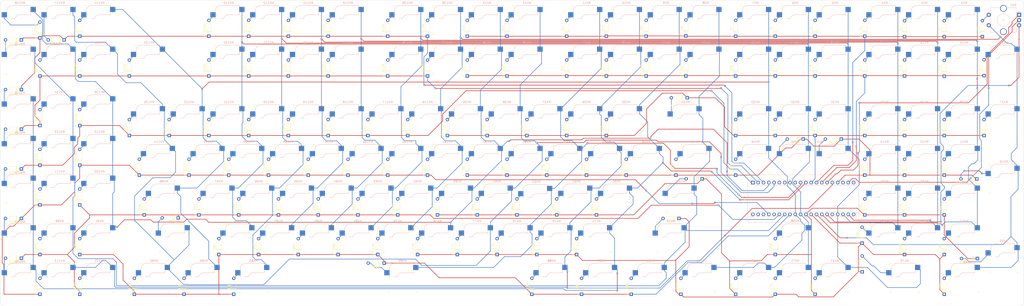
<source format=kicad_pcb>
(kicad_pcb (version 20211014) (generator pcbnew)
  (layers (0 "F.Cu" signal) (31 "B.Cu" signal) (34 "B.Paste" user) (35 "F.Paste" user) (36 "B.SilkS" user "B.Silkscreen") (37 "F.SilkS" user "F.Silkscreen") (38 "B.Mask" user) (39 "F.Mask" user) (44 "Edge.Cuts" user))
  (net 0 "")
  (net 1 "ROW0")
  (net 2 "Net-(D1-Pad2)")
  (net 3 "ENC0")
  (net 4 "Net-(D2-Pad2)")
  (net 5 "Net-(D3-Pad2)")
  (net 6 "Net-(D4-Pad2)")
  (net 7 "Net-(D5-Pad2)")
  (net 8 "Net-(D6-Pad2)")
  (net 9 "Net-(D7-Pad2)")
  (net 10 "Net-(D8-Pad2)")
  (net 11 "Net-(D9-Pad2)")
  (net 12 "Net-(D10-Pad2)")
  (net 13 "Net-(D11-Pad2)")
  (net 14 "Net-(D12-Pad2)")
  (net 15 "Net-(D13-Pad2)")
  (net 16 "ROW1")
  (net 17 "Net-(D14-Pad2)")
  (net 18 "Net-(D15-Pad2)")
  (net 19 "Net-(D16-Pad2)")
  (net 20 "Net-(D17-Pad2)")
  (net 21 "Net-(D18-Pad2)")
  (net 22 "Net-(D19-Pad2)")
  (net 23 "Net-(D20-Pad2)")
  (net 24 "Net-(D21-Pad2)")
  (net 25 "Net-(D22-Pad2)")
  (net 26 "Net-(D23-Pad2)")
  (net 27 "Net-(D24-Pad2)")
  (net 28 "Net-(D25-Pad2)")
  (net 29 "Net-(D26-Pad2)")
  (net 30 "ROW2")
  (net 31 "Net-(D27-Pad2)")
  (net 32 "Net-(D28-Pad2)")
  (net 33 "Net-(D29-Pad2)")
  (net 34 "Net-(D30-Pad2)")
  (net 35 "Net-(D31-Pad2)")
  (net 36 "Net-(D32-Pad2)")
  (net 37 "Net-(D33-Pad2)")
  (net 38 "Net-(D34-Pad2)")
  (net 39 "Net-(D35-Pad2)")
  (net 40 "Net-(D36-Pad2)")
  (net 41 "Net-(D37-Pad2)")
  (net 42 "Net-(D38-Pad2)")
  (net 43 "Net-(D39-Pad2)")
  (net 44 "ROW3")
  (net 45 "Net-(D40-Pad2)")
  (net 46 "Net-(D41-Pad2)")
  (net 47 "Net-(D42-Pad2)")
  (net 48 "Net-(D43-Pad2)")
  (net 49 "Net-(D44-Pad2)")
  (net 50 "Net-(D45-Pad2)")
  (net 51 "Net-(D46-Pad2)")
  (net 52 "Net-(D47-Pad2)")
  (net 53 "Net-(D48-Pad2)")
  (net 54 "Net-(D49-Pad2)")
  (net 55 "Net-(D50-Pad2)")
  (net 56 "Net-(D51-Pad2)")
  (net 57 "Net-(D52-Pad2)")
  (net 58 "ROW4")
  (net 59 "Net-(D53-Pad2)")
  (net 60 "Net-(D54-Pad2)")
  (net 61 "Net-(D55-Pad2)")
  (net 62 "Net-(D56-Pad2)")
  (net 63 "Net-(D57-Pad2)")
  (net 64 "Net-(D58-Pad2)")
  (net 65 "Net-(D59-Pad2)")
  (net 66 "Net-(D60-Pad2)")
  (net 67 "Net-(D61-Pad2)")
  (net 68 "Net-(D62-Pad2)")
  (net 69 "Net-(D63-Pad2)")
  (net 70 "Net-(D64-Pad2)")
  (net 71 "Net-(D65-Pad2)")
  (net 72 "ROW5")
  (net 73 "Net-(D66-Pad2)")
  (net 74 "Net-(D67-Pad2)")
  (net 75 "Net-(D68-Pad2)")
  (net 76 "Net-(D69-Pad2)")
  (net 77 "Net-(D70-Pad2)")
  (net 78 "Net-(D71-Pad2)")
  (net 79 "Net-(D72-Pad2)")
  (net 80 "Net-(D73-Pad2)")
  (net 81 "Net-(D74-Pad2)")
  (net 82 "Net-(D75-Pad2)")
  (net 83 "Net-(D76-Pad2)")
  (net 84 "Net-(D77-Pad2)")
  (net 85 "Net-(D78-Pad2)")
  (net 86 "ROW6")
  (net 87 "Net-(D79-Pad2)")
  (net 88 "Net-(D80-Pad2)")
  (net 89 "Net-(D81-Pad2)")
  (net 90 "Net-(D82-Pad2)")
  (net 91 "Net-(D83-Pad2)")
  (net 92 "Net-(D84-Pad2)")
  (net 93 "Net-(D85-Pad2)")
  (net 94 "Net-(D86-Pad2)")
  (net 95 "Net-(D87-Pad2)")
  (net 96 "Net-(D88-Pad2)")
  (net 97 "Net-(D89-Pad2)")
  (net 98 "Net-(D90-Pad2)")
  (net 99 "Net-(D91-Pad2)")
  (net 100 "ROW7")
  (net 101 "Net-(D92-Pad2)")
  (net 102 "Net-(D93-Pad2)")
  (net 103 "Net-(D94-Pad2)")
  (net 104 "Net-(D95-Pad2)")
  (net 105 "Net-(D96-Pad2)")
  (net 106 "Net-(D97-Pad2)")
  (net 107 "Net-(D98-Pad2)")
  (net 108 "Net-(D99-Pad2)")
  (net 109 "Net-(D100-Pad2)")
  (net 110 "Net-(D101-Pad2)")
  (net 111 "Net-(D102-Pad2)")
  (net 112 "Net-(D103-Pad2)")
  (net 113 "ROW8")
  (net 114 "Net-(D104-Pad2)")
  (net 115 "Net-(D105-Pad2)")
  (net 116 "Net-(D106-Pad2)")
  (net 117 "Net-(D107-Pad2)")
  (net 118 "Net-(D108-Pad2)")
  (net 119 "Net-(D109-Pad2)")
  (net 120 "Net-(D110-Pad2)")
  (net 121 "Net-(D111-Pad2)")
  (net 122 "Net-(D112-Pad2)")
  (net 123 "Net-(D113-Pad2)")
  (net 124 "Net-(D114-Pad2)")
  (net 125 "Net-(D115-Pad2)")
  (net 126 "ROW9")
  (net 127 "Net-(D116-Pad2)")
  (net 128 "Net-(D117-Pad2)")
  (net 129 "Net-(D118-Pad2)")
  (net 130 "Net-(D119-Pad2)")
  (net 131 "Net-(D120-Pad2)")
  (net 132 "Net-(D121-Pad2)")
  (net 133 "Net-(D122-Pad2)")
  (net 134 "Net-(D123-Pad2)")
  (net 135 "Net-(D124-Pad2)")
  (net 136 "Net-(D125-Pad2)")
  (net 137 "Net-(D126-Pad2)")
  (net 138 "ROW10")
  (net 139 "Net-(D127-Pad2)")
  (net 140 "Net-(D128-Pad2)")
  (net 141 "Net-(D129-Pad2)")
  (net 142 "Net-(D130-Pad2)")
  (net 143 "Net-(D131-Pad2)")
  (net 144 "Net-(D132-Pad2)")
  (net 145 "Net-(D133-Pad2)")
  (net 146 "Net-(D134-Pad2)")
  (net 147 "Net-(D135-Pad2)")
  (net 148 "Net-(D136-Pad2)")
  (net 149 "Net-(D137-Pad2)")
  (net 150 "ROW11")
  (net 151 "Net-(D138-Pad2)")
  (net 152 "Net-(D139-Pad2)")
  (net 153 "Net-(D140-Pad2)")
  (net 154 "Net-(D141-Pad2)")
  (net 155 "Net-(D142-Pad2)")
  (net 156 "Net-(D143-Pad2)")
  (net 157 "Net-(D144-Pad2)")
  (net 158 "Net-(D145-Pad2)")
  (net 159 "Net-(D146-Pad2)")
  (net 160 "Net-(D147-Pad2)")
  (net 161 "Net-(D148-Pad2)")
  (net 162 "COL1")
  (net 163 "COL2")
  (net 164 "COL3")
  (net 165 "COL4")
  (net 166 "COL5")
  (net 167 "COL6")
  (net 168 "COL7")
  (net 169 "COL8")
  (net 170 "COL9")
  (net 171 "COL10")
  (net 172 "COL11")
  (net 173 "COL12")
  (net 174 "COL0")
  (net 175 "ENC1")
  (net 176 "ENCG")
  (footprint "Diode_THT:D_DO-35_SOD27_P7.62mm_Horizontal" (layer "F.Cu") (at 396.08125 146.685 90)
    (fp_text reference "D21")
    (fp_text value "D_Small")
  )
  (footprint "Diode_THT:D_DO-35_SOD27_P7.62mm_Horizontal" (layer "F.Cu") (at 305.59375 232.41 90)
    (fp_text reference "D76")
    (fp_text value "D_Small")
  )
  (footprint "daprice-keyswitches:Kailh_socket_MX" (layer "F.Cu") (at 76.99375 200.81875)
    (fp_text reference "MX124")
    (fp_text value "MX-NoLED")
  )
  (footprint "Diode_THT:D_DO-35_SOD27_P7.62mm_Horizontal" (layer "F.Cu") (at 253.20625 127.635 90)
    (fp_text reference "D139")
    (fp_text value "D_Small")
  )
  (footprint "daprice-keyswitches:Kailh_socket_MX" (layer "F.Cu") (at 138.90625 167.48125)
    (fp_text reference "MX125")
    (fp_text value "MX-NoLED")
  )
  (footprint "Diode_THT:D_DO-35_SOD27_P7.62mm_Horizontal" (layer "F.Cu") (at 77.62875 234.15625 180)
    (fp_text reference "D100")
    (fp_text value "D_Small")
  )
  (footprint "daprice-keyswitches:Kailh_socket_MX" (layer "F.Cu") (at 262.73125 186.53125)
    (fp_text reference "MX105")
    (fp_text value "MX-NoLED")
  )
  (footprint "daprice-keyswitches:Kailh_socket_MX" (layer "F.Cu") (at 310.35625 167.48125)
    (fp_text reference "MX38")
    (fp_text value "MX-NoLED")
  )
  (footprint "daprice-keyswitches:Kailh_socket_MX" (layer "F.Cu") (at 379.4125 243.68125)
    (fp_text reference "MX86")
    (fp_text value "MX-NoLED")
  )
  (footprint "Diode_THT:D_DO-35_SOD27_P7.62mm_Horizontal" (layer "F.Cu") (at 172.24375 232.41 90)
    (fp_text reference "D84")
    (fp_text value "D_Small")
  )
  (footprint "Diode_THT:D_DO-35_SOD27_P7.62mm_Horizontal" (layer "F.Cu") (at 286.54375 232.41 90)
    (fp_text reference "D77")
    (fp_text value "D_Small")
  )
  (footprint "daprice-keyswitches:Kailh_socket_MX" (layer "F.Cu") (at 253.20625 167.48125)
    (fp_text reference "MX117")
    (fp_text value "MX-NoLED")
  )
  (footprint "daprice-keyswitches:Kailh_socket_MX" (layer "F.Cu") (at 138.90625 138.90625)
    (fp_text reference "MX133")
    (fp_text value "MX-NoLED")
  )
  (footprint "daprice-keyswitches:Kailh_socket_MX" (layer "F.Cu") (at 200.81875 224.63125)
    (fp_text reference "MX82")
    (fp_text value "MX-NoLED")
  )
  (footprint "Diode_THT:D_DO-35_SOD27_P7.62mm_Horizontal" (layer "F.Cu") (at 186.53125 146.685 90)
    (fp_text reference "D131")
    (fp_text value "D_Small")
  )
  (footprint "Diode_THT:D_DO-35_SOD27_P7.62mm_Horizontal" (layer "F.Cu") (at 369.8875 251.46 90)
    (fp_text reference "D86")
    (fp_text value "D_Small")
  )
  (footprint "daprice-keyswitches:Kailh_socket_MX" (layer "F.Cu") (at 186.53125 186.53125)
    (fp_text reference "MX109")
    (fp_text value "MX-NoLED")
  )
  (footprint "Diode_THT:D_DO-35_SOD27_P7.62mm_Horizontal" (layer "F.Cu") (at 392.7475 215.10625 180)
    (fp_text reference "D73")
    (fp_text value "D_Small")
  )
  (footprint "daprice-keyswitches:Kailh_socket_MX" (layer "F.Cu") (at 305.59375 205.58125)
    (fp_text reference "MX64")
    (fp_text value "MX-NoLED")
  )
  (footprint "Diode_THT:D_DO-35_SOD27_P7.62mm_Horizontal" (layer "F.Cu") (at 129.38125 146.685 90)
    (fp_text reference "D133")
    (fp_text value "D_Small")
  )
  (footprint "daprice-keyswitches:Kailh_socket_MX" (layer "F.Cu") (at 491.33125 119.85625)
    (fp_text reference "MX4")
    (fp_text value "MX-NoLED")
  )
  (footprint "daprice-keyswitches:Kailh_socket_MX" (layer "F.Cu") (at 272.25625 167.48125)
    (fp_text reference "MX116")
    (fp_text value "MX-NoLED")
  )
  (footprint "Diode_THT:D_DO-35_SOD27_P7.62mm_Horizontal" (layer "F.Cu") (at 310.35625 146.685 90)
    (fp_text reference "D25")
    (fp_text value "D_Small")
  )
  (footprint "daprice-keyswitches:Kailh_socket_MX" (layer "F.Cu") (at 319.88125 138.90625)
    (fp_text reference "MX25")
    (fp_text value "MX-NoLED")
  )
  (footprint "daprice-keyswitches:Kailh_socket_MX" (layer "F.Cu") (at 76.99375 224.63125)
    (fp_text reference "MX112")
    (fp_text value "MX-NoLED")
  )
  (footprint "daprice-keyswitches:Kailh_socket_MX" (layer "F.Cu") (at 529.43125 119.85625)
    (fp_text reference "MX2")
    (fp_text value "MX-NoLED")
  )
  (footprint "Diode_THT:D_DO-35_SOD27_P7.62mm_Horizontal" (layer "F.Cu") (at 438.94375 146.685 90)
    (fp_text reference "D19")
    (fp_text value "D_Small")
  )
  (footprint "Diode_THT:D_DO-35_SOD27_P7.62mm_Horizontal" (layer "F.Cu") (at 167.48125 175.26 90)
    (fp_text reference "D121")
    (fp_text value "D_Small")
  )
  (footprint "daprice-keyswitches:Kailh_socket_MX" (layer "F.Cu") (at 510.38125 205.58125)
    (fp_text reference "MX55")
    (fp_text value "MX-NoLED")
  )
  (footprint "daprice-keyswitches:Kailh_socket_MX" (layer "F.Cu") (at 429.41875 167.48125)
    (fp_text reference "MX33")
    (fp_text value "MX-NoLED")
  )
  (footprint "Diode_THT:D_DO-35_SOD27_P7.62mm_Horizontal" (layer "F.Cu") (at 219.86875 213.36 90)
    (fp_text reference "D94")
    (fp_text value "D_Small")
  )
  (footprint "Diode_THT:D_DO-35_SOD27_P7.62mm_Horizontal" (layer "F.Cu") (at 500.85625 213.36 90)
    (fp_text reference "D55")
    (fp_text value "D_Small")
  )
  (footprint "Diode_THT:D_DO-35_SOD27_P7.62mm_Horizontal" (layer "F.Cu") (at 272.25625 194.31 90)
    (fp_text reference "D104")
    (fp_text value "D_Small")
  )
  (footprint "Diode_THT:D_DO-35_SOD27_P7.62mm_Horizontal" (layer "F.Cu") (at 419.89375 127.635 90)
    (fp_text reference "D7")
    (fp_text value "D_Small")
  )
  (footprint "Diode_THT:D_DO-35_SOD27_P7.62mm_Horizontal" (layer "F.Cu") (at 191.29375 232.41 90)
    (fp_text reference "D82")
    (fp_text value "D_Small")
  )
  (footprint "daprice-keyswitches:Kailh_socket_MX" (layer "F.Cu") (at 300.83125 138.90625)
    (fp_text reference "MX26")
    (fp_text value "MX-NoLED")
  )
  (footprint "Diode_THT:D_DO-35_SOD27_P7.62mm_Horizontal" (layer "F.Cu") (at 519.90625 194.31 90)
    (fp_text reference "D41")
    (fp_text value "D_Small")
  )
  (footprint "daprice-keyswitches:Kailh_socket_MX" (layer "F.Cu") (at 405.60625 119.85625)
    (fp_text reference "MX8")
    (fp_text value "MX-NoLED")
  )
  (footprint "Diode_THT:D_DO-35_SOD27_P7.62mm_Horizontal" (layer "F.Cu") (at 500.85625 146.685 90)
    (fp_text reference "D16")
    (fp_text value "D_Small")
  )
  (footprint "daprice-keyswitches:Kailh_socket_MX" (layer "F.Cu") (at 215.10625 167.48125)
    (fp_text reference "MX119")
    (fp_text value "MX-NoLED")
  )
  (footprint "daprice-keyswitches:Kailh_socket_MX" (layer "F.Cu") (at 234.15625 119.85625)
    (fp_text reference "MX140")
    (fp_text value "MX-NoLED")
  )
  (footprint "daprice-keyswitches:Kailh_socket_MX" (layer "F.Cu") (at 367.50625 119.85625)
    (fp_text reference "MX10")
    (fp_text value "MX-NoLED")
  )
  (footprint "daprice-keyswitches:Kailh_socket_MX" (layer "F.Cu") (at 467.51875 167.48125)
    (fp_text reference "MX31")
    (fp_text value "MX-NoLED")
  )
  (footprint "Diode_THT:D_DO-35_SOD27_P7.62mm_Horizontal" (layer "F.Cu") (at 481.80625 146.685 90)
    (fp_text reference "D17")
    (fp_text value "D_Small")
  )
  (footprint "Diode_THT:D_DO-35_SOD27_P7.62mm_Horizontal" (layer "F.Cu") (at 481.80625 194.31 90)
    (fp_text reference "D43")
    (fp_text value "D_Small")
  )
  (footprint "daprice-keyswitches:Kailh_socket_MX" (layer "F.Cu") (at 348.45625 167.48125)
    (fp_text reference "MX36")
    (fp_text value "MX-NoLED")
  )
  (footprint "daprice-keyswitches:Kailh_socket_MX" (layer "F.Cu") (at 500.85625 243.68125)
    (fp_text reference "MX70")
    (fp_text value "MX-NoLED")
  )
  (footprint "Diode_THT:D_DO-35_SOD27_P7.62mm_Horizontal" (layer "F.Cu") (at 152.76 214.8 180)
    (fp_text reference "D102")
    (fp_text value "D_Small")
  )
  (footprint "Diode_THT:D_DO-35_SOD27_P7.62mm_Horizontal" (layer "F.Cu") (at 77.62875 172.24375 180)
    (fp_text reference "D135")
    (fp_text value "D_Small")
  )
  (footprint "daprice-keyswitches:Kailh_socket_MX" (layer "F.Cu") (at 334.16875 224.63125)
    (fp_text reference "MX75")
    (fp_text value "MX-NoLED")
  )
  (footprint "daprice-keyswitches:Kailh_socket_MX" (layer "F.Cu") (at 238.91875 224.63125)
    (fp_text reference "MX80")
    (fp_text value "MX-NoLED")
  )
  (footprint "Diode_THT:D_DO-35_SOD27_P7.62mm_Horizontal" (layer "F.Cu") (at 291.30625 194.31 90)
    (fp_text reference "D52")
    (fp_text value "D_Small")
  )
  (footprint "Diode_THT:D_DO-35_SOD27_P7.62mm_Horizontal" (layer "F.Cu") (at 186.53125 127.635 90)
    (fp_text reference "D142")
    (fp_text value "D_Small")
  )
  (footprint "daprice-keyswitches:Kailh_socket_MX" (layer "F.Cu") (at 150.8125 224.63125)
    (fp_text reference "MX102")
    (fp_text value "MX-NoLED")
  )
  (footprint "daprice-keyswitches:Kailh_socket_MX" (layer "F.Cu") (at 115.09375 181.76875)
    (fp_text reference "MX115")
    (fp_text value "MX-NoLED")
  )
  (footprint "Diode_THT:D_DO-35_SOD27_P7.62mm_Horizontal" (layer "F.Cu") (at 519.90625 127.79375 90)
    (fp_text reference "D2")
    (fp_text value "D_Small")
  )
  (footprint "Diode_THT:D_DO-35_SOD27_P7.62mm_Horizontal" (layer "F.Cu") (at 205.58125 127.635 90)
    (fp_text reference "D141")
    (fp_text value "D_Small")
  )
  (footprint "Diode_THT:D_DO-35_SOD27_P7.62mm_Horizontal" (layer "F.Cu") (at 296.06875 213.36 90)
    (fp_text reference "D64")
    (fp_text value "D_Small")
  )
  (footprint "Diode_THT:D_DO-35_SOD27_P7.62mm_Horizontal" (layer "F.Cu") (at 86.51875 232.41 90)
    (fp_text reference "D99")
    (fp_text value "D_Small")
  )
  (footprint "Diode_THT:D_DO-35_SOD27_P7.62mm_Horizontal" (layer "F.Cu") (at 238.91875 213.36 90)
    (fp_text reference "D93")
    (fp_text value "D_Small")
  )
  (footprint "Diode_THT:D_DO-35_SOD27_P7.62mm_Horizontal" (layer "F.Cu") (at 98.1075 129.38125 180)
    (fp_text reference "D147")
    (fp_text value "D_Small")
  )
  (footprint "daprice-keyswitches:Kailh_socket_MX" (layer "F.Cu") (at 267.49375 205.58125)
    (fp_text reference "MX92")
    (fp_text value "MX-NoLED")
  )
  (footprint "daprice-keyswitches:Kailh_socket_MX" (layer "F.Cu") (at 548.48125 234.15625)
    (fp_text reference "MX53")
    (fp_text value "MX-NoLED")
  )
  (footprint "Diode_THT:D_DO-35_SOD27_P7.62mm_Horizontal" (layer "F.Cu") (at 300.83125 175.26 90)
    (fp_text reference "D38")
    (fp_text value "D_Small")
  )
  (footprint "daprice-keyswitches:Kailh_socket_MX" (layer "F.Cu") (at 196.05625 167.48125)
    (fp_text reference "MX120")
    (fp_text value "MX-NoLED")
  )
  (footprint "daprice-keyswitches:Kailh_socket_MX" (layer "F.Cu") (at 115.09375 119.85625)
    (fp_text reference "MX144")
    (fp_text value "MX-NoLED")
  )
  (footprint "daprice-keyswitches:Kailh_socket_MX" (layer "F.Cu") (at 429.41875 138.90625)
    (fp_text reference "MX20")
    (fp_text value "MX-NoLED")
  )
  (footprint "Diode_THT:D_DO-35_SOD27_P7.62mm_Horizontal" (layer "F.Cu") (at 200.81875 213.36 90)
    (fp_text reference "D95")
    (fp_text value "D_Small")
  )
  (footprint "Diode_THT:D_DO-35_SOD27_P7.62mm_Horizontal" (layer "F.Cu") (at 277.01875 213.36 90)
    (fp_text reference "D65")
    (fp_text value "D_Small")
  )
  (footprint "daprice-keyswitches:Kailh_socket_MX" (layer "F.Cu") (at 286.54375 205.58125)
    (fp_text reference "MX65")
    (fp_text value "MX-NoLED")
  )
  (footprint "Diode_THT:D_DO-35_SOD27_P7.62mm_Horizontal" (layer "F.Cu") (at 310.35625 194.31 90)
    (fp_text reference "D51")
    (fp_text value "D_Small")
  )
  (footprint "daprice-keyswitches:Kailh_socket_MX" (layer "F.Cu") (at 262.73125 119.85625)
    (fp_text reference "MX139")
    (fp_text value "MX-NoLED")
  )
  (footprint "Diode_THT:D_DO-35_SOD27_P7.62mm_Horizontal" (layer "F.Cu") (at 155.575 251.46 90)
    (fp_text reference "D85")
    (fp_text value "D_Small")
  )
  (footprint "Diode_THT:D_DO-35_SOD27_P7.62mm_Horizontal" (layer "F.Cu") (at 272.25625 146.685 90)
    (fp_text reference "D127")
    (fp_text value "D_Small")
  )
  (footprint "daprice-keyswitches:Kailh_socket_MX" (layer "F.Cu") (at 315.11875 224.63125)
    (fp_text reference "MX76")
    (fp_text value "MX-NoLED")
  )
  (footprint "daprice-keyswitches:Kailh_socket_MX" (layer "F.Cu") (at 491.33125 186.53125)
    (fp_text reference "MX43")
    (fp_text value "MX-NoLED")
  )
  (footprint "daprice-keyswitches:Kailh_socket_MX" (layer "F.Cu") (at 215.10625 119.85625)
    (fp_text reference "MX141")
    (fp_text value "MX-NoLED")
  )
  (footprint "Diode_THT:D_DO-35_SOD27_P7.62mm_Horizontal" (layer "F.Cu") (at 157.95625 194.31 90)
    (fp_text reference "D110")
    (fp_text value "D_Small")
  )
  (footprint "MX_Only:MXOnly-2U-ReversedStabilizers-NoSwitch" (layer "F.Cu") (at 548.48125 234.15625 90)
    (fp_text reference "REF**")
    (fp_text value "2U")
  )
  (footprint "daprice-keyswitches:Kailh_socket_MX" (layer "F.Cu") (at 491.33125 224.63125)
    (fp_text reference "MX69")
    (fp_text value "MX-NoLED")
  )
  (footprint "daprice-keyswitches:Kailh_socket_MX" (layer "F.Cu") (at 357.98125 186.53125)
    (fp_text reference "MX49")
    (fp_text value "MX-NoLED")
  )
  (footprint "Diode_THT:D_DO-35_SOD27_P7.62mm_Horizontal" (layer "F.Cu") (at 346.075 251.46 90)
    (fp_text reference "D87")
    (fp_text value "D_Small")
  )
  (footprint "daprice-keyswitches:Kailh_socket_MX" (layer "F.Cu") (at 210.34375 205.58125)
    (fp_text reference "MX95")
    (fp_text value "MX-NoLED")
  )
  (footprint "Diode_THT:D_DO-35_SOD27_P7.62mm_Horizontal" (layer "F.Cu") (at 281.78125 175.26 90)
    (fp_text reference "D39")
    (fp_text value "D_Small")
  )
  (footprint "Diode_THT:D_DO-35_SOD27_P7.62mm_Horizontal" (layer "F.Cu") (at 357.98125 146.685 90)
    (fp_text reference "D23")
    (fp_text value "D_Small")
  )
  (footprint "Diode_THT:D_DO-35_SOD27_P7.62mm_Horizontal" (layer "F.Cu") (at 538.1625 127.79375 90)
    (fp_text reference "D1")
    (fp_text value "D_Small")
  )
  (footprint "Diode_THT:D_DO-35_SOD27_P7.62mm_Horizontal" (layer "F.Cu") (at 196.05625 194.31 90)
    (fp_text reference "D108")
    (fp_text value "D_Small")
  )
  (footprint "MX_Only:MXOnly-2U-ReversedStabilizers-NoSwitch" (layer "F.Cu") (at 548.48125 196.05625 90)
    (fp_text reference "REF**")
    (fp_text value "2U")
  )
  (footprint "Diode_THT:D_DO-35_SOD27_P7.62mm_Horizontal" (layer "F.Cu") (at 167.48125 127.635 90)
    (fp_text reference "D143")
    (fp_text value "D_Small")
  )
  (footprint "Diode_THT:D_DO-35_SOD27_P7.62mm_Horizontal" (layer "F.Cu") (at 86.51875 128.42875 90)
    (fp_text reference "D148")
    (fp_text value "D_Small")
  )
  (footprint "Diode_THT:D_DO-35_SOD27_P7.62mm_Horizontal" (layer "F.Cu") (at 105.56875 251.46 90)
    (fp_text reference "D101")
    (fp_text value "D_Small")
  )
  (footprint "daprice-keyswitches:Kailh_socket_MX" (layer "F.Cu") (at 429.41875 243.68125)
    (fp_text reference "MX59")
    (fp_text value "MX-NoLED")
  )
  (footprint "Diode_THT:D_DO-35_SOD27_P7.62mm_Horizontal" (layer "F.Cu") (at 338.93125 127.635 90)
    (fp_text reference "D11")
    (fp_text value "D_Small")
  )
  (footprint "daprice-keyswitches:Kailh_socket_MX" (layer "F.Cu") (at 403.225 243.68125)
    (fp_text reference "MX72")
    (fp_text value "MX-NoLED")
  )
  (footprint "MX_Only:MXOnly-2U-ReversedStabilizers-NoSwitch" (layer "F.Cu") (at 150.8125 224.63125 180)
    (fp_text reference "REF**")
    (fp_text value "2U")
  )
  (footprint "Diode_THT:D_DO-35_SOD27_P7.62mm_Horizontal" (layer "F.Cu") (at 438.94375 251.46 90)
    (fp_text reference "D71")
    (fp_text value "D_Small")
  )
  (footprint "daprice-keyswitches:Kailh_socket_MX" (layer "F.Cu") (at 115.09375 162.71875)
    (fp_text reference "MX126")
    (fp_text value "MX-NoLED")
  )
  (footprint "daprice-keyswitches:Kailh_socket_MX" (layer "F.Cu") (at 76.99375 162.71875)
    (fp_text reference "MX146")
    (fp_text value "MX-NoLED")
  )
  (footprint "daprice-keyswitches:Kailh_socket_MX" (layer "F.Cu") (at 429.41875 119.85625)
    (fp_text reference "MX7")
    (fp_text value "MX-NoLED")
  )
  (footprint "daprice-keyswitches:Kailh_socket_MX" (layer "F.Cu") (at 76.99375 181.76875)
    (fp_text reference "MX135")
    (fp_text value "MX-NoLED")
  )
  (footprint "Diode_THT:D_DO-35_SOD27_P7.62mm_Horizontal" (layer "F.Cu") (at 396.71625 157.1625 180)
    (fp_text reference "D34")
    (fp_text value "D_Small")
  )
  (footprint "daprice-keyswitches:Kailh_socket_MX" (layer "F.Cu") (at 429.41875 186.53125)
    (fp_text reference "MX46")
    (fp_text value "MX-NoLED")
  )
  (footprint "Diode_THT:D_DO-35_SOD27_P7.62mm_Horizontal" (layer "F.Cu") (at 105.56875 170.4975 90)
    (fp_text reference "D126")
    (fp_text value "D_Small")
  )
  (footprint "Diode_THT:D_DO-35_SOD27_P7.62mm_Horizontal" (layer "F.Cu") (at 457.99375 251.46 90)
    (fp_text reference "D57")
    (fp_text value "D_Small")
  )
  (footprint "daprice-keyswitches:Kailh_socket_MX" (layer "F.Cu") (at 331.7875 243.68125)
    (fp_text reference "MX88")
    (fp_text value "MX-NoLED")
  )
  (footprint "Diode_THT:D_DO-35_SOD27_P7.62mm_Horizontal" (layer "F.Cu") (at 86.51875 251.46 90)
    (fp_text reference "D113")
    (fp_text value "D_Small")
  )
  (footprint "daprice-keyswitches:Kailh_socket_MX" (layer "F.Cu") (at 177.00625 167.48125)
    (fp_text reference "MX121")
    (fp_text value "MX-NoLED")
  )
  (footprint "Diode_THT:D_DO-35_SOD27_P7.62mm_Horizontal" (layer "F.Cu") (at 334.16875 213.36 90)
    (fp_text reference "D62")
    (fp_text value "D_Small")
  )
  (footprint "daprice-keyswitches:Kailh_socket_MX" (layer "F.Cu") (at 196.05625 119.85625)
    (fp_text reference "MX142")
    (fp_text value "MX-NoLED")
  )
  (footprint "daprice-keyswitches:Kailh_socket_MX" (layer "F.Cu") (at 260.35 243.68125)
    (fp_text reference "MX89")
    (fp_text value "MX-NoLED")
  )
  (footprint "daprice-keyswitches:Kailh_socket_MX" (layer "F.Cu") (at 393.7 205.58125)
    (fp_text reference "MX60")
    (fp_text value "MX-NoLED")
  )
  (footprint "Diode_THT:D_DO-35_SOD27_P7.62mm_Horizontal" (layer "F.Cu") (at 251.46 236.5375 180)
    (fp_text reference "D89")
    (fp_text value "D_Small")
  )
  (footprint "Diode_THT:D_DO-35_SOD27_P7.62mm_Horizontal" (layer "F.Cu") (at 77.62875 191.29375 180)
    (fp_text reference "D124")
    (fp_text value "D_Small")
  )
  (footprint "daprice-keyswitches:Kailh_socket_MX" (layer "F.Cu") (at 343.69375 205.58125)
    (fp_text reference "MX62")
    (fp_text value "MX-NoLED")
  )
  (footprint "Diode_THT:D_DO-35_SOD27_P7.62mm_Horizontal" (layer "F.Cu") (at 357.98125 175.26 90)
    (fp_text reference "D35")
    (fp_text value "D_Small")
  )
  (footprint "daprice-keyswitches:Kailh_socket_MX" (layer "F.Cu") (at 467.51875 243.68125)
    (fp_text reference "MX57")
    (fp_text value "MX-NoLED")
  )
  (footprint "daprice-keyswitches:Kailh_socket_MX" (layer "F.Cu") (at 115.09375 200.81875)
    (fp_text reference "MX103")
    (fp_text value "MX-NoLED")
  )
  (footprint "daprice-keyswitches:Kailh_socket_MX" (layer "F.Cu") (at 281.78125 186.53125)
    (fp_text reference "MX104")
    (fp_text value "MX-NoLED")
  )
  (footprint "daprice-keyswitches:Kailh_socket_MX" (layer "F.Cu") (at 448.46875 224.63125)
    (fp_text reference "MX58")
    (fp_text value "MX-NoLED")
  )
  (footprint "daprice-keyswitches:Kailh_socket_MX" (layer "F.Cu") (at 215.10625 138.90625)
    (fp_text reference "MX130")
    (fp_text value "MX-NoLED")
  )
  (footprint "Diode_THT:D_DO-35_SOD27_P7.62mm_Horizontal" (layer "F.Cu") (at 419.89375 146.685 90)
    (fp_text reference "D20")
    (fp_text value "D_Small")
  )
  (footprint "MX_Only:MXOnly-2U-ReversedStabilizers-NoSwitch" (layer "F.Cu") (at 388.9375 224.63125 180)
    (fp_text reference "REF**")
    (fp_text value "2U")
  )
  (footprint "Diode_THT:D_DO-35_SOD27_P7.62mm_Horizontal" (layer "F.Cu") (at 181.76875 213.36 90)
    (fp_text reference "D96")
    (fp_text value "D_Small")
  )
  (footprint "Diode_THT:D_DO-35_SOD27_P7.62mm_Horizontal" (layer "F.Cu") (at 393.7 251.46 90)
    (fp_text reference "D72")
    (fp_text value "D_Small")
  )
  (footprint "daprice-keyswitches:Kailh_socket_MX" (layer "F.Cu") (at 167.48125 186.53125)
    (fp_text reference "MX110")
    (fp_text value "MX-NoLED")
  )
  (footprint "Diode_THT:D_DO-35_SOD27_P7.62mm_Horizontal" (layer "F.Cu") (at 338.93125 146.685 90)
    (fp_text reference "D24")
    (fp_text value "D_Small")
  )
  (footprint "Diode_THT:D_DO-35_SOD27_P7.62mm_Horizontal" (layer "F.Cu") (at 162.71875 213.36 90)
    (fp_text reference "D97")
    (fp_text value "D_Small")
  )
  (footprint "Diode_THT:D_DO-35_SOD27_P7.62mm_Horizontal" (layer "F.Cu") (at 377.03125 127.635 90)
    (fp_text reference "D9")
    (fp_text value "D_Small")
  )
  (footprint "daprice-keyswitches:Kailh_socket_MX" (layer "F.Cu") (at 324.485 205.74)
    (fp_text reference "MX63")
    (fp_text value "MX-NoLED")
  )
  (footprint "Diode_THT:D_DO-35_SOD27_P7.62mm_Horizontal" (layer "F.Cu") (at 396.08125 127.47625 90)
    (fp_text reference "D8")
    (fp_text value "D_Small")
  )
  (footprint "daprice-keyswitches:Kailh_socket_MX" (layer "F.Cu") (at 115.09375 224.63125)
    (fp_text reference "MX91")
    (fp_text value "MX-NoLED")
  )
  (footprint "Diode_THT:D_DO-35_SOD27_P7.62mm_Horizontal" (layer "F.Cu") (at 519.90625 175.26 90)
    (fp_text reference "D28")
    (fp_text value "D_Small")
  )
  (footprint "daprice-keyswitches:Kailh_socket_MX" (layer "F.Cu") (at 329.40625 167.48125)
    (fp_text reference "MX37")
    (fp_text value "MX-NoLED")
  )
  (footprint "Diode_THT:D_DO-35_SOD27_P7.62mm_Horizontal" (layer "F.Cu") (at 480.55 240.71 90)
    (fp_text reference "D70")
    (fp_text value "D_Small")
  )
  (footprint "Diode_THT:D_DO-35_SOD27_P7.62mm_Horizontal" (layer "F.Cu") (at 500.85625 194.31 90)
    (fp_text reference "D42")
    (fp_text value "D_Small")
  )
  (footprint "daprice-keyswitches:Kailh_socket_MX" (layer "F.Cu") (at 76.99375 243.68125)
    (fp_text reference "MX100")
    (fp_text value "MX-NoLED")
  )
  (footprint "Diode_THT:D_DO-35_SOD27_P7.62mm_Horizontal" (layer "F.Cu") (at 357.98125 127.635 90)
    (fp_text reference "D10")
    (fp_text value "D_Small")
  )
  (footprint "Diode_THT:D_DO-35_SOD27_P7.62mm_Horizontal" (layer "F.Cu") (at 229.39375 232.41 90)
    (fp_text reference "D80")
    (fp_text value "D_Small")
  )
  (footprint "daprice-keyswitches:Kailh_socket_MX" (layer "F.Cu") (at 281.78125 119.85625)
    (fp_text reference "MX138")
    (fp_text value "MX-NoLED")
  )
  (footprint "daprice-keyswitches:Kailh_socket_MX" (layer "F.Cu") (at 141.2875 243.68125)
    (fp_text reference "MX90")
    (fp_text value "MX-NoLED")
  )
  (footprint "daprice-keyswitches:Kailh_socket_MX" (layer "F.Cu") (at 96.04375 181.76875)
    (fp_text reference "MX123")
    (fp_text value "MX-NoLED")
  )
  (footprint "Diode_THT:D_DO-35_SOD27_P7.62mm_Horizontal" (layer "F.Cu") (at 470.535 177.00625 180)
    (fp_text reference "D44")
    (fp_text value "D_Small")
  )
  (footprint "daprice-keyswitches:Kailh_socket_MX" (layer "F.Cu") (at 296.06875 224.63125)
    (fp_text reference "MX77")
    (fp_text value "MX-NoLED")
  )
  (footprint "daprice-keyswitches:Kailh_socket_MX" (layer "F.Cu") (at 219.86875 224.63125)
    (fp_text reference "MX81")
    (fp_text value "MX-NoLED")
  )
  (footprint "daprice-keyswitches:Kailh_socket_MX" (layer "F.Cu") (at 319.88125 186.53125)
    (fp_text reference "MX51")
    (fp_text value "MX-NoLED")
  )
  (footprint "Diode_THT:D_DO-35_SOD27_P7.62mm_Horizontal" (layer "F.Cu") (at 419.89375 175.26 90)
    (fp_text reference "D33")
    (fp_text value "D_Small")
  )
  (footprint "Diode_THT:D_DO-35_SOD27_P7.62mm_Horizontal" (layer "F.Cu") (at 131.7625 251.46 90)
    (fp_text reference "D90")
    (fp_text value "D_Small")
  )
  (footprint "daprice-keyswitches:Kailh_socket_MX" (layer "F.Cu") (at 76.99375 138.90625)
    (fp_text reference "MX145")
    (fp_text value "MX-NoLED")
  )
  (footprint "Diode_THT:D_DO-35_SOD27_P7.62mm_Horizontal" (layer "F.Cu") (at 77.62875 153.19375 180)
    (fp_text reference "D146")
    (fp_text value "D_Small")
  )
  (footprint "daprice-keyswitches:Kailh_socket_MX" (layer "F.Cu") (at 257.96875 224.63125)
    (fp_text reference "MX79")
    (fp_text value "MX-NoLED")
  )
  (footprint "daprice-keyswitches:Kailh_socket_MX" (layer "F.Cu") (at 188.9125 243.68125)
    (fp_text reference "MX83")
    (fp_text value "MX-NoLED")
  )
  (footprint "Diode_THT:D_DO-35_SOD27_P7.62mm_Horizontal" (layer "F.Cu") (at 77.62875 129.38125 180)
    (fp_text reference "D145")
    (fp_text value "D_Small")
  )
  (footprint "Diode_THT:D_DO-35_SOD27_P7.62mm_Horizontal" (layer "F.Cu") (at 148.43125 175.26 90)
    (fp_text reference "D122")
    (fp_text value "D_Small")
  )
  (footprint "daprice-keyswitches:Kailh_socket_MX" (layer "F.Cu") (at 172.24375 205.58125)
    (fp_text reference "MX97")
    (fp_text value "MX-NoLED")
  )
  (footprint "daprice-keyswitches:Kailh_socket_MX" (layer "F.Cu") (at 177.00625 119.85625)
    (fp_text reference "MX143")
    (fp_text value "MX-NoLED")
  )
  (footprint "Diode_THT:D_DO-35_SOD27_P7.62mm_Horizontal" (layer "F.Cu") (at 253.20625 194.31 90)
    (fp_text reference "D105")
    (fp_text value "D_Small")
  )
  (footprint "Diode_THT:D_DO-35_SOD27_P7.62mm_Horizontal" (layer "F.Cu") (at 129.38125 175.26 90)
    (fp_text reference "D125")
    (fp_text value "D_Small")
  )
  (footprint "daprice-keyswitches:Kailh_socket_MX" (layer "F.Cu") (at 491.33125 167.48125)
    (fp_text reference "MX30")
    (fp_text value "MX-NoLED")
  )
  (footprint "daprice-keyswitches:Kailh_socket_MX" (layer "F.Cu") (at 300.83125 119.85625)
    (fp_text reference "MX13")
    (fp_text value "MX-NoLED")
  )
  (footprint "daprice-keyswitches:Kailh_socket_MX" (layer "F.Cu") (at 355.6 243.68125)
    (fp_text reference "MX87")
    (fp_text value "MX-NoLED")
  )
  (footprint "Diode_THT:D_DO-35_SOD27_P7.62mm_Horizontal" (layer "F.Cu") (at 481.80625 175.26 90)
    (fp_text reference "D30")
    (fp_text value "D_Small")
  )
  (footprint "daprice-keyswitches:Kailh_socket_MX" (layer "F.Cu") (at 96.04375 119.85625)
    (fp_text reference "MX147")
    (fp_text value "MX-NoLED")
  )
  (footprint "daprice-keyswitches:Kailh_socket_MX" (layer "F.Cu") (at 548.48125 196.05625)
    (fp_text reference "MX40")
    (fp_text value "MX-NoLED")
  )
  (footprint "daprice-keyswitches:Kailh_socket_MX" (layer "F.Cu") (at 491.33125 138.90625)
    (fp_text reference "MX17")
    (fp_text value "MX-NoLED")
  )
  (footprint "daprice-keyswitches:Kailh_socket_MX" (layer "F.Cu") (at 529.43125 243.68125)
    (fp_text reference "MX66")
    (fp_text value "MX-NoLED")
  )
  (footprint "Diode_THT:D_DO-35_SOD27_P7.62mm_Horizontal" (layer "F.Cu") (at 419.89375 251.46 90)
    (fp_text reference "D59")
    (fp_text value "D_Small")
  )
  (footprint "Diode_THT:D_DO-35_SOD27_P7.62mm_Horizontal" (layer "F.Cu") (at 377.03125 146.685 90)
    (fp_text reference "D22")
    (fp_text value "D_Small")
  )
  (footprint "Diode_THT:D_DO-35_SOD27_P7.62mm_Horizontal" (layer "F.Cu") (at 519.90625 232.41 90)
    (fp_text reference "D67")
    (fp_text value "D_Small")
  )
  (footprint "Diode_THT:D_DO-35_SOD27_P7.62mm_Horizontal" (layer "F.Cu") (at 329.40625 194.31 90)
    (fp_text reference "D50")
    (fp_text value "D_Small")
  )
  (footprint "Diode_THT:D_DO-35_SOD27_P7.62mm_Horizontal" (layer "F.Cu") (at 177.00625 194.31 90)
    (fp_text reference "D109")
    (fp_text value "D_Small")
  )
  (footprint "daprice-keyswitches:Kailh_socket_MX" (layer "F.Cu") (at 205.58125 186.53125)
    (fp_text reference "MX108")
    (fp_text value "MX-NoLED")
  )
  (footprint "Diode_THT:D_DO-35_SOD27_P7.62mm_Horizontal" (layer "F.Cu") (at 257.96875 213.36 90)
    (fp_text reference "D92")
    (fp_text value "D_Small")
  )
  (footprint "Diode_THT:D_DO-35_SOD27_P7.62mm_Horizontal" (layer "F.Cu") (at 457.99375 127.635 90)
    (fp_text reference "D5")
    (fp_text value "D_Small")
  )
  (footprint "Diode_THT:D_DO-35_SOD27_P7.62mm_Horizontal" (layer "F.Cu") (at 519.90625 213.36 90)
    (fp_text reference "D54")
    (fp_text value "D_Small")
  )
  (footprint "daprice-keyswitches:Kailh_socket_MX" (layer "F.Cu") (at 281.78125 138.90625)
    (fp_text reference "MX127")
    (fp_text value "MX-NoLED")
  )
  (footprint "Diode_THT:D_DO-35_SOD27_P7.62mm_Horizontal" (layer "F.Cu") (at 438.94375 232.41 90)
    (fp_text reference "D58")
    (fp_text value "D_Small")
  )
  (footprint "Diode_THT:D_DO-35_SOD27_P7.62mm_Horizontal" (layer "F.Cu") (at 403.86 196.05625 180)
    (fp_text reference "D60")
    (fp_text value "D_Small")
  )
  (footprint "Diode_THT:D_DO-35_SOD27_P7.62mm_Horizontal" (layer "F.Cu") (at 86.51875 189.5475 90)
    (fp_text reference "D123")
    (fp_text value "D_Small")
  )
  (footprint "Diode_THT:D_DO-35_SOD27_P7.62mm_Horizontal" (layer "F.Cu") (at 105.56875 189.5475 90)
    (fp_text reference "D115")
    (fp_text value "D_Small")
  )
  (footprint "Diode_THT:D_DO-35_SOD27_P7.62mm_Horizontal" (layer "F.Cu") (at 262.73125 175.26 90)
    (fp_text reference "D116")
    (fp_text value "D_Small")
  )
  (footprint "daprice-keyswitches:Kailh_socket_MX" (layer "F.Cu") (at 234.15625 167.48125)
    (fp_text reference "MX118")
    (fp_text value "MX-NoLED")
  )
  (footprint "daprice-keyswitches:Kailh_socket_MX" (layer "F.Cu") (at 300.83125 186.53125)
    (fp_text reference "MX52")
    (fp_text value "MX-NoLED")
  )
  (footprint "daprice-keyswitches:Kailh_socket_MX" (layer "F.Cu") (at 529.43125 138.90625)
    (fp_text reference "MX15")
    (fp_text value "MX-NoLED")
  )
  (footprint "daprice-keyswitches:Kailh_socket_MX" (layer "F.Cu") (at 491.33125 205.58125)
    (fp_text reference "MX56")
    (fp_text value "MX-NoLED")
  )
  (footprint "Diode_THT:D_DO-35_SOD27_P7.62mm_Horizontal" (layer "F.Cu") (at 272.25625 127.635 90)
    (fp_text reference "D138")
    (fp_text value "D_Small")
  )
  (footprint "daprice-keyswitches:Kailh_socket_MX" (layer "F.Cu") (at 386.55625 119.85625)
    (fp_text reference "MX9")
    (fp_text value "MX-NoLED")
  )
  (footprint "daprice-keyswitches:Kailh_socket_MX" (layer "F.Cu") (at 243.68125 186.53125)
    (fp_text reference "MX106")
    (fp_text value "MX-NoLED")
  )
  (footprint "daprice-keyswitches:Kailh_socket_MX" (layer "F.Cu") (at 277.01875 224.63125)
    (fp_text reference "MX78")
    (fp_text value "MX-NoLED")
  )
  (footprint "daprice-keyswitches:Kailh_socket_MX" (layer "F.Cu") (at 448.46875 186.53125)
    (fp_text reference "MX45")
    (fp_text value "MX-NoLED")
  )
  (footprint "Diode_THT:D_DO-35_SOD27_P7.62mm_Horizontal" (layer "F.Cu") (at 310.35625 127.635 90)
    (fp_text reference "D12")
    (fp_text value "D_Small")
  )
  (footprint "Diode_THT:D_DO-35_SOD27_P7.62mm_Horizontal" (layer "F.Cu") (at 205.58125 175.26 90)
    (fp_text reference "D119")
    (fp_text value "D_Small")
  )
  (footprint "daprice-keyswitches:Kailh_socket_MX" (layer "F.Cu") (at 96.04375 200.81875)
    (fp_text reference "MX111")
    (fp_text value "MX-NoLED")
  )
  (footprint "daprice-keyswitches:Kailh_socket_MX" (layer "F.Cu") (at 510.38125 186.53125)
    (fp_text reference "MX42")
    (fp_text value "MX-NoLED")
  )
  (footprint "Diode_THT:D_DO-35_SOD27_P7.62mm_Horizontal" (layer "F.Cu") (at 353.21875 213.36 90)
    (fp_text reference "D61")
    (fp_text value "D_Small")
  )
  (footprint "daprice-keyswitches:Kailh_socket_MX" (layer "F.Cu") (at 348.45625 119.85625)
    (fp_text reference "MX11")
    (fp_text value "MX-NoLED")
  )
  (footprint "daprice-keyswitches:Kailh_socket_MX" (layer "F.Cu") (at 367.50625 138.90625)
    (fp_text reference "MX23")
    (fp_text value "MX-NoLED")
  )
  (footprint "Diode_THT:D_DO-35_SOD27_P7.62mm_Horizontal" (layer "F.Cu") (at 105.56875 146.685 90)
    (fp_text reference "D136")
    (fp_text value "D_Small")
  )
  (footprint "daprice-keyswitches:Kailh_socket_MX" (layer "F.Cu") (at 529.43125 205.58125)
    (fp_text reference "MX54")
    (fp_text value "MX-NoLED")
  )
  (footprint "daprice-keyswitches:Kailh_socket_MX" (layer "F.Cu") (at 146.05 205.58125)
    (fp_text reference "MX98")
    (fp_text value "MX-NoLED")
  )
  (footprint "daprice-keyswitches:Kailh_socket_MX" (layer "F.Cu") (at 396.08125 167.48125)
    (fp_text reference "MX34")
    (fp_text value "MX-NoLED")
  )
  (footprint "Diode_THT:D_DO-35_SOD27_P7.62mm_Horizontal" (layer "F.Cu") (at 348.45625 194.31 90)
    (fp_text reference "D49")
    (fp_text value "D_Small")
  )
  (footprint "daprice-keyswitches:Kailh_socket_MX" (layer "F.Cu") (at 248.44375 205.58125)
    (fp_text reference "MX93")
    (fp_text value "MX-NoLED")
  )
  (footprint "daprice-keyswitches:Kailh_socket_MX" (layer "F.Cu") (at 467.51875 138.90625)
    (fp_text reference "MX18")
    (fp_text value "MX-NoLED")
  )
  (footprint "Diode_THT:D_DO-35_SOD27_P7.62mm_Horizontal" (layer "F.Cu") (at 291.30625 146.685 90)
    (fp_text reference "D26")
    (fp_text value "D_Small")
  )
  (footprint "Diode_THT:D_DO-35_SOD27_P7.62mm_Horizontal" (layer "F.Cu") (at 291.30625 127.635 90)
    (fp_text reference "D13")
    (fp_text value "D_Small")
  )
  (footprint "daprice-keyswitches:Kailh_socket_MX" (layer "F.Cu") (at 76.99375 119.85625)
    (fp_text reference "MX148")
    (fp_text value "MX-NoLED")
  )
  (footprint "Diode_THT:D_DO-35_SOD27_P7.62mm_Horizontal" (layer "F.Cu") (at 500.85625 175.26 90)
    (fp_text reference "D29")
    (fp_text value "D_Small")
  )
  (footprint "daprice-keyswitches:Kailh_socket_MX" (layer "F.Cu") (at 548.48125 138.90625)
    (fp_text reference "MX14")
    (fp_text value "MX-NoLED")
  )
  (footprint "daprice-keyswitches:Kailh_socket_MX" (layer "F.Cu") (at 386.55625 138.90625)
    (fp_text reference "MX22")
    (fp_text value "MX-NoLED")
  )
  (footprint "Diode_THT:D_DO-35_SOD27_P7.62mm_Horizontal" (layer "F.Cu") (at 324.64375 232.41 90)
    (fp_text reference "D75")
    (fp_text value "D_Small")
  )
  (footprint "Diode_THT:D_DO-35_SOD27_P7.62mm_Horizontal" (layer "F.Cu") (at 480.5 226.92 90)
    (fp_text reference "D69")
    (fp_text value "D_Small")
  )
  (footprint "MX_Only:MXOnly-6.25U-ReversedStabilizers-NoSwitch" (layer "F.Cu") (at 260.35 243.68125 180)
    (fp_text reference "REF**")
    (fp_text value "6.25U")
  )
  (footprint "daprice-keyswitches:Kailh_socket_MX" (layer "F.Cu") (at 234.15625 138.90625)
    (fp_text reference "MX129")
    (fp_text value "MX-NoLED")
  )
  (footprint "Diode_THT:D_DO-35_SOD27_P7.62mm_Horizontal" (layer "F.Cu") (at 210.34375 232.41 90)
    (fp_text reference "D81")
    (fp_text value "D_Small")
  )
  (footprint "daprice-keyswitches:Kailh_socket_MX" (layer "F.Cu") (at 348.45625 138.90625)
    (fp_text reference "MX24")
    (fp_text value "MX-NoLED")
  )
  (footprint "Diode_THT:D_DO-35_SOD27_P7.62mm_Horizontal" (layer "F.Cu") (at 535.77 234.35 180)
    (fp_text reference "D53")
    (fp_text value "D_Small")
  )
  (footprint "Diode_THT:D_DO-35_SOD27_P7.62mm_Horizontal" (layer "F.Cu") (at 267.49375 232.41 90)
    (fp_text reference "D78")
    (fp_text value "D_Small")
  )
  (footprint "daprice-keyswitches:Kailh_socket_MX" (layer "F.Cu") (at 115.09375 138.90625)
    (fp_text reference "MX136")
    (fp_text value "MX-NoLED")
  )
  (footprint "daprice-keyswitches:Kailh_socket_MX" (layer "F.Cu") (at 262.73125 138.90625)
    (fp_text reference "MX128")
    (fp_text value "MX-NoLED")
  )
  (footprint "daprice-keyswitches:Kailh_socket_MX" (layer "F.Cu") (at 291.30625 167.48125)
    (fp_text reference "MX39")
    (fp_text value "MX-NoLED")
  )
  (footprint "Diode_THT:D_DO-35_SOD27_P7.62mm_Horizontal" (layer "F.Cu") (at 438.94375 127.635 90)
    (fp_text reference "D6")
    (fp_text value "D_Small")
  )
  (footprint "daprice-keyswitches:Kailh_socket_MX" (layer "F.Cu") (at 510.38125 119.85625)
    (fp_text reference "MX3")
    (fp_text value "MX-NoLED")
  )
  (footprint "Diode_THT:D_DO-35_SOD27_P7.62mm_Horizontal" (layer "F.Cu") (at 205.58125 146.685 90)
    (fp_text reference "D130")
    (fp_text value "D_Small")
  )
  (footprint "Diode_THT:D_DO-35_SOD27_P7.62mm_Horizontal" (layer "F.Cu") (at 438.94375 175.26 90)
    (fp_text reference "D32")
    (fp_text value "D_Small")
  )
  (footprint "Diode_THT:D_DO-35_SOD27_P7.62mm_Horizontal" (layer "F.Cu") (at 253.20625 146.685 90)
    (fp_text reference "D128")
    (fp_text value "D_Small")
  )
  (footprint "Diode_THT:D_DO-35_SOD27_P7.62mm_Horizontal" (layer "F.Cu") (at 481.80625 127.635 90)
    (fp_text reference "D4")
    (fp_text value "D_Small")
  )
  (footprint "daprice-keyswitches:Kailh_socket_MX" (layer "F.Cu") (at 96.04375 138.90625)
    (fp_text reference "MX137")
    (fp_text value "MX-NoLED")
  )
  (footprint "Diode_THT:D_DO-35_SOD27_P7.62mm_Horizontal" (layer "F.Cu") (at 538.95625 146.52625 90)
    (fp_text reference "D14")
    (fp_text value "D_Small")
  )
  (footprint "daprice-keyswitches:Kailh_socket_MX" (layer "F.Cu") (at 191.29375 205.58125)
    (fp_text reference "MX96")
    (fp_text value "MX-NoLED")
  )
  (footprint "Diode_THT:D_DO-35_SOD27_P7.62mm_Horizontal" (layer "F.Cu") (at 77.62875 215.10625 180)
    (fp_text reference "D112")
    (fp_text value "D_Small")
  )
  (footprint "Diode_THT:D_DO-35_SOD27_P7.62mm_Horizontal" (layer "F.Cu") (at 367.50625 194.31 90)
    (fp_text reference "D48")
    (fp_text value "D_Small")
  )
  (footprint "daprice-keyswitches:Kailh_socket_MX" (layer "F.Cu") (at 448.46875 167.48125)
    (fp_text reference "MX32")
    (fp_text value "MX-NoLED")
  )
  (footprint "daprice-keyswitches:Kailh_socket_MX" (layer "F.Cu") (at 377.03125 186.53125)
    (fp_text reference "MX48")
    (fp_text value "MX-NoLED")
  )
  (footprint "Diode_THT:D_DO-35_SOD27_P7.62mm_Horizontal" (layer "F.Cu") (at 167.48125 146.685 90)
    (fp_text reference "D132")
    (fp_text value "D_Small")
  )
  (footprint "daprice-keyswitches:Kailh_socket_MX" (layer "F.Cu") (at 96.04375 243.68125)
    (fp_text reference "MX113")
    (fp_text value "MX-NoLED")
  )
  (footprint "Diode_THT:D_DO-35_SOD27_P7.62mm_Horizontal" (layer "F.Cu") (at 248.44375 232.41 90)
    (fp_text reference "D79")
    (fp_text value "D_Small")
  )
  (footprint "daprice-keyswitches:Kailh_socket_MX" (layer "F.Cu") (at 510.38125 167.48125)
    (fp_text reference "MX29")
    (fp_text value "MX-NoLED")
  )
  (footprint "daprice-keyswitches:Kailh_socket_MX" (layer "F.Cu") (at 319.88125 119.85625)
    (fp_text reference "MX12")
    (fp_text value "MX-NoLED")
  )
  (footprint "Diode_THT:D_DO-35_SOD27_P7.62mm_Horizontal" (layer "F.Cu") (at 86.51875 170.4975 90)
    (fp_text reference "D134")
    (fp_text value "D_Small")
  )
  (footprint "Diode_THT:D_DO-35_SOD27_P7.62mm_Horizontal" (layer "F.Cu") (at 535.51 196.1 180)
    (fp_text reference "D40")
    (fp_text value "D_Small")
  )
  (footprint "daprice-keyswitches:Kailh_socket_MX" (layer "F.Cu") (at 400.84375 186.53125)
    (fp_text reference "MX47")
    (fp_text value "MX-NoLED")
  )
  (footprint "Diode_THT:D_DO-35_SOD27_P7.62mm_Horizontal" (layer "F.Cu") (at 343.69375 232.41 90)
    (fp_text reference "D74")
    (fp_text value "D_Small")
  )
  (footprint "daprice-keyswitches:Kailh_socket_MX" (layer "F.Cu") (at 165.1 243.68125)
    (fp_text reference "MX85")
    (fp_text value "MX-NoLED")
  )
  (footprint "MX_Only:MXOnly-2U-ReversedStabilizers-NoSwitch" (layer "F.Cu") (at 396.08125 167.48125 180)
    (fp_text reference "REF**")
    (fp_text value "2U")
  )
  (footprint "Diode_THT:D_DO-35_SOD27_P7.62mm_Horizontal" (layer "F.Cu") (at 519.90625 251.46 90)
    (fp_text reference "D66")
    (fp_text value "D_Small")
  )
  (footprint "Diode_THT:D_DO-35_SOD27_P7.62mm_Horizontal" (layer "F.Cu") (at 224.63125 175.26 90)
    (fp_text reference "D118")
    (fp_text value "D_Small")
  )
  (footprint "Diode_THT:D_DO-35_SOD27_P7.62mm_Horizontal" (layer "F.Cu") (at 338.93125 175.26 90)
    (fp_text reference "D36")
    (fp_text value "D_Small")
  )
  (footprint "Diode_THT:D_DO-35_SOD27_P7.62mm_Horizontal" (layer "F.Cu") (at 319.88125 175.26 90)
    (fp_text reference "D37")
    (fp_text value "D_Small")
  )
  (footprint "Diode_THT:D_DO-35_SOD27_P7.62mm_Horizontal" (layer "F.Cu") (at 538.95625 175.26 90)
    (fp_text reference "D27")
    (fp_text value "D_Small")
  )
  (footprint "daprice-keyswitches:Kailh_socket_MX" (layer "F.Cu") (at 196.05625 138.90625)
    (fp_text reference "MX131")
    (fp_text value "MX-NoLED")
  )
  (footprint "daprice-keyswitches:Kailh_socket_MX" (layer "F.Cu") (at 529.43125 224.63125)
    (fp_text reference "MX67")
    (fp_text value "MX-NoLED")
  )
  (footprint "Diode_THT:D_DO-35_SOD27_P7.62mm_Horizontal" (layer "F.Cu") (at 452.27875 177.00625 180)
    (fp_text reference "D45")
    (fp_text value "D_Small")
  )
  (footprint "Diode_THT:D_DO-35_SOD27_P7.62mm_Horizontal" (layer "F.Cu") (at 134.14375 194.31 90)
    (fp_text reference "D114")
    (fp_text value "D_Small")
  )
  (footprint "daprice-keyswitches:Kailh_socket_MX" (layer "F.Cu") (at 529.43125 186.53125)
    (fp_text reference "MX41")
    (fp_text value "MX-NoLED")
  )
  (footprint "daprice-keyswitches:Kailh_socket_MX" (layer "F.Cu") (at 338.93125 186.53125)
    (fp_text reference "MX50")
    (fp_text value "MX-NoLED")
  )
  (footprint "daprice-keyswitches:Kailh_socket_MX" (layer "F.Cu") (at 405.60625 138.90625)
    (fp_text reference "MX21")
    (fp_text value "MX-NoLED")
  )
  (footprint "daprice-keyswitches:Kailh_socket_MX" (layer "F.Cu") (at 224.63125 186.53125)
    (fp_text reference "MX107")
    (fp_text value "MX-NoLED")
  )
  (footprint "Diode_THT:D_DO-35_SOD27_P7.62mm_Horizontal" (layer "F.Cu") (at 179.3875 251.46 90)
    (fp_text reference "D83")
    (fp_text value "D_Small")
  )
  (footprint "daprice-keyswitches:Kailh_socket_MX" (layer "F.Cu") (at 448.46875 243.68125)
    (fp_text reference "MX71")
    (fp_text value "MX-NoLED")
  )
  (footprint "daprice-keyswitches:Kailh_socket_MX" (layer "F.Cu") (at 388.9375 224.63125)
    (fp_text reference "MX73")
    (fp_text value "MX-NoLED")
  )
  (footprint "daprice-keyswitches:Kailh_socket_MX" (layer "F.Cu") (at 362.74375 205.58125)
    (fp_text reference "MX61")
    (fp_text value "MX-NoLED")
  )
  (footprint "daprice-keyswitches:Kailh_socket_MX" (layer "F.Cu") (at 548.48125 167.48125)
    (fp_text reference "MX27")
    (fp_text value "MX-NoLED")
  )
  (footprint "daprice-keyswitches:Kailh_socket_MX" (layer "F.Cu") (at 229.39375 205.58125)
    (fp_text reference "MX94")
    (fp_text value "MX-NoLED")
  )
  (footprint "daprice-keyswitches:Kailh_socket_MX" (layer "F.Cu") (at 353.21875 224.63125)
    (fp_text reference "MX74")
    (fp_text value "MX-NoLED")
  )
  (footprint "Diode_THT:D_DO-35_SOD27_P7.62mm_Horizontal" (layer "F.Cu") (at 186.53125 175.26 90)
    (fp_text reference "D120")
    (fp_text value "D_Small")
  )
  (footprint "daprice-keyswitches:Kailh_socket_MX" (layer "F.Cu") (at 510.38125 224.63125)
    (fp_text reference "MX68")
    (fp_text value "MX-NoLED")
  )
  (footprint "daprice-keyswitches:Kailh_socket_MX" (layer "F.Cu") (at 467.51875 119.85625)
    (fp_text reference "MX5")
    (fp_text value "MX-NoLED")
  )
  (footprint "Diode_THT:D_DO-35_SOD27_P7.62mm_Horizontal" (layer "F.Cu") (at 315.11875 213.36 90)
    (fp_text reference "D63")
    (fp_text value "D_Small")
  )
  (footprint "Diode_THT:D_DO-35_SOD27_P7.62mm_Horizontal" (layer "F.Cu") (at 500.85625 127.79375 90)
    (fp_text reference "D3")
    (fp_text value "D_Small")
  )
  (footprint "Diode_THT:D_DO-35_SOD27_P7.62mm_Horizontal" (layer "F.Cu") (at 86.51875 146.685 90)
    (fp_text reference "D137")
    (fp_text value "D_Small")
  )
  (footprint "daprice-keyswitches:Kailh_socket_MX" (layer "F.Cu") (at 448.46875 119.85625)
    (fp_text reference "MX6")
    (fp_text value "MX-NoLED")
  )
  (footprint "MX_Only:MXOnly-2U-ReversedStabilizers-NoSwitch" (layer "F.Cu") (at 500.85625 243.68125 180)
    (fp_text reference "REF**")
    (fp_text value "2U")
  )
  (footprint "Diode_THT:D_DO-35_SOD27_P7.62mm_Horizontal" (layer "F.Cu") (at 224.63125 127.635 90)
    (fp_text reference "D140")
    (fp_text value "D_Small")
  )
  (footprint "Diode_THT:D_DO-35_SOD27_P7.62mm_Horizontal" (layer "F.Cu") (at 519.90625 146.84375 90)
    (fp_text reference "D15")
    (fp_text value "D_Small")
  )
  (footprint "Diode_THT:D_DO-35_SOD27_P7.62mm_Horizontal" (layer "F.Cu") (at 243.68125 175.26 90)
    (fp_text reference "D117")
    (fp_text value "D_Small")
  )
  (footprint "Diode_THT:D_DO-35_SOD27_P7.62mm_Horizontal" (layer "F.Cu") (at 457.99375 175.26 90)
    (fp_text reference "D31")
    (fp_text value "D_Small")
  )
  (footprint "Diode_THT:D_DO-35_SOD27_P7.62mm_Horizontal" (layer "F.Cu") (at 105.56875 208.5975 90)
    (fp_text reference "D103")
    (fp_text value "D_Small")
  )
  (footprint "daprice-keyswitches:Kailh_socket_MX" (layer "F.Cu") (at 96.04375 162.71875)
    (fp_text reference "MX134")
    (fp_text value "MX-NoLED")
  )
  (footprint "daprice-keyswitches:Kailh_socket_MX" (layer "F.Cu") (at 181.76875 224.63125)
    (fp_text reference "MX84")
    (fp_text value "MX-NoLED")
  )
  (footprint "daprice-keyswitches:Kailh_socket_MX" (layer "F.Cu") (at 529.43125 167.48125)
    (fp_text reference "MX28")
    (fp_text value "MX-NoLED")
  )
  (footprint "Diode_THT:D_DO-35_SOD27_P7.62mm_Horizontal" (layer "F.Cu") (at 457.99375 146.685 90)
    (fp_text reference "D18")
    (fp_text value "D_Small")
  )
  (footprint "Diode_THT:D_DO-35_SOD27_P7.62mm_Horizontal" (layer "F.Cu") (at 105.56875 127.635 90)
    (fp_text reference "D144")
    (fp_text value "D_Small")
  )
  (footprint "daprice-keyswitches:Kailh_socket_MX" (layer "F.Cu") (at 177.00625 138.90625)
    (fp_text reference "MX132")
    (fp_text value "MX-NoLED")
  )
  (footprint "Diode_THT:D_DO-35_SOD27_P7.62mm_Horizontal" (layer "F.Cu") (at 234.15625 194.31 90)
    (fp_text reference "D106")
    (fp_text value "D_Small")
  )
  (footprint "daprice-keyswitches:Kailh_socket_MX" (layer "F.Cu") (at 448.46875 138.90625)
    (fp_text reference "MX19")
    (fp_text value "MX-NoLED")
  )
  (footprint "MX_Only:MXOnly-2U-ReversedStabilizers-NoSwitch" (layer "F.Cu") (at 393.7 205.58125 180)
    (fp_text reference "REF**")
    (fp_text value "2U")
  )
  (footprint "Diode_THT:D_DO-35_SOD27_P7.62mm_Horizontal" (layer "F.Cu") (at 500.85625 232.41 90)
    (fp_text reference "D68")
    (fp_text value "D_Small")
  )
  (footprint "daprice-keyswitches:Kailh_socket_MX" (layer "F.Cu") (at 157.95625 167.48125)
    (fp_text reference "MX122")
    (fp_text value "MX-NoLED")
  )
  (footprint "Diode_THT:D_DO-35_SOD27_P7.62mm_Horizontal" (layer "F.Cu") (at 105.56875 232.41 90)
    (fp_text reference "D91")
    (fp_text value "D_Small")
  )
  (footprint "Diode_THT:D_DO-35_SOD27_P7.62mm_Horizontal" (layer "F.Cu") (at 419.89375 194.31 90)
    (fp_text reference "D46")
    (fp_text value "D_Small")
  )
  (footprint "daprice-keyswitches:Kailh_socket_MX" (layer "F.Cu") (at 510.38125 138.90625)
    (fp_text reference "MX16")
    (fp_text value "MX-NoLED")
  )
  (footprint "daprice-keyswitches:Kailh_socket_MX" (layer "F.Cu") (at 367.50625 167.48125)
    (fp_text reference "MX35")
    (fp_text value "MX-NoLED")
  )
  (footprint "Diode_THT:D_DO-35_SOD27_P7.62mm_Horizontal" (layer "F.Cu") (at 86.51875 208.5975 90)
    (fp_text reference "D111")
    (fp_text value "D_Small")
  )
  (footprint "Diode_THT:D_DO-35_SOD27_P7.62mm_Horizontal" (layer "F.Cu") (at 215.10625 194.31 90)
    (fp_text reference "D107")
    (fp_text value "D_Small")
  )
  (footprint "Diode_THT:D_DO-35_SOD27_P7.62mm_Horizontal" (layer "F.Cu") (at 322.2625 251.46 90)
    (fp_text reference "D88")
    (fp_text value "D_Small")
  )
  (footprint "daprice-keyswitches:Kailh_socket_MX" (layer "F.Cu") (at 143.66875 186.53125)
    (fp_text reference "MX114")
    (fp_text value "MX-NoLED")
  )
  (footprint "daprice-keyswitches:Kailh_socket_MX" (layer "F.Cu") (at 96.04375 224.63125)
    (fp_text reference "MX99")
    (fp_text value "MX-NoLED")
  )
  (footprint "daprice-keyswitches:Kailh_socket_MX" (layer "F.Cu") (at 115.09375 243.68125)
    (fp_text reference "MX101")
    (fp_text value "MX-NoLED")
  )
  (footprint "Diode_THT:D_DO-35_SOD27_P7.62mm_Horizontal" (layer "F.Cu") (at 481.80625 213.36 90)
    (fp_text reference "D56")
    (fp_text value "D_Small")
  )
  (footprint "Diode_THT:D_DO-35_SOD27_P7.62mm_Horizontal" (layer "F.Cu") (at 224.63125 146.685 90)
    (fp_text reference "D129")
    (fp_text value "D_Small")
  )
  (footprint "Diode_THT:D_DO-35_SOD27_P7.62mm_Horizontal" (layer "F.Cu") (at 391.31875 194.31 90)
    (fp_text reference "D47")
    (fp_text value "D_Small")
  )
  (footprint "daprice-keyswitches:Kailh_socket_MX" (layer "F.Cu") (at 467.51875 186.53125)
    (fp_text reference "MX44")
    (fp_text value "MX-NoLED")
  )
  (footprint "Diode_THT:D_DO-35_SOD27_P7.62mm_Horizontal" (layer "F.Cu") (at 136.525 213.36 90)
    (fp_text reference "D98")
    (fp_text value "D_Small")
  )
  (footprint "Rotary_Encoder:RotaryEncoder_Alps_EC11E-Switch_Vertical_H20mm_CircularMountingHoles" (layer "B.Cu") (at 555.73125 117.35625 180)
    (fp_text reference "SW1")
    (fp_text value "RotaryEncoder_Switch")
  )
  (footprint "STM32:YAAJ_WeAct_BlackPill_2" (layer "B.Cu") (at 428.17 197.88 -90)
    (fp_text reference "U3")
    (fp_text value "YAAJ_WeAct_BlackPill_Part_Like" hide)
  )
  (gr_arc (start 67.514214 112.364214) (mid 68.1 110.95) (end 69.514214 110.364214) (layer "Edge.Cuts") (width 0.1))
  (gr_arc (start 557.985786 255.135786) (mid 557.4 256.55) (end 555.985786 257.135786) (layer "Edge.Cuts") (width 0.1))
  (gr_arc (start 555.985786 110.364214) (mid 557.4 110.95) (end 557.985786 112.364214) (layer "Edge.Cuts") (width 0.1))
  (gr_line (start 69.514214 110.364214) (end 555.985786 110.364214) (layer "Edge.Cuts") (width 0.1))
  (gr_line (start 555.985786 257.135786) (end 69.514214 257.135786) (layer "Edge.Cuts") (width 0.1))
  (gr_line (start 557.985786 112.364214) (end 557.985786 251.185786) (layer "Edge.Cuts") (width 0.1))
  (gr_line (start 557.985786 255.135786) (end 557.985786 251.185786) (layer "Edge.Cuts") (width 0.1))
  (gr_line (start 67.514214 255.135786) (end 67.514214 112.364214) (layer "Edge.Cuts") (width 0.1))
  (gr_arc (start 69.514214 257.135786) (mid 68.1 256.55) (end 67.514214 255.135786) (layer "Edge.Cuts") (width 0.1))
  (segment (start 457.99375 127.635) (end 438.94375 127.635) (width 0.254) (layer "F.Cu") (net 1))
  (segment (start 481.80625 127.635) (end 457.99375 127.635) (width 0.254) (layer "F.Cu") (net 1))
  (segment (start 357.98125 127.635) (end 291.30625 127.635) (width 0.254) (layer "F.Cu") (net 1))
  (segment (start 519.90625 127.79375) (end 500.85625 127.79375) (width 0.254) (layer "F.Cu") (net 1))
  (segment (start 538.1625 127.79375) (end 519.90625 127.79375) (width 0.254) (layer "F.Cu") (net 1))
  (segment (start 396.24 127.635) (end 396.08125 127.47625) (width 0.254) (layer "F.Cu") (net 1))
  (segment (start 396.08125 127.47625) (end 358.14 127.47625) (width 0.254) (layer "F.Cu") (net 1))
  (segment (start 438.94375 127.635) (end 419.89375 127.635) (width 0.254) (layer "F.Cu") (net 1))
  (segment (start 358.14 127.47625) (end 357.98125 127.635) (width 0.254) (layer "F.Cu") (net 1))
  (segment (start 481.965 127.79375) (end 481.80625 127.635) (width 0.254) (layer "F.Cu") (net 1))
  (segment (start 466.93 189.6) (end 458.65 197.88) (width 0.254) (layer "F.Cu") (net 1))
  (segment (start 419.89375 127.635) (end 396.24 127.635) (width 0.254) (layer "F.Cu") (net 1))
  (segment (start 500.85625 127.79375) (end 481.965 127.79375) (width 0.254) (layer "F.Cu") (net 1))
  (segment (start 473.75 189.6) (end 466.93 189.6) (width 0.254) (layer "F.Cu") (net 1))
  (segment (start 476.05 178.5) (end 476.05 187.3) (width 0.254) (layer "F.Cu") (net 1))
  (segment (start 476.05 187.3) (end 473.75 189.6) (width 0.254) (layer "F.Cu") (net 1))
  (via (at 476.05 178.5) (size 0.8) (drill 0.4) (layers "F.Cu" "B.Cu") (net 1))
  (segment (start 481.80625 134.49375) (end 477.6 138.7) (width 0.254) (layer "B.Cu") (net 1))
  (segment (start 481.80625 127.635) (end 481.80625 134.49375) (width 0.254) (layer "B.Cu") (net 1))
  (segment (start 477.6 138.7) (end 476.05 140.25) (width 0.254) (layer "B.Cu") (net 1))
  (segment (start 476.05 140.25) (end 476.05 178.5) (width 0.254) (layer "B.Cu") (net 1))
  (segment (start 540.98 117.35625) (end 541.23125 117.35625) (width 0.254) (layer "B.Cu") (net 2))
  (segment (start 538.1625 120.17375) (end 540.98 117.35625) (width 0.254) (layer "B.Cu") (net 2))
  (segment (start 555.73125 117.35625) (end 552.4 120.6875) (width 0.254) (layer "F.Cu") (net 3))
  (segment (start 551 123.25) (end 550.7 123.55) (width 0.254) (layer "F.Cu") (net 3))
  (segment (start 540.6 136.45) (end 540.6 136.5) (width 0.254) (layer "F.Cu") (net 3))
  (segment (start 540.423489 150.626511) (end 535.55 155.5) (width 0.254) (layer "F.Cu") (net 3))
  (segment (start 531.45 159.6) (end 479.25 159.6) (width 0.254) (layer "F.Cu") (net 3))
  (segment (start 552.4 121.85) (end 551 123.25) (width 0.254) (layer "F.Cu") (net 3))
  (segment (start 468.81 193.49) (end 468.12 193.49) (width 0.254) (layer "F.Cu") (net 3))
  (segment (start 476.35 191.9) (end 470.4 191.9) (width 0.254) (layer "F.Cu") (net 3))
  (segment (start 552.4 120.6875) (end 552.4 121.55) (width 0.254) (layer "F.Cu") (net 3))
  (segment (start 468.12 193.49) (end 463.73 197.88) (width 0.254) (layer "F.Cu") (net 3))
  (segment (start 535.55 155.5) (end 531.45 159.6) (width 0.254) (layer "F.Cu") (net 3))
  (segment (start 470.4 191.9) (end 468.81 193.49) (width 0.254) (layer "F.Cu") (net 3))
  (segment (start 550.7 126.35) (end 540.6 136.45) (width 0.254) (layer "F.Cu") (net 3))
  (segment (start 540.423489 136.676511) (end 540.423489 150.626511) (width 0.254) (layer "F.Cu") (net 3))
  (segment (start 552.4 121.55) (end 552.4 121.85) (width 0.254) (layer "F.Cu") (net 3))
  (segment (start 476.35 191.9) (end 478.55 189.7) (width 0.254) (layer "F.Cu") (net 3))
  (segment (start 540.6 136.5) (end 540.423489 136.676511) (width 0.254) (layer "F.Cu") (net 3))
  (segment (start 478.55 189.7) (end 478.55 183.75) (width 0.254) (layer "F.Cu") (net 3))
  (segment (start 550.7 123.55) (end 550.7 126.35) (width 0.254) (layer "F.Cu") (net 3))
  (via (at 478.55 183.75) (size 0.8) (drill 0.4) (layers "F.Cu" "B.Cu") (net 3))
  (via (at 479.25 159.6) (size 0.8) (drill 0.4) (layers "F.Cu" "B.Cu") (net 3))
  (segment (start 479.25 159.6) (end 479.25 183.05) (width 0.254) (layer "B.Cu") (net 3))
  (segment (start 479.25 183.05) (end 478.55 183.75) (width 0.254) (layer "B.Cu") (net 3))
  (segment (start 521.87125 118.20875) (end 521.87125 117.31625) (width 0.254) (layer "B.Cu") (net 4))
  (segment (start 519.90625 120.17375) (end 521.87125 118.20875) (width 0.254) (layer "B.Cu") (net 4))
  (segment (start 502.82125 118.20875) (end 502.82125 117.31625) (width 0.254) (layer "B.Cu") (net 5))
  (segment (start 500.85625 120.17375) (end 502.82125 118.20875) (width 0.254) (layer "B.Cu") (net 5))
  (segment (start 481.80625 120.015) (end 483.77125 118.05) (width 0.254) (layer "B.Cu") (net 6))
  (segment (start 483.77125 118.05) (end 483.77125 117.31625) (width 0.254) (layer "B.Cu") (net 6))
  (segment (start 457.99375 120.015) (end 459.95875 118.05) (width 0.254) (layer "B.Cu") (net 7))
  (segment (start 459.95875 118.05) (end 459.95875 117.31625) (width 0.254) (layer "B.Cu") (net 7))
  (segment (start 438.94375 120.015) (end 440.90875 118.05) (width 0.254) (layer "B.Cu") (net 8))
  (segment (start 440.90875 118.05) (end 440.90875 117.31625) (width 0.254) (layer "B.Cu") (net 8))
  (segment (start 421.85875 118.05) (end 421.85875 117.31625) (width 0.254) (layer "B.Cu") (net 9))
  (segment (start 419.89375 120.015) (end 421.85875 118.05) (width 0.254) (layer "B.Cu") (net 9))
  (segment (start 396.08125 119.85625) (end 398.04625 117.89125) (width 0.254) (layer "B.Cu") (net 10))
  (segment (start 398.04625 117.89125) (end 398.04625 117.31625) (width 0.254) (layer "B.Cu") (net 10))
  (segment (start 377.03125 120.015) (end 378.99625 118.05) (width 0.254) (layer "B.Cu") (net 11))
  (segment (start 378.99625 118.05) (end 378.99625 117.31625) (width 0.254) (layer "B.Cu") (net 11))
  (segment (start 359.94625 118.05) (end 359.94625 117.31625) (width 0.254) (layer "B.Cu") (net 12))
  (segment (start 357.98125 120.015) (end 359.94625 118.05) (width 0.254) (layer "B.Cu") (net 12))
  (segment (start 340.89625 118.05) (end 340.89625 117.31625) (width 0.254) (layer "B.Cu") (net 13))
  (segment (start 338.93125 120.015) (end 340.89625 118.05) (width 0.254) (layer "B.Cu") (net 13))
  (segment (start 312.32125 118.05) (end 312.32125 117.31625) (width 0.254) (layer "B.Cu") (net 14))
  (segment (start 310.35625 120.015) (end 312.32125 118.05) (width 0.254) (layer "B.Cu") (net 14))
  (segment (start 293.27125 118.05) (end 293.27125 117.31625) (width 0.254) (layer "B.Cu") (net 15))
  (segment (start 291.30625 120.015) (end 293.27125 118.05) (width 0.254) (layer "B.Cu") (net 15))
  (segment (start 477.75 180.5) (end 477.75 187.3) (width 0.254) (layer "F.Cu") (net 16))
  (segment (start 291.465 146.52625) (end 291.30625 146.685) (width 0.254) (layer "F.Cu") (net 16))
  (segment (start 468.47 190.6) (end 461.19 197.88) (width 0.254) (layer "F.Cu") (net 16))
  (segment (start 477.75 187.3) (end 474.45 190.6) (width 0.254) (layer "F.Cu") (net 16))
  (segment (start 538.95625 146.52625) (end 291.465 146.52625) (width 0.254) (layer "F.Cu") (net 16))
  (segment (start 474.45 190.6) (end 468.47 190.6) (width 0.254) (layer "F.Cu") (net 16))
  (via (at 477.75 180.5) (size 0.8) (drill 0.4) (layers "F.Cu" "B.Cu") (net 16))
  (segment (start 481.80625 154.84375) (end 477.75 158.9) (width 0.254) (layer "B.Cu") (net 16))
  (segment (start 481.80625 146.685) (end 481.80625 154.84375) (width 0.254) (layer "B.Cu") (net 16))
  (segment (start 477.75 158.9) (end 477.75 180.5) (width 0.254) (layer "B.Cu") (net 16))
  (segment (start 538.95625 138.90625) (end 540.92125 136.94125) (width 0.254) (layer "B.Cu") (net 17))
  (segment (start 540.92125 136.94125) (end 540.92125 136.36625) (width 0.254) (layer "B.Cu") (net 17))
  (segment (start 519.90625 139.22375) (end 521.87125 137.25875) (width 0.254) (layer "B.Cu") (net 18))
  (segment (start 521.87125 137.25875) (end 521.87125 136.36625) (width 0.254) (layer "B.Cu") (net 18))
  (segment (start 502.82125 137.1) (end 502.82125 136.36625) (width 0.254) (layer "B.Cu") (net 19))
  (segment (start 500.85625 139.065) (end 502.82125 137.1) (width 0.254) (layer "B.Cu") (net 19))
  (segment (start 481.80625 139.065) (end 483.77125 137.1) (width 0.254) (layer "B.Cu") (net 20))
  (segment (start 483.77125 137.1) (end 483.77125 136.36625) (width 0.254) (layer "B.Cu") (net 20))
  (segment (start 457.99375 139.065) (end 459.95875 137.1) (width 0.254) (layer "B.Cu") (net 21))
  (segment (start 459.95875 137.1) (end 459.95875 136.36625) (width 0.254) (layer "B.Cu") (net 21))
  (segment (start 438.94375 139.065) (end 440.90875 137.1) (width 0.254) (layer "B.Cu") (net 22))
  (segment (start 440.90875 137.1) (end 440.90875 136.36625) (width 0.254) (layer "B.Cu") (net 22))
  (segment (start 421.85875 137.1) (end 421.85875 136.36625) (width 0.254) (layer "B.Cu") (net 23))
  (segment (start 419.89375 139.065) (end 421.85875 137.1) (width 0.254) (layer "B.Cu") (net 23))
  (segment (start 396.08125 139.065) (end 398.04625 137.1) (width 0.254) (layer "B.Cu") (net 24))
  (segment (start 398.04625 137.1) (end 398.04625 136.36625) (width 0.254) (layer "B.Cu") (net 24))
  (segment (start 377.03125 139.065) (end 378.99625 137.1) (width 0.254) (layer "B.Cu") (net 25))
  (segment (start 378.99625 137.1) (end 378.99625 136.36625) (width 0.254) (layer "B.Cu") (net 25))
  (segment (start 357.98125 139.065) (end 359.94625 137.1) (width 0.254) (layer "B.Cu") (net 26))
  (segment (start 359.94625 137.1) (end 359.94625 136.36625) (width 0.254) (layer "B.Cu") (net 26))
  (segment (start 340.89625 137.1) (end 340.89625 136.36625) (width 0.254) (layer "B.Cu") (net 27))
  (segment (start 338.93125 139.065) (end 340.89625 137.1) (width 0.254) (layer "B.Cu") (net 27))
  (segment (start 310.35625 139.065) (end 312.32125 137.1) (width 0.254) (layer "B.Cu") (net 28))
  (segment (start 312.32125 137.1) (end 312.32125 136.36625) (width 0.254) (layer "B.Cu") (net 28))
  (segment (start 293.27125 137.1) (end 293.27125 136.36625) (width 0.254) (layer "B.Cu") (net 29))
  (segment (start 291.30625 139.065) (end 293.27125 137.1) (width 0.254) (layer "B.Cu") (net 29))
  (segment (start 357.98125 175.26) (end 281.78125 175.26) (width 0.254) (layer "F.Cu") (net 30))
  (segment (start 384.81 154.94) (end 377.19 162.56) (width 0.254) (layer "F.Cu") (net 30))
  (segment (start 396.71625 157.1625) (end 394.49375 154.94) (width 0.254) (layer "F.Cu") (net 30))
  (segment (start 410.1465 157.1625) (end 396.71625 157.1625) (width 0.254) (layer "F.Cu") (net 30))
  (segment (start 377.19 169.418) (end 371.348 175.26) (width 0.254) (layer "F.Cu") (net 30))
  (segment (start 414.655 161.671) (end 410.1465 157.1625) (width 0.254) (layer "F.Cu") (net 30))
  (segment (start 418.83975 175.26) (end 414.655 171.07525) (width 0.254) (layer "F.Cu") (net 30))
  (segment (start 414.655 171.07525) (end 414.655 161.671) (width 0.254) (layer "F.Cu") (net 30))
  (segment (start 419.89375 175.26) (end 418.83975 175.26) (width 0.254) (layer "F.Cu") (net 30))
  (segment (start 394.49375 154.94) (end 384.81 154.94) (width 0.254) (layer "F.Cu") (net 30))
  (segment (start 377.19 162.56) (end 377.19 169.418) (width 0.254) (layer "F.Cu") (net 30))
  (segment (start 538.95625 175.26) (end 419.89375 175.26) (width 0.254) (layer "F.Cu") (net 30))
  (segment (start 371.348 175.26) (end 357.98125 175.26) (width 0.254) (layer "F.Cu") (net 30))
  (segment (start 457.99375 175.26) (end 457.99375 194.04375) (width 0.254) (layer "B.Cu") (net 30))
  (segment (start 457.99375 195.99625) (end 456.11 197.88) (width 0.254) (layer "B.Cu") (net 30))
  (segment (start 457.99375 194.04375) (end 457.99375 195.99625) (width 0.254) (layer "B.Cu") (net 30))
  (segment (start 540.92125 165.675) (end 540.92125 164.94125) (width 0.254) (layer "B.Cu") (net 31))
  (segment (start 538.95625 167.64) (end 540.92125 165.675) (width 0.254) (layer "B.Cu") (net 31))
  (segment (start 521.87125 165.675) (end 521.87125 164.94125) (width 0.254) (layer "B.Cu") (net 32))
  (segment (start 519.90625 167.64) (end 521.87125 165.675) (width 0.254) (layer "B.Cu") (net 32))
  (segment (start 502.82125 165.675) (end 502.82125 164.94125) (width 0.254) (layer "B.Cu") (net 33))
  (segment (start 500.85625 167.64) (end 502.82125 165.675) (width 0.254) (layer "B.Cu") (net 33))
  (segment (start 481.80625 167.64) (end 483.77125 165.675) (width 0.254) (layer "B.Cu") (net 34))
  (segment (start 483.77125 165.675) (end 483.77125 164.94125) (width 0.254) (layer "B.Cu") (net 34))
  (segment (start 457.99375 167.64) (end 459.95875 165.675) (width 0.254) (layer "B.Cu") (net 35))
  (segment (start 459.95875 165.675) (end 459.95875 164.94125) (width 0.254) (layer "B.Cu") (net 35))
  (segment (start 440.90875 165.675) (end 440.90875 164.94125) (width 0.254) (layer "B.Cu") (net 36))
  (segment (start 438.94375 167.64) (end 440.90875 165.675) (width 0.254) (layer "B.Cu") (net 36))
  (segment (start 421.85875 165.675) (end 421.85875 164.94125) (width 0.254) (layer "B.Cu") (net 37))
  (segment (start 419.89375 167.64) (end 421.85875 165.675) (width 0.254) (layer "B.Cu") (net 37))
  (segment (start 389.09625 164.36625) (end 388.52125 164.94125) (width 0.254) (layer "B.Cu") (net 38))
  (segment (start 389.09625 157.1625) (end 389.09625 164.36625) (width 0.254) (layer "B.Cu") (net 38))
  (segment (start 359.94625 165.675) (end 359.94625 164.94125) (width 0.254) (layer "B.Cu") (net 39))
  (segment (start 357.98125 167.64) (end 359.94625 165.675) (width 0.254) (layer "B.Cu") (net 39))
  (segment (start 340.89625 165.675) (end 340.89625 164.94125) (width 0.254) (layer "B.Cu") (net 40))
  (segment (start 338.93125 167.64) (end 340.89625 165.675) (width 0.254) (layer "B.Cu") (net 40))
  (segment (start 321.84625 165.675) (end 321.84625 164.94125) (width 0.254) (layer "B.Cu") (net 41))
  (segment (start 319.88125 167.64) (end 321.84625 165.675) (width 0.254) (layer "B.Cu") (net 41))
  (segment (start 302.79625 165.675) (end 302.79625 164.94125) (width 0.254) (layer "B.Cu") (net 42))
  (segment (start 300.83125 167.64) (end 302.79625 165.675) (width 0.254) (layer "B.Cu") (net 42))
  (segment (start 281.78125 167.64) (end 283.74625 165.675) (width 0.254) (layer "B.Cu") (net 43))
  (segment (start 283.74625 165.675) (end 283.74625 164.94125) (width 0.254) (layer "B.Cu") (net 43))
  (segment (start 453.95625 177.00625) (end 452.27875 177.00625) (width 0.254) (layer "F.Cu") (net 44))
  (segment (start 484.3 182.25) (end 479.05625 177.00625) (width 0.254) (layer "F.Cu") (net 44))
  (segment (start 450.94375 177.00625) (end 446.7 181.25) (width 0.254) (layer "F.Cu") (net 44))
  (segment (start 467.15 180.4) (end 457.35 180.4) (width 0.254) (layer "F.Cu") (net 44))
  (segment (start 535.03125 196.1) (end 533.24125 194.31) (width 0.254) (layer "F.Cu") (net 44))
  (segment (start 472.38 194.31) (end 468.81 197.88) (width 0.254) (layer "F.Cu") (net 44))
  (segment (start 533.24125 194.31) (end 519.90625 194.31) (width 0.254) (layer "F.Cu") (net 44))
  (segment (start 484.29 182.26) (end 484.3 182.25) (width 0.254) (layer "F.Cu") (net 44))
  (segment (start 419.89375 194.31) (end 291.30625 194.31) (width 0.254) (layer "F.Cu") (net 44))
  (segment (start 457.35 180.4) (end 453.95625 177.00625) (width 0.254) (layer "F.Cu") (net 44))
  (segment (start 443.85 181.25) (end 430.79 194.31) (width 0.254) (layer "F.Cu") (net 44))
  (segment (start 467.15 180.39125) (end 467.15 180.4) (width 0.254) (layer "F.Cu") (net 44))
  (segment (start 446.7 181.25) (end 443.85 181.25) (width 0.254) (layer "F.Cu") (net 44))
  (segment (start 481.80625 194.31) (end 472.39 194.31) (width 0.254) (layer "F.Cu") (net 44))
  (segment (start 519.90625 194.31) (end 484.29 194.31) (width 0.254) (layer "F.Cu") (net 44))
  (segment (start 535.51 196.1) (end 535.03125 196.1) (width 0.254) (layer "F.Cu") (net 44))
  (segment (start 484.29 194.31) (end 481.80625 194.31) (width 0.254) (layer "F.Cu") (net 44))
  (segment (start 452.27875 177.00625) (end 450.94375 177.00625) (width 0.254) (layer "F.Cu") (net 44))
  (segment (start 484.29 194.31) (end 484.29 182.26) (width 0.254) (layer "F.Cu") (net 44))
  (segment (start 470.535 177.00625) (end 467.15 180.39125) (width 0.254) (layer "F.Cu") (net 44))
  (segment (start 430.79 194.31) (end 419.89375 194.31) (width 0.254) (layer "F.Cu") (net 44))
  (segment (start 479.05625 177.00625) (end 470.535 177.00625) (width 0.254) (layer "F.Cu") (net 44))
  (segment (start 472.39 194.31) (end 472.38 194.31) (width 0.254) (layer "F.Cu") (net 44))
  (segment (start 538 193.5) (end 536.75 192.25) (width 0.254) (layer "F.Cu") (net 45))
  (segment (start 536.75 192.25) (end 529.5 192.25) (width 0.254) (layer "F.Cu") (net 45))
  (via (at 529.5 192.25) (size 0.8) (drill 0.4) (layers "F.Cu" "B.Cu") (net 45))
  (via (at 538 193.5) (size 0.8) (drill 0.4) (layers "F.Cu" "B.Cu") (net 45))
  (segment (start 527.89 196.1) (end 527.89 193.86) (width 0.254) (layer "B.Cu") (net 45))
  (segment (start 538 193.5) (end 538.01625 193.51625) (width 0.254) (layer "B.Cu") (net 45))
  (segment (start 538.01625 193.51625) (end 540.92125 193.51625) (width 0.254) (layer "B.Cu") (net 45))
  (segment (start 527.89 193.86) (end 529.5 192.25) (width 0.254) (layer "B.Cu") (net 45))
  (segment (start 519.90625 186.69) (end 521.87125 184.725) (width 0.254) (layer "B.Cu") (net 46))
  (segment (start 521.87125 184.725) (end 521.87125 183.99125) (width 0.254) (layer "B.Cu") (net 46))
  (segment (start 502.82125 184.725) (end 502.82125 183.99125) (width 0.254) (layer "B.Cu") (net 47))
  (segment (start 500.85625 186.69) (end 502.82125 184.725) (width 0.254) (layer "B.Cu") (net 47))
  (segment (start 481.80625 186.69) (end 483.77125 184.725) (width 0.254) (layer "B.Cu") (net 48))
  (segment (start 483.77125 184.725) (end 483.77125 183.99125) (width 0.254) (layer "B.Cu") (net 48))
  (segment (start 459.95875 179.9625) (end 462.915 177.00625) (width 0.254) (layer "B.Cu") (net 49))
  (segment (start 459.95875 183.99125) (end 459.95875 179.9625) (width 0.254) (layer "B.Cu") (net 49))
  (segment (start 440.90875 180.75625) (end 444.65875 177.00625) (width 0.254) (layer "B.Cu") (net 50))
  (segment (start 440.90875 183.99125) (end 440.90875 180.75625) (width 0.254) (layer "B.Cu") (net 50))
  (segment (start 419.89375 186.69) (end 421.85875 184.725) (width 0.254) (layer "B.Cu") (net 51))
  (segment (start 421.85875 184.725) (end 421.85875 183.99125) (width 0.254) (layer "B.Cu") (net 51))
  (segment (start 391.31875 186.69) (end 393.28375 184.725) (width 0.254) (layer "B.Cu") (net 52))
  (segment (start 393.28375 184.725) (end 393.28375 183.99125) (width 0.254) (layer "B.Cu") (net 52))
  (segment (start 367.50625 186.69) (end 369.47125 184.725) (width 0.254) (layer "B.Cu") (net 53))
  (segment (start 369.47125 184.725) (end 369.47125 183.99125) (width 0.254) (layer "B.Cu") (net 53))
  (segment (start 348.45625 186.69) (end 350.42125 184.725) (width 0.254) (layer "B.Cu") (net 54))
  (segment (start 350.42125 184.725) (end 350.42125 183.99125) (width 0.254) (layer "B.Cu") (net 54))
  (segment (start 329.40625 186.69) (end 331.37125 184.725) (width 0.254) (layer "B.Cu") (net 55))
  (segment (start 331.37125 184.725) (end 331.37125 183.99125) (width 0.254) (layer "B.Cu") (net 55))
  (segment (start 310.35625 186.69) (end 312.32125 184.725) (width 0.254) (layer "B.Cu") (net 56))
  (segment (start 312.32125 184.725) (end 312.32125 183.99125) (width 0.254) (layer "B.Cu") (net 56))
  (segment (start 293.27125 184.725) (end 293.27125 183.99125) (width 0.254) (layer "B.Cu") (net 57))
  (segment (start 291.30625 186.69) (end 293.27125 184.725) (width 0.254) (layer "B.Cu") (net 57))
  (segment (start 456.2 215.75) (end 453.57 213.12) (width 0.254) (layer "F.Cu") (net 58))
  (segment (start 432.1 235.45) (end 417 235.45) (width 0.254) (layer "F.Cu") (net 58))
  (segment (start 413.15 209.15) (end 413.15 203.420506) (width 0.254) (layer "F.Cu") (net 58))
  (segment (start 371.09 213.36) (end 353.21875 213.36) (width 0.254) (layer "F.Cu") (net 58))
  (segment (start 419.89375 251.46) (end 417 248.56625) (width 0.254) (layer "F.Cu") (net 58))
  (segment (start 454.01 232.41) (end 454.02 232.4) (width 0.254) (layer "F.Cu") (net 58))
  (segment (start 438.94375 232.41) (end 435.14 232.41) (width 0.254) (layer "F.Cu") (net 58))
  (segment (start 413.15 203.420506) (end 405.785744 196.05625) (width 0.254) (layer "F.Cu") (net 58))
  (segment (start 453.57 213.12) (end 456.49 210.2) (width 0.254) (layer "F.Cu") (net 58))
  (segment (start 456.49 210.2) (end 478.25 210.2) (width 0.254) (layer "F.Cu") (net 58))
  (segment (start 531.15 234.35) (end 535.77 234.35) (width 0.254) (layer "F.Cu") (net 58))
  (segment (start 456.21 249.67625) (end 456.21 232.41) (width 0.254) (layer "F.Cu") (net 58))
  (segment (start 413.15 209.15) (end 413.15 231.6) (width 0.254) (layer "F.Cu") (net 58))
  (segment (start 403.86 196.05625) (end 401.56625 198.35) (width 0.254) (layer "F.Cu") (net 58))
  (segment (start 519.90625 213.36) (end 481.80625 213.36) (width 0.254) (layer "F.Cu") (net 58))
  (segment (start 519.90625 223.10625) (end 531.15 234.35) (width 0.254) (layer "F.Cu") (net 58))
  (segment (start 454.01 232.41) (end 438.94375 232.41) (width 0.254) (layer "F.Cu") (net 58))
  (segment (start 456.2 232.4) (end 456.2 215.75) (width 0.254) (layer "F.Cu") (net 58))
  (segment (start 519.90625 223.10625) (end 519.90625 213.36) (width 0.254) (layer "F.Cu") (net 58))
  (segment (start 454.02 232.4) (end 456.2 232.4) (width 0.254) (layer "F.Cu") (net 58))
  (segment (start 417 235.45) (end 417 235.7) (width 0.254) (layer "F.Cu") (net 58))
  (segment (start 386.1 198.35) (end 371.09 213.36) (width 0.254) (layer "F.Cu") (net 58))
  (segment (start 405.785744 196.05625) (end 403.86 196.05625) (width 0.254) (layer "F.Cu") (net 58))
  (segment (start 481.41 213.36) (end 481.80625 213.36) (width 0.254) (layer "F.Cu") (net 58))
  (segment (start 457.99375 251.46) (end 456.21 249.67625) (width 0.254) (layer "F.Cu") (net 58))
  (segment (start 353.21875 213.36) (end 277.01875 213.36) (width 0.254) (layer "F.Cu") (net 58))
  (segment (start 413.15 231.6) (end 417 235.45) (width 0.254) (layer "F.Cu") (net 58))
  (segment (start 478.25 210.2) (end 481.41 213.36) (width 0.254) (layer "F.Cu") (net 58))
  (segment (start 401.56625 198.35) (end 386.1 198.35) (width 0.254) (layer "F.Cu") (net 58))
  (segment (start 417 248.56625) (end 417 235.7) (width 0.254) (layer "F.Cu") (net 58))
  (segment (start 435.14 232.41) (end 432.1 235.45) (width 0.254) (layer "F.Cu") (net 58))
  (segment (start 537.37125 235.9) (end 531.75 235.9) (width 0.254) (layer "B.Cu") (net 59))
  (segment (start 540.92125 231.61625) (end 540.92125 232.35) (width 0.254) (layer "B.Cu") (net 59))
  (segment (start 531.75 235.9) (end 530.2 234.35) (width 0.254) (layer "B.Cu") (net 59))
  (segment (start 540.92125 232.35) (end 537.37125 235.9) (width 0.254) (layer "B.Cu") (net 59))
  (segment (start 530.2 234.35) (end 528.15 234.35) (width 0.254) (layer "B.Cu") (net 59))
  (segment (start 521.87125 203.775) (end 521.87125 203.04125) (width 0.254) (layer "B.Cu") (net 60))
  (segment (start 519.90625 205.74) (end 521.87125 203.775) (width 0.254) (layer "B.Cu") (net 60))
  (segment (start 502.82125 203.775) (end 502.82125 203.04125) (width 0.254) (layer "B.Cu") (net 61))
  (segment (start 500.85625 205.74) (end 502.82125 203.775) (width 0.254) (layer "B.Cu") (net 61))
  (segment (start 481.80625 205.74) (end 483.77125 203.775) (width 0.254) (layer "B.Cu") (net 62))
  (segment (start 483.77125 203.775) (end 483.77125 203.04125) (width 0.254) (layer "B.Cu") (net 62))
  (segment (start 459.95875 241.875) (end 459.95875 241.14125) (width 0.254) (layer "B.Cu") (net 63))
  (segment (start 457.99375 243.84) (end 459.95875 241.875) (width 0.254) (layer "B.Cu") (net 63))
  (segment (start 438.94375 224.79) (end 440.90875 222.825) (width 0.254) (layer "B.Cu") (net 64))
  (segment (start 440.90875 222.825) (end 440.90875 222.09125) (width 0.254) (layer "B.Cu") (net 64))
  (segment (start 421.85875 241.875) (end 421.85875 241.14125) (width 0.254) (layer "B.Cu") (net 65))
  (segment (start 419.89375 243.84) (end 421.85875 241.875) (width 0.254) (layer "B.Cu") (net 65))
  (segment (start 386.14 203.04125) (end 393.125 196.05625) (width 0.254) (layer "B.Cu") (net 66))
  (segment (start 393.125 196.05625) (end 396.24 196.05625) (width 0.254) (layer "B.Cu") (net 66))
  (segment (start 353.21875 205.74) (end 355.18375 203.775) (width 0.254) (layer "B.Cu") (net 67))
  (segment (start 355.18375 203.775) (end 355.18375 203.04125) (width 0.254) (layer "B.Cu") (net 67))
  (segment (start 334.16875 205.74) (end 336.13375 203.775) (width 0.254) (layer "B.Cu") (net 68))
  (segment (start 336.13375 203.775) (end 336.13375 203.04125) (width 0.254) (layer "B.Cu") (net 68))
  (segment (start 315.11875 205.74) (end 316.925 203.93375) (width 0.254) (layer "B.Cu") (net 69))
  (segment (start 316.925 203.93375) (end 316.925 203.2) (width 0.254) (layer "B.Cu") (net 69))
  (segment (start 296.06875 205.74) (end 298.03375 203.775) (width 0.254) (layer "B.Cu") (net 70))
  (segment (start 298.03375 203.775) (end 298.03375 203.04125) (width 0.254) (layer "B.Cu") (net 70))
  (segment (start 278.98375 203.775) (end 278.98375 203.04125) (width 0.254) (layer "B.Cu") (net 71))
  (segment (start 277.01875 205.74) (end 278.98375 203.775) (width 0.254) (layer "B.Cu") (net 71))
  (segment (start 450.15 252.75) (end 448.86 251.46) (width 0.254) (layer "F.Cu") (net 72))
  (segment (start 393.7 251.55) (end 393.7 251.46) (width 0.254) (layer "F.Cu") (net 72))
  (segment (start 500.85625 232.41) (end 485.99 232.41) (width 0.254) (layer "F.Cu") (net 72))
  (segment (start 517.75 234.56625) (end 515.59375 232.41) (width 0.254) (layer "F.Cu") (net 72))
  (segment (start 478.74 228.68) (end 480.5 226.92) (width 0.254) (layer "F.Cu") (net 72))
  (segment (start 517.75 249.30375) (end 517.75 234.56625) (width 0.254) (layer "F.Cu") (net 72))
  (segment (start 466.7 252.75) (end 450.15 252.75) (width 0.254) (layer "F.Cu") (net 72))
  (segment (start 391.25 235.05) (end 391.043329 235.256671) (width 0.254) (layer "F.Cu") (net 72))
  (segment (start 392.646 251.46) (end 391.25 250.064) (width 0.254) (layer "F.Cu") (net 72))
  (segment (start 456.11 213.12) (end 468.5 225.51) (width 0.254) (layer "F.Cu") (net 72))
  (segment (start 478.74 240.71) (end 478.74 228.68) (width 0.254) (layer "F.Cu") (net 72))
  (segment (start 478.74 240.71) (end 480.55 240.71) (width 0.254) (layer "F.Cu") (net 72))
  (segment (start 437.60375 252.8) (end 394.95 252.8) (width 0.254) (layer "F.Cu") (net 72))
  (segment (start 517.75 234.56625) (end 519.90625 232.41) (width 0.254) (layer "F.Cu") (net 72))
  (segment (start 391.25 235.05) (end 397.65 228.65) (width 0.254) (layer "F.Cu") (net 72))
  (segment (start 519.90625 251.46) (end 517.75 249.30375) (width 0.254) (layer "F.Cu") (net 72))
  (segment (start 477.35 242.1) (end 466.7 252.75) (width 0.254) (layer "F.Cu") (net 72))
  (segment (start 477.35 242.1) (end 478.74 240.71) (width 0.254) (layer "F.Cu") (net 72))
  (segment (start 468.5 225.55) (end 469.87 226.92) (width 0.254) (layer "F.Cu") (net 72))
  (segment (start 469.87 226.92) (end 480.5 226.92) (width 0.254) (layer "F.Cu") (net 72))
  (segment (start 438.94375 251.46) (end 437.60375 252.8) (width 0.254) (layer "F.Cu") (net 72))
  (segment (start 396.05625 215.10625) (end 392.7475 215.10625) (width 0.254) (layer "F.Cu") (net 72))
  (segment (start 391.25 250.064) (end 391.25 235.05) (width 0.254) (layer "F.Cu") (net 72))
  (segment (start 515.59375 232.41) (end 500.85625 232.41) (width 0.254) (layer "F.Cu") (net 72))
  (segment (start 485.99 232.41) (end 480.5 226.92) (width 0.254) (layer "F.Cu") (net 72))
  (segment (start 393.7 251.46) (end 392.646 251.46) (width 0.254) (layer "F.Cu") (net 72))
  (segment (start 391.043329 235.256671) (end 346.540421 235.256671) (width 0.254) (layer "F.Cu") (net 72))
  (segment (start 468.5 225.51) (end 468.5 225.55) (width 0.254) (layer "F.Cu") (net 72))
  (segment (start 448.86 251.46) (end 438.94375 251.46) (width 0.254) (layer "F.Cu") (net 72))
  (segment (start 394.95 252.8) (end 393.7 251.55) (width 0.254) (layer "F.Cu") (net 72))
  (segment (start 397.65 228.65) (end 397.65 216.7) (width 0.254) (layer "F.Cu") (net 72))
  (segment (start 397.65 216.7) (end 396.05625 215.10625) (width 0.254) (layer "F.Cu") (net 72))
  (segment (start 343.69375 232.41) (end 267.49375 232.41) (width 0.254) (layer "F.Cu") (net 72))
  (segment (start 346.540421 235.256671) (end 343.69375 232.41) (width 0.254) (layer "F.Cu") (net 72))
  (segment (start 521.87125 241.875) (end 521.87125 241.14125) (width 0.254) (layer "B.Cu") (net 73))
  (segment (start 519.90625 243.84) (end 521.87125 241.875) (width 0.254) (layer "B.Cu") (net 73))
  (segment (start 521.87125 222.825) (end 521.87125 222.09125) (width 0.254) (layer "B.Cu") (net 74))
  (segment (start 519.90625 224.79) (end 521.87125 222.825) (width 0.254) (layer "B.Cu") (net 74))
  (segment (start 502.82125 222.825) (end 502.82125 222.09125) (width 0.254) (layer "B.Cu") (net 75))
  (segment (start 500.85625 224.79) (end 502.82125 222.825) (width 0.254) (layer "B.Cu") (net 75))
  (segment (start 483.29125 222.09125) (end 480.5 219.3) (width 0.254) (layer "B.Cu") (net 76))
  (segment (start 483.77125 222.09125) (end 483.29125 222.09125) (width 0.254) (layer "B.Cu") (net 76))
  (segment (start 485.4 237.94) (end 480.55 233.09) (width 0.254) (layer "B.Cu") (net 77))
  (segment (start 493.29625 241.14125) (end 489.44125 241.14125) (width 0.254) (layer "B.Cu") (net 77))
  (segment (start 489.44125 241.14125) (end 486.24 237.94) (width 0.254) (layer "B.Cu") (net 77))
  (segment (start 486.24 237.94) (end 485.4 237.94) (width 0.254) (layer "B.Cu") (net 77))
  (segment (start 438.94375 243.84) (end 440.90875 241.875) (width 0.254) (layer "B.Cu") (net 78))
  (segment (start 440.90875 241.875) (end 440.90875 241.14125) (width 0.254) (layer "B.Cu") (net 78))
  (segment (start 393.7 243.84) (end 395.665 241.875) (width 0.254) (layer "B.Cu") (net 79))
  (segment (start 395.665 241.875) (end 395.665 241.14125) (width 0.254) (layer "B.Cu") (net 79))
  (segment (start 381.3775 222.09125) (end 381.3775 218.85625) (width 0.254) (layer "B.Cu") (net 80))
  (segment (start 381.3775 218.85625) (end 385.1275 215.10625) (width 0.254) (layer "B.Cu") (net 80))
  (segment (start 343.69375 224.79) (end 345.65875 222.825) (width 0.254) (layer "B.Cu") (net 81))
  (segment (start 345.65875 222.825) (end 345.65875 222.09125) (width 0.254) (layer "B.Cu") (net 81))
  (segment (start 326.60875 222.825) (end 326.60875 222.09125) (width 0.254) (layer "B.Cu") (net 82))
  (segment (start 324.64375 224.79) (end 326.60875 222.825) (width 0.254) (layer "B.Cu") (net 82))
  (segment (start 305.59375 224.79) (end 307.55875 222.825) (width 0.254) (layer "B.Cu") (net 83))
  (segment (start 307.55875 222.825) (end 307.55875 222.09125) (width 0.254) (layer "B.Cu") (net 83))
  (segment (start 288.50875 222.825) (end 288.50875 222.09125) (width 0.254) (layer "B.Cu") (net 84))
  (segment (start 286.54375 224.79) (end 288.50875 222.825) (width 0.254) (layer "B.Cu") (net 84))
  (segment (start 269.45875 222.825) (end 269.45875 222.09125) (width 0.254) (layer "B.Cu") (net 85))
  (segment (start 267.49375 224.79) (end 269.45875 222.825) (width 0.254) (layer "B.Cu") (net 85))
  (segment (start 270.7875 236.5375) (end 251.46 236.5375) (width 0.254) (layer "F.Cu") (net 86))
  (segment (start 369.8875 251.46) (end 322.2625 251.46) (width 0.254) (layer "F.Cu") (net 86))
  (segment (start 172.24375 251.32625) (end 172.11 251.46) (width 0.254) (layer "F.Cu") (net 86))
  (segment (start 248.44375 232.41) (end 172.24375 232.41) (width 0.254) (layer "F.Cu") (net 86))
  (segment (start 105.56875 232.41) (end 121.76 232.41) (width 0.254) (layer "F.Cu") (net 86))
  (segment (start 251.46 236.5375) (end 251.46 235.42625) (width 0.254) (layer "F.Cu") (net 86))
  (segment (start 172.24375 232.41) (end 172.24375 251.32625) (width 0.254) (layer "F.Cu") (net 86))
  (segment (start 131.7625 250.0625) (end 131.7625 251.46) (width 0.254) (layer "F.Cu") (net 86))
  (segment (start 126.35 237) (end 126.35 244.65) (width 0.254) (layer "F.Cu") (net 86))
  (segment (start 314.3525 243.55) (end 277.8 243.55) (width 0.254) (layer "F.Cu") (net 86))
  (segment (start 172.11 251.46) (end 179.3875 251.46) (width 0.254) (layer "F.Cu") (net 86))
  (segment (start 277.8 243.55) (end 270.7875 236.5375) (width 0.254) (layer "F.Cu") (net 86))
  (segment (start 126.35 244.65) (end 131.7625 250.0625) (width 0.254) (layer "F.Cu") (net 86))
  (segment (start 131.7625 251.46) (end 172.11 251.46) (width 0.254) (layer "F.Cu") (net 86))
  (segment (start 121.76 232.41) (end 126.35 237) (width 0.254) (layer "F.Cu") (net 86))
  (segment (start 322.2625 251.46) (end 314.3525 243.55) (width 0.254) (layer "F.Cu") (net 86))
  (segment (start 251.46 235.42625) (end 248.44375 232.41) (width 0.254) (layer "F.Cu") (net 86))
  (segment (start 381.79 251.46) (end 397 236.25) (width 0.254) (layer "B.Cu") (net 86))
  (segment (start 403.6 236.25) (end 416.35 223.5) (width 0.254) (layer "B.Cu") (net 86))
  (segment (start 435.57 223.5) (end 445.95 213.12) (width 0.254) (layer "B.Cu") (net 86))
  (segment (start 416.35 223.5) (end 435.57 223.5) (width 0.254) (layer "B.Cu") (net 86))
  (segment (start 397 236.25) (end 403.6 236.25) (width 0.254) (layer "B.Cu") (net 86))
  (segment (start 369.8875 251.46) (end 381.79 251.46) (width 0.254) (layer "B.Cu") (net 86))
  (segment (start 250.40875 222.825) (end 250.40875 222.09125) (width 0.254) (layer "B.Cu") (net 87))
  (segment (start 248.44375 224.79) (end 250.40875 222.825) (width 0.254) (layer "B.Cu") (net 87))
  (segment (start 229.39375 224.79) (end 231.35875 222.825) (width 0.254) (layer "B.Cu") (net 88))
  (segment (start 231.35875 222.825) (end 231.35875 222.09125) (width 0.254) (layer "B.Cu") (net 88))
  (segment (start 212.30875 222.825) (end 212.30875 222.09125) (width 0.254) (layer "B.Cu") (net 89))
  (segment (start 210.34375 224.79) (end 212.30875 222.825) (width 0.254) (layer "B.Cu") (net 89))
  (segment (start 193.25875 222.825) (end 193.25875 222.09125) (width 0.254) (layer "B.Cu") (net 90))
  (segment (start 191.29375 224.79) (end 193.25875 222.825) (width 0.254) (layer "B.Cu") (net 90))
  (segment (start 179.3875 243.84) (end 181.3525 241.875) (width 0.254) (layer "B.Cu") (net 91))
  (segment (start 181.3525 241.875) (end 181.3525 241.14125) (width 0.254) (layer "B.Cu") (net 91))
  (segment (start 174.20875 222.825) (end 174.20875 222.09125) (width 0.254) (layer "B.Cu") (net 92))
  (segment (start 172.24375 224.79) (end 174.20875 222.825) (width 0.254) (layer "B.Cu") (net 92))
  (segment (start 157.54 241.875) (end 157.54 241.14125) (width 0.254) (layer "B.Cu") (net 93))
  (segment (start 155.575 243.84) (end 157.54 241.875) (width 0.254) (layer "B.Cu") (net 93))
  (segment (start 371.8525 241.875) (end 371.8525 241.14125) (width 0.254) (layer "B.Cu") (net 94))
  (segment (start 369.8875 243.84) (end 371.8525 241.875) (width 0.254) (layer "B.Cu") (net 94))
  (segment (start 346.075 243.84) (end 348.04 241.875) (width 0.254) (layer "B.Cu") (net 95))
  (segment (start 348.04 241.875) (end 348.04 241.14125) (width 0.254) (layer "B.Cu") (net 95))
  (segment (start 322.2625 243.84) (end 324.2275 241.875) (width 0.254) (layer "B.Cu") (net 96))
  (segment (start 324.2275 241.875) (end 324.2275 241.14125) (width 0.254) (layer "B.Cu") (net 96))
  (segment (start 252.69825 241.14125) (end 250.19 238.633) (width 0.254) (layer "B.Cu") (net 97))
  (segment (start 247.396 238.633) (end 247.269 238.76) (width 0.254) (layer "B.Cu") (net 97))
  (segment (start 247.269 238.76) (end 245.0465 236.5375) (width 0.254) (layer "B.Cu") (net 97))
  (segment (start 252.79 241.14125) (end 252.69825 241.14125) (width 0.254) (layer "B.Cu") (net 97))
  (segment (start 245.0465 236.5375) (end 243.84 236.5375) (width 0.254) (layer "B.Cu") (net 97))
  (segment (start 250.19 238.633) (end 247.396 238.633) (width 0.254) (layer "B.Cu") (net 97))
  (segment (start 131.7625 243.84) (end 133.7275 241.875) (width 0.254) (layer "B.Cu") (net 98))
  (segment (start 133.7275 241.875) (end 133.7275 241.14125) (width 0.254) (layer "B.Cu") (net 98))
  (segment (start 107.53375 222.825) (end 107.53375 222.09125) (width 0.254) (layer "B.Cu") (net 99))
  (segment (start 105.56875 224.79) (end 107.53375 222.825) (width 0.254) (layer "B.Cu") (net 99))
  (segment (start 103.3 228.7) (end 99.59 232.41) (width 0.254) (layer "F.Cu") (net 100))
  (segment (start 105.56875 251.46) (end 105.56875 250.01875) (width 0.254) (layer "F.Cu") (net 100))
  (segment (start 105.56875 250.01875) (end 103 247.45) (width 0.254) (layer "F.Cu") (net 100))
  (segment (start 379.35 208.85) (end 379.45 208.75) (width 0.254) (layer "F.Cu") (net 100))
  (segment (start 103 235.82) (end 99.59 232.41) (width 0.254) (layer "F.Cu") (net 100))
  (segment (start 152.74 213.36) (end 162.71875 213.36) (width 0.254) (layer "F.Cu") (net 100))
  (segment (start 273.51 213.36) (end 275.2 215.05) (width 0.254) (layer "F.Cu") (net 100))
  (segment (start 136.525 213.36) (end 110.33125 213.36) (width 0.254) (layer "F.Cu") (net 100))
  (segment (start 110.33125 213.36) (end 110.33125 214.86875) (width 0.254) (layer "F.Cu") (net 100))
  (segment (start 275.2 215.05) (end 373.15 215.05) (width 0.254) (layer "F.Cu") (net 100))
  (segment (start 103 222.2) (end 103 228.4) (width 0.254) (layer "F.Cu") (net 100))
  (segment (start 136.525 213.36) (end 152.74 213.36) (width 0.254) (layer "F.Cu") (net 100))
  (segment (start 110.33125 213.36) (end 105.56875 208.5975) (width 0.254) (layer "F.Cu") (net 100))
  (segment (start 79.375 232.41) (end 77.62875 234.15625) (width 0.254) (layer "F.Cu") (net 100))
  (segment (start 152.76 213.38) (end 152.74 213.36) (width 0.254) (layer "F.Cu") (net 100))
  (segment (start 257.96875 213.36) (end 273.51 213.36) (width 0.254) (layer "F.Cu") (net 100))
  (segment (start 152.76 214.8) (end 152.76 213.38) (width 0.254) (layer "F.Cu") (net 100))
  (segment (start 103 228.4) (end 103.3 228.7) (width 0.254) (layer "F.Cu") (net 100))
  (segment (start 379.45 208.75) (end 411.7 208.75) (width 0.254) (layer "F.Cu") (net 100))
  (segment (start 110.33125 214.86875) (end 103 222.2) (width 0.254) (layer "F.Cu") (net 100))
  (segment (start 257.96875 213.36) (end 162.71875 213.36) (width 0.254) (layer "F.Cu") (net 100))
  (segment (start 373.15 215.05) (end 379.35 208.85) (width 0.254) (layer "F.Cu") (net 100))
  (segment (start 103 247.45) (end 103 235.82) (width 0.254) (layer "F.Cu") (net 100))
  (segment (start 86.51875 232.41) (end 79.375 232.41) (width 0.254) (layer "F.Cu") (net 100))
  (segment (start 99.59 232.41) (end 86.51875 232.41) (width 0.254) (layer "F.Cu") (net 100))
  (via (at 411.7 208.75) (size 0.8) (drill 0.4) (layers "F.Cu" "B.Cu") (net 100))
  (segment (start 438.7 215.29) (end 440.87 213.12) (width 0.254) (layer "B.Cu") (net 100))
  (segment (start 418.5 215.55) (end 438.45 215.55) (width 0.254) (layer "B.Cu") (net 100))
  (segment (start 438.7 215.3) (end 438.45 215.55) (width 0.254) (layer "B.Cu") (net 100))
  (segment (start 411.7 208.75) (end 418.5 215.55) (width 0.254) (layer "B.Cu") (net 100))
  (segment (start 438.7 215.29) (end 438.7 215.3) (width 0.254) (layer "B.Cu") (net 100))
  (segment (start 257.96875 205.74) (end 259.93375 203.775) (width 0.254) (layer "B.Cu") (net 101))
  (segment (start 259.93375 203.775) (end 259.93375 203.04125) (width 0.254) (layer "B.Cu") (net 101))
  (segment (start 238.91875 205.74) (end 240.88375 203.775) (width 0.254) (layer "B.Cu") (net 102))
  (segment (start 240.88375 203.775) (end 240.88375 203.04125) (width 0.254) (layer "B.Cu") (net 102))
  (segment (start 221.83375 203.775) (end 221.83375 203.04125) (width 0.254) (layer "B.Cu") (net 103))
  (segment (start 219.86875 205.74) (end 221.83375 203.775) (width 0.254) (layer "B.Cu") (net 103))
  (segment (start 202.78375 203.775) (end 202.78375 203.04125) (width 0.254) (layer "B.Cu") (net 104))
  (segment (start 200.81875 205.74) (end 202.78375 203.775) (width 0.254) (layer "B.Cu") (net 104))
  (segment (start 183.73375 203.775) (end 183.73375 203.04125) (width 0.254) (layer "B.Cu") (net 105))
  (segment (start 181.76875 205.74) (end 183.73375 203.775) (width 0.254) (layer "B.Cu") (net 105))
  (segment (start 164.68375 203.775) (end 164.68375 203.04125) (width 0.254) (layer "B.Cu") (net 106))
  (segment (start 162.71875 205.74) (end 164.68375 203.775) (width 0.254) (layer "B.Cu") (net 106))
  (segment (start 138.49 203.775) (end 138.49 203.04125) (width 0.254) (layer "B.Cu") (net 107))
  (segment (start 136.525 205.74) (end 138.49 203.775) (width 0.254) (layer "B.Cu") (net 107))
  (segment (start 88.48375 222.825) (end 88.48375 222.09125) (width 0.254) (layer "B.Cu") (net 108))
  (segment (start 86.51875 224.79) (end 88.48375 222.825) (width 0.254) (layer "B.Cu") (net 108))
  (segment (start 69.43375 234.73125) (end 70.00875 234.15625) (width 0.254) (layer "B.Cu") (net 109))
  (segment (start 69.43375 241.14125) (end 69.43375 234.73125) (width 0.254) (layer "B.Cu") (net 109))
  (segment (start 105.56875 243.84) (end 107.53375 241.875) (width 0.254) (layer "B.Cu") (net 110))
  (segment (start 107.53375 241.875) (end 107.53375 241.14125) (width 0.254) (layer "B.Cu") (net 110))
  (segment (start 143.2525 216.6875) (end 145.14 214.8) (width 0.254) (layer "B.Cu") (net 111))
  (segment (start 143.2525 222.09125) (end 143.2525 216.6875) (width 0.254) (layer "B.Cu") (net 111))
  (segment (start 105.56875 200.9775) (end 107.53375 199.0125) (width 0.254) (layer "B.Cu") (net 112))
  (segment (start 107.53375 199.0125) (end 107.53375 198.27875) (width 0.254) (layer "B.Cu") (net 112))
  (segment (start 68.45 222.55) (end 72.2 218.8) (width 0.254) (layer "F.Cu") (net 113))
  (segment (start 399.098329 207.951671) (end 409.498329 207.951671) (width 0.254) (layer "F.Cu") (net 113))
  (segment (start 371.8 196.5) (end 377 201.7) (width 0.254) (layer "F.Cu") (net 113))
  (segment (start 272.25625 194.31) (end 134.14375 194.31) (width 0.254) (layer "F.Cu") (net 113))
  (segment (start 409.498329 207.951671) (end 410 207.45) (width 0.254) (layer "F.Cu") (net 113))
  (segment (start 274.01 194.31) (end 276.2 196.5) (width 0.254) (layer "F.Cu") (net 113))
  (segment (start 103.2 198.15) (end 103.2 202.2) (width 0.254) (layer "F.Cu") (net 113))
  (segment (start 72.2 218.8) (end 73.935 218.8) (width 0.254) (layer "F.Cu") (net 113))
  (segment (start 129.38125 189.5475) (end 105.56875 189.5475) (width 0.254) (layer "F.Cu") (net 113))
  (segment (start 96.8025 208.5975) (end 86.51875 208.5975) (width 0.254) (layer "F.Cu") (net 113))
  (segment (start 276.2 196.5) (end 371.8 196.5) (width 0.254) (layer "F.Cu") (net 113))
  (segment (start 272.25625 194.31) (end 274.01 194.31) (width 0.254) (layer "F.Cu") (net 113))
  (segment (start 105.56875 195.78125) (end 103.2 198.15) (width 0.254) (layer "F.Cu") (net 113))
  (segment (start 69.26 251.46) (end 69.26 237.26) (width 0.254) (layer "F.Cu") (net 113))
  (segment (start 73.935 218.8) (end 77.62875 215.10625) (width 0.254) (layer "F.Cu") (net 113))
  (segment (start 79.7925 212.9425) (end 77.62875 215.10625) (width 0.254) (layer "F.Cu") (net 113))
  (segment (start 134.14375 194.31) (end 129.38125 189.5475) (width 0.254) (layer "F.Cu") (net 113))
  (segment (start 68.45 236.45) (end 68.45 222.55) (width 0.254) (layer "F.Cu") (net 113))
  (segment (start 69.26 237.26) (end 68.45 236.45) (width 0.254) (layer "F.Cu") (net 113))
  (segment (start 86.51875 251.46) (end 69.26 251.46) (width 0.254) (layer "F.Cu") (net 113))
  (segment (start 86.51875 208.5975) (end 84.1375 208.5975) (width 0.254) (layer "F.Cu") (net 113))
  (segment (start 105.56875 189.5475) (end 105.56875 195.78125) (width 0.254) (layer "F.Cu") (net 113))
  (segment (start 103.2 202.2) (end 96.8025 208.5975) (width 0.254) (layer "F.Cu") (net 113))
  (segment (start 84.1375 208.5975) (end 79.7925 212.9425) (width 0.254) (layer "F.Cu") (net 113))
  (via (at 377 201.7) (size 0.8) (drill 0.4) (layers "F.Cu" "B.Cu") (net 113))
  (via (at 410 207.45) (size 0.8) (drill 0.4) (layers "F.Cu" "B.Cu") (net 113))
  (via (at 399.098329 207.951671) (size 0.8) (drill 0.4) (layers "F.Cu" "B.Cu") (net 113))
  (segment (start 383.251671 207.951671) (end 399.098329 207.951671) (width 0.254) (layer "B.Cu") (net 113))
  (segment (start 430.12 207.45) (end 435.79 213.12) (width 0.254) (layer "B.Cu") (net 113))
  (segment (start 410 207.45) (end 430.12 207.45) (width 0.254) (layer "B.Cu") (net 113))
  (segment (start 377 201.7) (end 383.251671 207.951671) (width 0.254) (layer "B.Cu") (net 113))
  (segment (start 272.25625 186.69) (end 274.22125 184.725) (width 0.254) (layer "B.Cu") (net 114))
  (segment (start 274.22125 184.725) (end 274.22125 183.99125) (width 0.254) (layer "B.Cu") (net 114))
  (segment (start 253.20625 186.69) (end 255.17125 184.725) (width 0.254) (layer "B.Cu") (net 115))
  (segment (start 255.17125 184.725) (end 255.17125 183.99125) (width 0.254) (layer "B.Cu") (net 115))
  (segment (start 236.12125 184.725) (end 236.12125 183.99125) (width 0.254) (layer "B.Cu") (net 116))
  (segment (start 234.15625 186.69) (end 236.12125 184.725) (width 0.254) (layer "B.Cu") (net 116))
  (segment (start 217.07125 184.725) (end 217.07125 183.99125) (width 0.254) (layer "B.Cu") (net 117))
  (segment (start 215.10625 186.69) (end 217.07125 184.725) (width 0.254) (layer "B.Cu") (net 117))
  (segment (start 196.05625 186.69) (end 198.02125 184.725) (width 0.254) (layer "B.Cu") (net 118))
  (segment (start 198.02125 184.725) (end 198.02125 183.99125) (width 0.254) (layer "B.Cu") (net 118))
  (segment (start 177.00625 186.69) (end 178.97125 184.725) (width 0.254) (layer "B.Cu") (net 119))
  (segment (start 178.97125 184.725) (end 178.97125 183.99125) (width 0.254) (layer "B.Cu") (net 119))
  (segment (start 157.95625 186.69) (end 159.92125 184.725) (width 0.254) (layer "B.Cu") (net 120))
  (segment (start 159.92125 184.725) (end 159.92125 183.99125) (width 0.254) (layer "B.Cu") (net 120))
  (segment (start 86.51875 200.9775) (end 88.48375 199.0125) (width 0.254) (layer "B.Cu") (net 121))
  (segment (start 88.48375 199.0125) (end 88.48375 198.27875) (width 0.254) (layer "B.Cu") (net 121))
  (segment (start 69.43375 215.68125) (end 70.00875 215.10625) (width 0.254) (layer "B.Cu") (net 122))
  (segment (start 69.43375 222.09125) (end 69.43375 215.68125) (width 0.254) (layer "B.Cu") (net 122))
  (segment (start 88.48375 241.875) (end 88.48375 241.14125) (width 0.254) (layer "B.Cu") (net 123))
  (segment (start 86.51875 243.84) (end 88.48375 241.875) (width 0.254) (layer "B.Cu") (net 123))
  (segment (start 134.14375 186.69) (end 136.10875 184.725) (width 0.254) (layer "B.Cu") (net 124))
  (segment (start 136.10875 184.725) (end 136.10875 183.99125) (width 0.254) (layer "B.Cu") (net 124))
  (segment (start 107.53375 179.9625) (end 107.53375 179.22875) (width 0.254) (layer "B.Cu") (net 125))
  (segment (start 105.56875 181.9275) (end 107.53375 179.9625) (width 0.254) (layer "B.Cu") (net 125))
  (segment (start 105.56875 175.587913) (end 104.65 176.506663) (width 0.254) (layer "F.Cu") (net 126))
  (segment (start 103 183.95) (end 97.4025 189.5475) (width 0.254) (layer "F.Cu") (net 126))
  (segment (start 86.51875 189.5475) (end 79.375 189.5475) (width 0.254) (layer "F.Cu") (net 126))
  (segment (start 290.75 153.8) (end 408.35 153.8) (width 0.254) (layer "F.Cu") (net 126))
  (segment (start 103 180.95) (end 103 183.95) (width 0.254) (layer "F.Cu") (net 126))
  (segment (start 272.54 175.26) (end 279.5 168.3) (width 0.254) (layer "F.Cu") (net 126))
  (segment (start 262.73125 175.26) (end 272.54 175.26) (width 0.254) (layer "F.Cu") (net 126))
  (segment (start 279.5 168.3) (end 279.5 165.05) (width 0.254) (layer "F.Cu") (net 126))
  (segment (start 104.65 176.506663) (end 104.65 179.3) (width 0.254) (layer "F.Cu") (net 126))
  (segment (start 279.5 165.05) (end 290.75 153.8) (width 0.254) (layer "F.Cu") (net 126))
  (segment (start 105.56875 170.4975) (end 105.56875 175.587913) (width 0.254) (layer "F.Cu") (net 126))
  (segment (start 262.73125 175.26) (end 129.38125 175.26) (width 0.254) (layer "F.Cu") (net 126))
  (segment (start 79.375 189.5475) (end 77.62875 191.29375) (width 0.254) (layer "F.Cu") (net 126))
  (segment (start 129.38125 175.26) (end 124.61875 170.4975) (width 0.254) (layer "F.Cu") (net 126))
  (segment (start 97.4025 189.5475) (end 86.51875 189.5475) (width 0.254) (layer "F.Cu") (net 126))
  (segment (start 104.65 179.3) (end 103 180.95) (width 0.254) (layer "F.Cu") (net 126))
  (segment (start 124.61875 170.4975) (end 105.56875 170.4975) (width 0.254) (layer "F.Cu") (net 126))
  (via (at 408.35 153.8) (size 0.8) (drill 0.4) (layers "F.Cu" "B.Cu") (net 126))
  (segment (start 414.3 159.75) (end 408.35 153.8) (width 0.254) (layer "B.Cu") (net 126))
  (segment (start 428.17 197.88) (end 427.33 197.88) (width 0.254) (layer "B.Cu") (net 126))
  (segment (start 420.85 191.4) (end 417.3 191.4) (width 0.254) (layer "B.Cu") (net 126))
  (segment (start 414.3 188) (end 414.3 159.75) (width 0.254) (layer "B.Cu") (net 126))
  (segment (start 414.3 188.4) (end 414.3 188) (width 0.254) (layer "B.Cu") (net 126))
  (segment (start 421.25 191.8) (end 420.85 191.4) (width 0.254) (layer "B.Cu") (net 126))
  (segment (start 427.33 197.88) (end 421.25 191.8) (width 0.254) (layer "B.Cu") (net 126))
  (segment (start 417.3 191.4) (end 414.3 188.4) (width 0.254) (layer "B.Cu") (net 126))
  (segment (start 262.73125 167.64) (end 264.69625 165.675) (width 0.254) (layer "B.Cu") (net 127))
  (segment (start 264.69625 165.675) (end 264.69625 164.94125) (width 0.254) (layer "B.Cu") (net 127))
  (segment (start 245.64625 165.675) (end 245.64625 164.94125) (width 0.254) (layer "B.Cu") (net 128))
  (segment (start 243.68125 167.64) (end 245.64625 165.675) (width 0.254) (layer "B.Cu") (net 128))
  (segment (start 224.63125 167.64) (end 226.59625 165.675) (width 0.254) (layer "B.Cu") (net 129))
  (segment (start 226.59625 165.675) (end 226.59625 164.94125) (width 0.254) (layer "B.Cu") (net 129))
  (segment (start 205.58125 167.64) (end 207.54625 165.675) (width 0.254) (layer "B.Cu") (net 130))
  (segment (start 207.54625 165.675) (end 207.54625 164.94125) (width 0.254) (layer "B.Cu") (net 130))
  (segment (start 188.49625 165.675) (end 188.49625 164.94125) (width 0.254) (layer "B.Cu") (net 131))
  (segment (start 186.53125 167.64) (end 188.49625 165.675) (width 0.254) (layer "B.Cu") (net 131))
  (segment (start 167.48125 167.64) (end 169.44625 165.675) (width 0.254) (layer "B.Cu") (net 132))
  (segment (start 169.44625 165.675) (end 169.44625 164.94125) (width 0.254) (layer "B.Cu") (net 132))
  (segment (start 150.39625 165.675) (end 150.39625 164.94125) (width 0.254) (layer "B.Cu") (net 133))
  (segment (start 148.43125 167.64) (end 150.39625 165.675) (width 0.254) (layer "B.Cu") (net 133))
  (segment (start 88.48375 179.9625) (end 88.48375 179.22875) (width 0.254) (layer "B.Cu") (net 134))
  (segment (start 86.51875 181.9275) (end 88.48375 179.9625) (width 0.254) (layer "B.Cu") (net 134))
  (segment (start 69.43375 198.27875) (end 69.43375 191.86875) (width 0.254) (layer "B.Cu") (net 135))
  (segment (start 69.43375 191.86875) (end 70.00875 191.29375) (width 0.254) (layer "B.Cu") (net 135))
  (segment (start 129.38125 167.64) (end 131.34625 165.675) (width 0.254) (layer "B.Cu") (net 136))
  (segment (start 131.34625 165.675) (end 131.34625 164.94125) (width 0.254) (layer "B.Cu") (net 136))
  (segment (start 105.56875 162.8775) (end 107.53375 160.9125) (width 0.254) (layer "B.Cu") (net 137))
  (segment (start 107.53375 160.9125) (end 107.53375 160.17875) (width 0.254) (layer "B.Cu") (net 137))
  (segment (start 86.51875 168.41875) (end 84.1 166) (width 0.254) (layer "F.Cu") (net 138))
  (segment (start 86.51875 170.4975) (end 79.375 170.4975) (width 0.254) (layer "F.Cu") (net 138))
  (segment (start 84.1 166) (end 84.1 160.7) (width 0.254) (layer "F.Cu") (net 138))
  (segment (start 276.1 152.7) (end 412.8 152.7) (width 0.254) (layer "F.Cu") (net 138))
  (segment (start 272.25625 146.685) (end 86.51875 146.685) (width 0.254) (layer "F.Cu") (net 138))
  (segment (start 84.1 160.7) (end 86.51875 158.28125) (width 0.254) (layer "F.Cu") (net 138))
  (segment (start 86.51875 158.28125) (end 86.51875 146.685) (width 0.254) (layer "F.Cu") (net 138))
  (segment (start 86.51875 170.4975) (end 86.51875 168.41875) (width 0.254) (layer "F.Cu") (net 138))
  (segment (start 79.375 170.4975) (end 77.62875 172.24375) (width 0.254) (layer "F.Cu") (net 138))
  (segment (start 412.8 152.7) (end 412.95 152.55) (width 0.254) (layer "F.Cu") (net 138))
  (via (at 412.95 152.55) (size 0.8) (drill 0.4) (layers "F.Cu" "B.Cu") (net 138))
  (via (at 276.1 152.7) (size 0.8) (drill 0.4) (layers "F.Cu" "B.Cu") (net 138))
  (segment (start 422.63 189.8) (end 417.6 189.8) (width 0.254) (layer "B.Cu") (net 138))
  (segment (start 416.2 188.4) (end 416.2 155.8) (width 0.254) (layer "B.Cu") (net 138))
  (segment (start 272.25625 148.85625) (end 276.1 152.7) (width 0.254) (layer "B.Cu") (net 138))
  (segment (start 272.25625 146.685) (end 272.25625 148.85625) (width 0.254) (layer "B.Cu") (net 138))
  (segment (start 416.2 155.8) (end 412.95 152.55) (width 0.254) (layer "B.Cu") (net 138))
  (segment (start 430.71 197.88) (end 422.63 189.8) (width 0.254) (layer "B.Cu") (net 138))
  (segment (start 417.6 189.8) (end 416.2 188.4) (width 0.254) (layer "B.Cu") (net 138))
  (segment (start 272.25625 139.065) (end 274.22125 137.1) (width 0.254) (layer "B.Cu") (net 139))
  (segment (start 274.22125 137.1) (end 274.22125 136.36625) (width 0.254) (layer "B.Cu") (net 139))
  (segment (start 253.20625 139.065) (end 255.17125 137.1) (width 0.254) (layer "B.Cu") (net 140))
  (segment (start 255.17125 137.1) (end 255.17125 136.36625) (width 0.254) (layer "B.Cu") (net 140))
  (segment (start 226.59625 137.1) (end 226.59625 136.36625) (width 0.254) (layer "B.Cu") (net 141))
  (segment (start 224.63125 139.065) (end 226.59625 137.1) (width 0.254) (layer "B.Cu") (net 141))
  (segment (start 207.54625 137.1) (end 207.54625 136.36625) (width 0.254) (layer "B.Cu") (net 142))
  (segment (start 205.58125 139.065) (end 207.54625 137.1) (width 0.254) (layer "B.Cu") (net 142))
  (segment (start 188.49625 137.1) (end 188.49625 136.36625) (width 0.254) (layer "B.Cu") (net 143))
  (segment (start 186.53125 139.065) (end 188.49625 137.1) (width 0.254) (layer "B.Cu") (net 143))
  (segment (start 167.48125 139.065) (end 169.44625 137.1) (width 0.254) (layer "B.Cu") (net 144))
  (segment (start 169.44625 137.1) (end 169.44625 136.36625) (width 0.254) (layer "B.Cu") (net 144))
  (segment (start 129.38125 139.065) (end 131.34625 137.1) (width 0.254) (layer "B.Cu") (net 145))
  (segment (start 131.34625 137.1) (end 131.34625 136.36625) (width 0.254) (layer "B.Cu") (net 145))
  (segment (start 86.51875 162.8775) (end 88.48375 160.9125) (width 0.254) (layer "B.Cu") (net 146))
  (segment (start 88.48375 160.9125) (end 88.48375 160.17875) (width 0.254) (layer "B.Cu") (net 146))
  (segment (start 69.43375 172.81875) (end 70.00875 172.24375) (width 0.254) (layer "B.Cu") (net 147))
  (segment (start 69.43375 179.22875) (end 69.43375 172.81875) (width 0.254) (layer "B.Cu") (net 147))
  (segment (start 107.53375 137.1) (end 107.53375 136.36625) (width 0.254) (layer "B.Cu") (net 148))
  (segment (start 105.56875 139.065) (end 107.53375 137.1) (width 0.254) (layer "B.Cu") (net 148))
  (segment (start 88.48375 137.1) (end 88.48375 136.36625) (width 0.254) (layer "B.Cu") (net 149))
  (segment (start 86.51875 139.065) (end 88.48375 137.1) (width 0.254) (layer "B.Cu") (net 149))
  (segment (start 270.7 151.1) (end 414.4 151.1) (width 0.254) (layer "F.Cu") (net 150))
  (segment (start 78.58125 128.42875) (end 77.62875 129.38125) (width 0.254) (layer "F.Cu") (net 150))
  (segment (start 96.12625 127.4) (end 87.5475 127.4) (width 0.254) (layer "F.Cu") (net 150))
  (segment (start 84 144.9) (end 84.1 145) (width 0.254) (layer "F.Cu") (net 150))
  (segment (start 87.5475 127.4) (end 86.51875 128.42875) (width 0.254) (layer "F.Cu") (net 150))
  (segment (start 414.4 151.1) (end 414.85 151.55) (width 0.254) (layer "F.Cu") (net 150))
  (segment (start 86.51875 128.42875) (end 78.58125 128.42875) (width 0.254) (layer "F.Cu") (net 150))
  (segment (start 99.85375 127.635) (end 98.1075 129.38125) (width 0.254) (layer "F.Cu") (net 150))
  (segment (start 98.1075 129.38125) (end 96.12625 127.4) (width 0.254) (layer "F.Cu") (net 150))
  (segment (start 84.1 145) (end 77.62875 151.47125) (width 0.254) (layer "F.Cu") (net 150))
  (segment (start 86.51875 128.42875) (end 86.51875 135.53125) (width 0.254) (layer "F.Cu") (net 150))
  (segment (start 272.25625 127.635) (end 99.85375 127.635) (width 0.254) (layer "F.Cu") (net 150))
  (segment (start 77.62875 151.47125) (end 77.62875 153.19375) (width 0.254) (layer "F.Cu") (net 150))
  (segment (start 84 138.05) (end 84 144.9) (width 0.254) (layer "F.Cu") (net 150))
  (segment (start 86.51875 135.53125) (end 84 138.05) (width 0.254) (layer "F.Cu") (net 150))
  (via (at 270.7 151.1) (size 0.8) (drill 0.4) (layers "F.Cu" "B.Cu") (net 150))
  (via (at 414.85 151.55) (size 0.8) (drill 0.4) (layers "F.Cu" "B.Cu") (net 150))
  (segment (start 418.1 187.65) (end 418.1 187.35) (width 0.254) (layer "B.Cu") (net 150))
  (segment (start 270.5 137.6) (end 270.5 150.9) (width 0.254) (layer "B.Cu") (net 150))
  (segment (start 270.5 150.9) (end 270.7 151.1) (width 0.254) (layer "B.Cu") (net 150))
  (segment (start 272.25625 127.635) (end 272.25625 135.84375) (width 0.254) (layer "B.Cu") (net 150))
  (segment (start 272.25625 135.84375) (end 270.5 137.6) (width 0.254) (layer "B.Cu") (net 150))
  (segment (start 418.1 187.35) (end 418.1 154.8) (width 0.254) (layer "B.Cu") (net 150))
  (segment (start 423.87 188.5) (end 418.95 188.5) (width 0.254) (layer "B.Cu") (net 150))
  (segment (start 418.95 188.5) (end 418.1 187.65) (width 0.254) (layer "B.Cu") (net 150))
  (segment (start 418.1 154.8) (end 414.85 151.55) (width 0.254) (layer "B.Cu") (net 150))
  (segment (start 433.25 197.88) (end 423.87 188.5) (width 0.254) (layer "B.Cu") (net 150))
  (segment (start 274.22125 118.05) (end 274.22125 117.31625) (width 0.254) (layer "B.Cu") (net 151))
  (segment (start 272.25625 120.015) (end 274.22125 118.05) (width 0.254) (layer "B.Cu") (net 151))
  (segment (start 255.17125 118.05) (end 255.17125 117.31625) (width 0.254) (layer "B.Cu") (net 152))
  (segment (start 253.20625 120.015) (end 255.17125 118.05) (width 0.254) (layer "B.Cu") (net 152))
  (segment (start 226.59625 118.05) (end 226.59625 117.31625) (width 0.254) (layer "B.Cu") (net 153))
  (segment (start 224.63125 120.015) (end 226.59625 118.05) (width 0.254) (layer "B.Cu") (net 153))
  (segment (start 207.54625 118.05) (end 207.54625 117.31625) (width 0.254) (layer "B.Cu") (net 154))
  (segment (start 205.58125 120.015) (end 207.54625 118.05) (width 0.254) (layer "B.Cu") (net 154))
  (segment (start 188.49625 118.05) (end 188.49625 117.31625) (width 0.254) (layer "B.Cu") (net 155))
  (segment (start 186.53125 120.015) (end 188.49625 118.05) (width 0.254) (layer "B.Cu") (net 155))
  (segment (start 167.48125 120.015) (end 169.44625 118.05) (width 0.254) (layer "B.Cu") (net 156))
  (segment (start 169.44625 118.05) (end 169.44625 117.31625) (width 0.254) (layer "B.Cu") (net 156))
  (segment (start 105.56875 120.015) (end 107.53375 118.05) (width 0.254) (layer "B.Cu") (net 157))
  (segment (start 107.53375 118.05) (end 107.53375 117.31625) (width 0.254) (layer "B.Cu") (net 157))
  (segment (start 70.00875 129.38125) (end 70.00875 135.79125) (width 0.254) (layer "B.Cu") (net 158))
  (segment (start 70.00875 135.79125) (end 69.43375 136.36625) (width 0.254) (layer "B.Cu") (net 158))
  (segment (start 69.43375 160.17875) (end 69.43375 153.76875) (width 0.254) (layer "B.Cu") (net 159))
  (segment (start 69.43375 153.76875) (end 70.00875 153.19375) (width 0.254) (layer "B.Cu") (net 159))
  (segment (start 90.4875 129.38125) (end 88.48375 127.3775) (width 0.254) (layer "B.Cu") (net 160))
  (segment (start 88.48375 127.3775) (end 88.48375 117.31625) (width 0.254) (layer "B.Cu") (net 160))
  (segment (start 72.548334 122.226671) (end 69.43375 119.112087) (width 0.254) (layer "B.Cu") (net 161))
  (segment (start 69.43375 119.112087) (end 69.43375 117.31625) (width 0.254) (layer "B.Cu") (net 161))
  (segment (start 85.100829 122.226671) (end 72.548334 122.226671) (width 0.254) (layer "B.Cu") (net 161))
  (segment (start 86.51875 120.80875) (end 85.100829 122.226671) (width 0.254) (layer "B.Cu") (net 161))
  (segment (start 270.00352 129.55352) (end 535.280862 129.55352) (width 0.254) (layer "F.Cu") (net 162))
  (segment (start 518.9 218.25) (end 518.324729 217.674729) (width 0.254) (layer "F.Cu") (net 162))
  (segment (start 535.7 152.6) (end 535.7 147.95) (width 0.254) (layer "F.Cu") (net 162))
  (segment (start 516.35 217.20352) (end 465.27352 217.20352) (width 0.254) (layer "F.Cu") (net 162))
  (segment (start 465.27352 217.20352) (end 461.19 213.12) (width 0.254) (layer "F.Cu") (net 162))
  (segment (start 269 128.55) (end 270.00352 129.55352) (width 0.254) (layer "F.Cu") (net 162))
  (segment (start 516.821209 217.674729) (end 516.35 217.20352) (width 0.254) (layer "F.Cu") (net 162))
  (segment (start 535.280862 129.55352) (end 535.738671 130.011329) (width 0.254) (layer "F.Cu") (net 162))
  (segment (start 518.324729 217.674729) (end 516.821209 217.674729) (width 0.254) (layer "F.Cu") (net 162))
  (via (at 535.738671 130.011329) (size 0.8) (drill 0.4) (layers "F.Cu" "B.Cu") (net 162))
  (via (at 269 128.55) (size 0.8) (drill 0.4) (layers "F.Cu" "B.Cu") (net 162))
  (via (at 518.9 218.25) (size 0.8) (drill 0.4) (layers "F.Cu" "B.Cu") (net 162))
  (via (at 535.7 147.95) (size 0.8) (drill 0.4) (layers "F.Cu" "B.Cu") (net 162))
  (via (at 535.7 152.6) (size 0.8) (drill 0.4) (layers "F.Cu" "B.Cu") (net 162))
  (segment (start 266.65 179.08) (end 266.65 177.75) (width 0.254) (layer "B.Cu") (net 162))
  (segment (start 535.95 181.68) (end 535.72125 181.45125) (width 0.254) (layer "B.Cu") (net 162))
  (segment (start 245.20875 219.55125) (end 245.24875 219.55125) (width 0.254) (layer "B.Cu") (net 162))
  (segment (start 269 128.55) (end 269.038671 128.511329) (width 0.254) (layer "B.Cu") (net 162))
  (segment (start 269.02125 181.45125) (end 266.65 179.08) (width 0.254) (layer "B.Cu") (net 162))
  (segment (start 254.73375 200.50125) (end 257.04875 200.50125) (width 0.254) (layer "B.Cu") (net 162))
  (segment (start 535.738671 114.793671) (end 535.738671 130.011329) (width 0.254) (layer "B.Cu") (net 162))
  (segment (start 535.72125 181.45125) (end 535.738671 181.433829) (width 0.254) (layer "B.Cu") (net 162))
  (segment (start 259.49625 151.90375) (end 269.65 141.75) (width 0.254) (layer "B.Cu") (net 162))
  (segment (start 535.738671 162.418671) (end 535.72125 162.40125) (width 0.254) (layer "B.Cu") (net 162))
  (segment (start 535.7 147.95) (end 535.738671 147.911329) (width 0.254) (layer "B.Cu") (net 162))
  (segment (start 535.72125 114.77625) (end 535.738671 114.793671) (width 0.254) (layer "B.Cu") (net 162))
  (segment (start 269.65 134.455) (end 269.02125 133.82625) (width 0.254) (layer "B.Cu") (net 162))
  (segment (start 255.4 209.4) (end 255.4 201.1675) (width 0.254) (layer "B.Cu") (net 162))
  (segment (start 521.3 216.75) (end 520.4 216.75) (width 0.254) (layer "B.Cu") (net 162))
  (segment (start 269.038671 128.511329) (end 269.038671 114.793671) (width 0.254) (layer "B.Cu") (net 162))
  (segment (start 532.92 216.75) (end 521.3 216.75) (width 0.254) (layer "B.Cu") (net 162))
  (segment (start 535.72125 162.40125) (end 535.72125 152.62125) (width 0.254) (layer "B.Cu") (net 162))
  (segment (start 269.038671 133.808829) (end 269.02125 133.82625) (width 0.254) (layer "B.Cu") (net 162))
  (segment (start 535.738671 181.433829) (end 535.738671 162.418671) (width 0.254) (layer "B.Cu") (net 162))
  (segment (start 535.738671 130.011329) (end 535.738671 133.808829) (width 0.254) (layer "B.Cu") (net 162))
  (segment (start 269.65 141.75) (end 269.65 134.455) (width 0.254) (layer "B.Cu") (net 162))
  (segment (start 535.738671 147.911329) (end 535.738671 133.843671) (width 0.254) (layer "B.Cu") (net 162))
  (segment (start 269.6 182.03) (end 269.02125 181.45125) (width 0.254) (layer "B.Cu") (net 162))
  (segment (start 535.738671 200.518671) (end 535.738671 219.533829) (width 0.254) (layer "B.Cu") (net 162))
  (segment (start 257.04875 200.50125) (end 269.6 187.95) (width 0.254) (layer "B.Cu") (net 162))
  (segment (start 245.24875 219.55125) (end 255.4 209.4) (width 0.254) (layer "B.Cu") (net 162))
  (segment (start 534.1 188.85) (end 535.95 187) (width 0.254) (layer "B.Cu") (net 162))
  (segment (start 269.038671 114.793671) (end 269.02125 114.77625) (width 0.254) (layer "B.Cu") (net 162))
  (segment (start 531.45 190.5) (end 533.1 188.85) (width 0.254) (layer "B.Cu") (net 162))
  (segment (start 266.65 177.75) (end 261.25 177.75) (width 0.254) (layer "B.Cu") (net 162))
  (segment (start 531.45 196.2) (end 531.45 190.5) (width 0.254) (layer "B.Cu") (net 162))
  (segment (start 535.72125 219.55125) (end 532.92 216.75) (width 0.254) (layer "B.Cu") (net 162))
  (segment (start 259.75 176.25) (end 259.75 162.655) (width 0.254) (layer "B.Cu") (net 162))
  (segment (start 535.95 187) (end 535.95 181.68) (width 0.254) (layer "B.Cu") (net 162))
  (segment (start 259.49625 162.40125) (end 259.49625 151.90375) (width 0.254) (layer "B.Cu") (net 162))
  (segment (start 269.038671 128.588671) (end 269.038671 133.808829) (width 0.254) (layer "B.Cu") (net 162))
  (segment (start 533.1 188.85) (end 534.1 188.85) (width 0.254) (layer "B.Cu") (net 162))
  (segment (start 259.75 162.655) (end 259.49625 162.40125) (width 0.254) (layer "B.Cu") (net 162))
  (segment (start 535.72125 152.62125) (end 535.7 152.6) (width 0.254) (layer "B.Cu") (net 162))
  (segment (start 535.72125 200.47125) (end 531.45 196.2) (width 0.254) (layer "B.Cu") (net 162))
  (segment (start 255.4 201.1675) (end 254.73375 200.50125) (width 0.254) (layer "B.Cu") (net 162))
  (segment (start 261.25 177.75) (end 259.75 176.25) (width 0.254) (layer "B.Cu") (net 162))
  (segment (start 269 128.55) (end 269.038671 128.588671) (width 0.254) (layer "B.Cu") (net 162))
  (segment (start 269.6 187.95) (end 269.6 182.03) (width 0.254) (layer "B.Cu") (net 162))
  (segment (start 535.72125 200.50125) (end 535.738671 200.518671) (width 0.254) (layer "B.Cu") (net 162))
  (segment (start 520.4 216.75) (end 518.9 218.25) (width 0.254) (layer "B.Cu") (net 162))
  (segment (start 535.738671 219.533829) (end 535.72125 219.55125) (width 0.254) (layer "B.Cu") (net 162))
  (segment (start 535.72125 200.50125) (end 535.72125 200.47125) (width 0.254) (layer "B.Cu") (net 162))
  (segment (start 535.738671 133.843671) (end 535.72125 133.82625) (width 0.254) (layer "B.Cu") (net 162))
  (segment (start 535.738671 133.808829) (end 535.72125 133.82625) (width 0.254) (layer "B.Cu") (net 162))
  (segment (start 513.2 215.95) (end 476.5 215.95) (width 0.254) (layer "F.Cu") (net 163))
  (segment (start 516.034382 130.00704) (end 253.325268 130.00704) (width 0.254) (layer "F.Cu") (net 163))
  (segment (start 253.325268 130.00704) (end 253.318228 130) (width 0.254) (layer "F.Cu") (net 163))
  (segment (start 253.318228 130) (end 241.677342 130) (width 0.254) (layer "F.Cu") (net 163))
  (segment (start 475.2 214.43) (end 473.89 213.12) (width 0.254) (layer "F.Cu") (net 163))
  (segment (start 516.688671 130.661329) (end 516.034382 130.00704) (width 0.254) (layer "F.Cu") (net 163))
  (segment (start 241.677342 130) (end 240.463671 128.786329) (width 0.254) (layer "F.Cu") (net 163))
  (segment (start 476.5 215.95) (end 475.2 214.65) (width 0.254) (layer "F.Cu") (net 163))
  (segment (start 475.2 214.65) (end 475.2 214.43) (width 0.254) (layer "F.Cu") (net 163))
  (via (at 240.463671 128.786329) (size 0.8) (drill 0.4) (layers "F.Cu" "B.Cu") (net 163))
  (via (at 516.688671 130.661329) (size 0.8) (drill 0.4) (layers "F.Cu" "B.Cu") (net 163))
  (via (at 513.2 215.95) (size 0.8) (drill 0.4) (layers "F.Cu" "B.Cu") (net 163))
  (segment (start 240.463671 133.843671) (end 240.44625 133.82625) (width 0.254) (layer "B.Cu") (net 163))
  (segment (start 516.688671 114.793671) (end 516.688671 130.661329) (width 0.254) (layer "B.Cu") (net 163))
  (segment (start 240.463671 162.383829) (end 240.463671 133.843671) (width 0.254) (layer "B.Cu") (net 163))
  (segment (start 513.2 216.08) (end 513.2 215.95) (width 0.254) (layer "B.Cu") (net 163))
  (segment (start 236.15 200.9675) (end 235.68375 200.50125) (width 0.254) (layer "B.Cu") (net 163))
  (segment (start 516.67125 114.77625) (end 516.688671 114.793671) (width 0.254) (layer "B.Cu") (net 163))
  (segment (start 516.688671 219.533829) (end 516.67125 219.55125) (width 0.254) (layer "B.Cu") (net 163))
  (segment (start 240.463671 133.808829) (end 240.463671 128.786329) (width 0.254) (layer "B.Cu") (net 163))
  (segment (start 240.9 176.25) (end 240.9 162.855) (width 0.254) (layer "B.Cu") (net 163))
  (segment (start 236.15 208.2) (end 236.15 200.9675) (width 0.254) (layer "B.Cu") (net 163))
  (segment (start 235.68375 200.50125) (end 238.44875 200.50125) (width 0.254) (layer "B.Cu") (net 163))
  (segment (start 516.688671 130.661329) (end 516.688671 219.533829) (width 0.254) (layer "B.Cu") (net 163))
  (segment (start 250.55 182.03) (end 249.97125 181.45125) (width 0.254) (layer "B.Cu") (net 163))
  (segment (start 238.44875 200.50125) (end 250.55 188.4) (width 0.254) (layer "B.Cu") (net 163))
  (segment (start 240.463671 114.793671) (end 240.44625 114.77625) (width 0.254) (layer "B.Cu") (net 163))
  (segment (start 516.67125 219.55125) (end 513.2 216.08) (width 0.254) (layer "B.Cu") (net 163))
  (segment (start 240.463671 128.786329) (end 240.463671 114.793671) (width 0.254) (layer "B.Cu") (net 163))
  (segment (start 226.15875 218.19125) (end 236.15 208.2) (width 0.254) (layer "B.Cu") (net 163))
  (segment (start 240.44625 162.40125) (end 240.463671 162.383829) (width 0.254) (layer "B.Cu") (net 163))
  (segment (start 240.44625 133.82625) (end 240.463671 133.808829) (width 0.254) (layer "B.Cu") (net 163))
  (segment (start 240.9 162.855) (end 240.44625 162.40125) (width 0.254) (layer "B.Cu") (net 163))
  (segment (start 249.97125 181.45125) (end 249.97125 180.52125) (width 0.254) (layer "B.Cu") (net 163))
  (segment (start 249.97125 180.52125) (end 247 177.55) (width 0.254) (layer "B.Cu") (net 163))
  (segment (start 250.55 188.4) (end 250.55 182.03) (width 0.254) (layer "B.Cu") (net 163))
  (segment (start 242.2 177.55) (end 240.9 176.25) (width 0.254) (layer "B.Cu") (net 163))
  (segment (start 226.15875 219.55125) (end 226.15875 218.19125) (width 0.254) (layer "B.Cu") (net 163))
  (segment (start 247 177.55) (end 242.2 177.55) (width 0.254) (layer "B.Cu") (net 163))
  (segment (start 222.96056 130.46056) (end 221.5 129) (width 0.254) (layer "F.Cu") (net 164))
  (segment (start 496.987902 130.46056) (end 456.35 130.46056) (width 0.254) (layer "F.Cu") (net 164))
  (segment (start 456.35 130.46056) (end 222.96056 130.46056) (width 0.254) (layer "F.Cu") (net 164))
  (segment (start 497.638671 131.111329) (end 496.987902 130.46056) (width 0.254) (layer "F.Cu") (net 164))
  (via (at 497.638671 131.111329) (size 0.8) (drill 0.4) (layers "F.Cu" "B.Cu") (net 164))
  (via (at 221.413671 128.886329) (size 0.8) (drill 0.4) (layers "F.Cu" "B.Cu") (net 164))
  (segment (start 223.9 178.1) (end 221.75 175.95) (width 0.254) (layer "B.Cu") (net 164))
  (segment (start 230.92125 181.45125) (end 230.92125 180.02125) (width 0.254) (layer "B.Cu") (net 164))
  (segment (start 497.638671 131.111329) (end 497.638671 114.793671) (width 0.254) (layer "B.Cu") (net 164))
  (segment (start 207.10875 218.09125) (end 217.4 207.8) (width 0.254) (layer "B.Cu") (net 164))
  (segment (start 224.15 177.85) (end 223.9 178.1) (width 0.254) (layer "B.Cu") (net 164))
  (segment (start 497.62125 219.55125) (end 495.07 217) (width 0.254) (layer "B.Cu") (net 164))
  (segment (start 475.23 217) (end 471.35 213.12) (width 0.254) (layer "B.Cu") (net 164))
  (segment (start 497.62125 219.55125) (end 497.638671 219.533829) (width 0.254) (layer "B.Cu") (net 164))
  (segment (start 231.6 182.13) (end 230.92125 181.45125) (width 0.254) (layer "B.Cu") (net 164))
  (segment (start 217.4 201.2675) (end 216.63375 200.50125) (width 0.254) (layer "B.Cu") (net 164))
  (segment (start 221.75 175.95) (end 221.75 162.755) (width 0.254) (layer "B.Cu") (net 164))
  (segment (start 221.413671 114.793671) (end 221.39625 114.77625) (width 0.254) (layer "B.Cu") (net 164))
  (segment (start 228.75 177.85) (end 224.15 177.85) (width 0.254) (layer "B.Cu") (net 164))
  (segment (start 221.413671 162.383829) (end 221.413671 133.843671) (width 0.254) (layer "B.Cu") (net 164))
  (segment (start 207.10875 219.55125) (end 207.10875 218.09125) (width 0.254) (layer "B.Cu") (net 164))
  (segment (start 230.92125 180.02125) (end 228.75 177.85) (width 0.254) (layer "B.Cu") (net 164))
  (segment (start 221.75 162.755) (end 221.39625 162.40125) (width 0.254) (layer "B.Cu") (net 164))
  (segment (start 216.63375 200.50125) (end 219.44875 200.50125) (width 0.254) (layer "B.Cu") (net 164))
  (segment (start 217.4 207.8) (end 217.4 201.2675) (width 0.254) (layer "B.Cu") (net 164))
  (segment (start 221.413671 133.808829) (end 221.413671 128.886329) (width 0.254) (layer "B.Cu") (net 164))
  (segment (start 497.638671 219.533829) (end 497.638671 131.111329) (width 0.254) (layer "B.Cu") (net 164))
  (segment (start 221.39625 133.82625) (end 221.413671 133.808829) (width 0.254) (layer "B.Cu") (net 164))
  (segment (start 221.413671 133.843671) (end 221.39625 133.82625) (width 0.254) (layer "B.Cu") (net 164))
  (segment (start 497.638671 114.793671) (end 497.62125 114.77625) (width 0.254) (layer "B.Cu") (net 164))
  (segment (start 231.6 188.35) (end 231.6 182.13) (width 0.254) (layer "B.Cu") (net 164))
  (segment (start 495.07 217) (end 475.23 217) (width 0.254) (layer "B.Cu") (net 164))
  (segment (start 221.413671 128.886329) (end 221.413671 114.793671) (width 0.254) (layer "B.Cu") (net 164))
  (segment (start 221.39625 162.40125) (end 221.413671 162.383829) (width 0.254) (layer "B.Cu") (net 164))
  (segment (start 219.44875 200.50125) (end 231.6 188.35) (width 0.254) (layer "B.Cu") (net 164))
  (segment (start 473.266422 130.91408) (end 452.3 130.91408) (width 0.254) (layer "F.Cu") (net 165))
  (segment (start 204.56408 130.91408) (end 202.4 128.75) (width 0.254) (layer "F.Cu") (net 165))
  (segment (start 473.826171 131.473829) (end 473.266422 130.91408) (width 0.254) (layer "F.Cu") (net 165))
  (segment (start 452.3 130.91408) (end 204.56408 130.91408) (width 0.254) (layer "F.Cu") (net 165))
  (via (at 473.826171 131.473829) (size 0.8) (drill 0.4) (layers "F.Cu" "B.Cu") (net 165))
  (via (at 202.363671 128.736329) (size 0.8) (drill 0.4) (layers "F.Cu" "B.Cu") (net 165))
  (segment (start 202.363671 162.383829) (end 202.363671 128.736329) (width 0.254) (layer "B.Cu") (net 165))
  (segment (start 188.55 223.05) (end 197.95 213.65) (width 0.254) (layer "B.Cu") (net 165))
  (segment (start 506.6 248.25) (end 508.45 246.4) (width 0.254) (layer "B.Cu") (net 165))
  (segment (start 473.80875 181.45125) (end 479.15 186.7925) (width 0.254) (layer "B.Cu") (net 165))
  (segment (start 204.65 178.1) (end 202.85 176.3) (width 0.254) (layer "B.Cu") (net 165))
  (segment (start 468.81 233.6025) (end 473.80875 238.60125) (width 0.254) (layer "B.Cu") (net 165))
  (segment (start 198.1 201.0175) (end 197.58375 200.50125) (width 0.254) (layer "B.Cu") (net 165))
  (segment (start 195.2025 237.4525) (end 192.6 234.85) (width 0.254) (layer "B.Cu") (net 165))
  (segment (start 197.95 200.8675) (end 197.58375 200.50125) (width 0.254) (layer "B.Cu") (net 165))
  (segment (start 473.826171 131.473829) (end 473.826171 181.433829) (width 0.254) (layer "B.Cu") (net 165))
  (segment (start 479.15 198.95) (end 468.81 209.29) (width 0.254) (layer "B.Cu") (net 165))
  (segment (start 202.85 162.905) (end 202.34625 162.40125) (width 0.254) (layer "B.Cu") (net 165))
  (segment (start 212.6 182.18) (end 211.87125 181.45125) (width 0.254) (layer "B.Cu") (net 165))
  (segment (start 492.7 248.25) (end 506.6 248.25) (width 0.254) (layer "B.Cu") (net 165))
  (segment (start 211.87125 179.82125) (end 210.15 178.1) (width 0.254) (layer "B.Cu") (net 165))
  (segment (start 202.85 176.3) (end 202.85 162.905) (width 0.254) (layer "B.Cu") (net 165))
  (segment (start 473.826171 114.793671) (end 473.826171 131.473829) (width 0.254) (layer "B.Cu") (net 165))
  (segment (start 508.45 246.4) (end 508.45 239.905) (width 0.254) (layer "B.Cu") (net 165))
  (segment (start 473.80875 238.60125) (end 479.15125 238.60125) (width 0.254) (layer "B.Cu") (net 165))
  (segment (start 202.34625 162.40125) (end 202.363671 162.383829) (width 0.254) (layer "B.Cu") (net 165))
  (segment (start 189.8 234.85) (end 188.55 233.6) (width 0.254) (layer "B.Cu") (net 165))
  (segment (start 483.05125 238.60125) (end 492.7 248.25) (width 0.254) (layer "B.Cu") (net 165))
  (segment (start 197.58375 200.50125) (end 201.29875 200.50125) (width 0.254) (layer "B.Cu") (net 165))
  (segment (start 202.363671 114.793671) (end 202.34625 114.77625) (width 0.254) (layer "B.Cu") (net 165))
  (segment (start 479.15 186.7925) (end 479.15 198.95) (width 0.254) (layer "B.Cu") (net 165))
  (segment (start 192.6 234.85) (end 189.8 234.85) (width 0.254) (layer "B.Cu") (net 165))
  (segment (start 468.81 209.29) (end 468.81 213.12) (width 0.254) (layer "B.Cu") (net 165))
  (segment (start 508.45 239.905) (end 507.14625 238.60125) (width 0.254) (layer "B.Cu") (net 165))
  (segment (start 211.87125 181.45125) (end 211.87125 179.82125) (width 0.254) (layer "B.Cu") (net 165))
  (segment (start 202.363671 128.736329) (end 202.363671 114.793671) (width 0.254) (layer "B.Cu") (net 165))
  (segment (start 473.826171 181.433829) (end 473.80875 181.45125) (width 0.254) (layer "B.Cu") (net 165))
  (segment (start 188.55 233.6) (end 188.55 223.05) (width 0.254) (layer "B.Cu") (net 165))
  (segment (start 473.80875 114.77625) (end 473.826171 114.793671) (width 0.254) (layer "B.Cu") (net 165))
  (segment (start 212.6 189.2) (end 212.6 182.18) (width 0.254) (layer "B.Cu") (net 165))
  (segment (start 197.95 213.65) (end 197.95 200.8675) (width 0.254) (layer "B.Cu") (net 165))
  (segment (start 479.15125 238.60125) (end 483.05125 238.60125) (width 0.254) (layer "B.Cu") (net 165))
  (segment (start 195.2025 238.60125) (end 195.2025 237.4525) (width 0.254) (layer "B.Cu") (net 165))
  (segment (start 468.81 213.12) (end 468.81 233.6025) (width 0.254) (layer "B.Cu") (net 165))
  (segment (start 201.29875 200.50125) (end 212.6 189.2) (width 0.254) (layer "B.Cu") (net 165))
  (segment (start 210.15 178.1) (end 204.65 178.1) (width 0.254) (layer "B.Cu") (net 165))
  (segment (start 184.2176 131.3676) (end 183.35 130.5) (width 0.254) (layer "F.Cu") (net 166))
  (segment (start 447.55 131.3676) (end 294.15 131.3676) (width 0.254) (layer "F.Cu") (net 166))
  (segment (start 454.776171 131.773829) (end 454.369942 131.3676) (width 0.254) (layer "F.Cu") (net 166))
  (segment (start 454.369942 131.3676) (end 447.55 131.3676) (width 0.254) (layer "F.Cu") (net 166))
  (segment (start 294.15 131.3676) (end 184.2176 131.3676) (width 0.254) (layer "F.Cu") (net 166))
  (via (at 454.776171 131.773829) (size 0.8) (drill 0.4) (layers "F.Cu" "B.Cu") (net 166))
  (via (at 183.313671 130.436329) (size 0.8) (drill 0.4) (layers "F.Cu" "B.Cu") (net 166))
  (segment (start 454.776171 181.433829) (end 454.75875 181.45125) (width 0.254) (layer "B.Cu") (net 166))
  (segment (start 454.776171 114.793671) (end 454.776171 131.773829) (width 0.254) (layer "B.Cu") (net 166))
  (segment (start 185.7 178) (end 183.35 175.65) (width 0.254) (layer "B.Cu") (net 166))
  (segment (start 454.75875 219.55125) (end 454.75875 216.84875) (width 0.254) (layer "B.Cu") (net 166))
  (segment (start 183.8 168.9) (end 183.8 162.905) (width 0.254) (layer "B.Cu") (net 166))
  (segment (start 192.82125 180.22125) (end 190.6 178) (width 0.254) (layer "B.Cu") (net 166))
  (segment (start 454.776171 131.773829) (end 454.776171 181.433829) (width 0.254) (layer "B.Cu") (net 166))
  (segment (start 455.3 188) (end 455.3 181.9925) (width 0.254) (layer "B.Cu") (net 166))
  (segment (start 454.776171 238.583829) (end 454.776171 219.568671) (width 0.254) (layer "B.Cu") (net 166))
  (segment (start 183.313671 162.383829) (end 183.313671 130.436329) (width 0.254) (layer "B.Cu") (net 166))
  (segment (start 193.4 188.75) (end 193.4 182.03) (width 0.254) (layer "B.Cu") (net 166))
  (segment (start 447.2 198.55) (end 447.2 196.1) (width 0.254) (layer "B.Cu") (net 166))
  (segment (start 180.6 216.2) (end 178.85 214.45) (width 0.254) (layer "B.Cu") (net 166))
  (segment (start 183.35 169.35) (end 183.8 168.9) (width 0.254) (layer "B.Cu") (net 166))
  (segment (start 454.75875 216.84875) (end 451.03 213.12) (width 0.254) (layer "B.Cu") (net 166))
  (segment (start 451.03 213.12) (end 451.03 202.38) (width 0.254) (layer "B.Cu") (net 166))
  (segment (start 447.2 196.1) (end 455.3 188) (width 0.254) (layer "B.Cu") (net 166))
  (segment (start 190.6 178) (end 185.7 178) (width 0.254) (layer "B.Cu") (net 166))
  (segment (start 455.3 181.9925) (end 454.75875 181.45125) (width 0.254) (layer "B.Cu") (net 166))
  (segment (start 451.03 202.38) (end 450.975 202.325) (width 0.254) (layer "B.Cu") (net 166))
  (segment (start 454.75875 238.60125) (end 454.776171 238.583829) (width 0.254) (layer "B.Cu") (net 166))
  (segment (start 454.776171 219.568671) (end 454.75875 219.55125) (width 0.254) (layer "B.Cu") (net 166))
  (segment (start 450.975 202.325) (end 447.2 198.55) (width 0.254) (layer "B.Cu") (net 166))
  (segment (start 183.313671 114.793671) (end 183.29625 114.77625) (width 0.254) (layer "B.Cu") (net 166))
  (segment (start 178.85 200.8175) (end 178.53375 200.50125) (width 0.254) (layer "B.Cu") (net 166))
  (segment (start 193.4 182.03) (end 192.82125 181.45125) (width 0.254) (layer "B.Cu") (net 166))
  (segment (start 181.64875 200.50125) (end 193.4 188.75) (width 0.254) (layer "B.Cu") (net 166))
  (segment (start 454.75875 114.77625) (end 454.776171 114.793671) (width 0.254) (layer "B.Cu") (net 166))
  (segment (start 185.5 216.2) (end 180.6 216.2) (width 0.254) (layer "B.Cu") (net 166))
  (segment (start 192.82125 181.45125) (end 192.82125 180.22125) (width 0.254) (layer "B.Cu") (net 166))
  (segment (start 183.29625 162.40125) (end 183.313671 162.383829) (width 0.254) (layer "B.Cu") (net 166))
  (segment (start 183.313671 130.436329) (end 183.313671 114.793671) (width 0.254) (layer "B.Cu") (net 166))
  (segment (start 178.53375 200.50125) (end 181.64875 200.50125) (width 0.254) (layer "B.Cu") (net 166))
  (segment (start 188.05875 219.55125) (end 188.05875 218.75875) (width 0.254) (layer "B.Cu") (net 166))
  (segment (start 178.85 214.45) (end 178.85 200.8175) (width 0.254) (layer "B.Cu") (net 166))
  (segment (start 183.8 162.905) (end 183.29625 162.40125) (width 0.254) (layer "B.Cu") (net 166))
  (segment (start 183.35 175.65) (end 183.35 169.35) (width 0.254) (layer "B.Cu") (net 166))
  (segment (start 188.05875 218.75875) (end 185.5 216.2) (width 0.254) (layer "B.Cu") (net 166))
  (segment (start 435.726171 149.623829) (end 226.623829 149.623829) (width 0.254) (layer "F.Cu") (net 167))
  (segment (start 226.623829 149.623829) (end 226.6 149.6) (width 0.254) (layer "F.Cu") (net 167))
  (segment (start 167.55 149.6) (end 164.25 152.9) (width 0.254) (layer "F.Cu") (net 167))
  (segment (start 226.6 149.6) (end 167.55 149.6) (width 0.254) (layer "F.Cu") (net 167))
  (via (at 164.24625 152.87625) (size 0.8) (drill 0.4) (layers "F.Cu" "B.Cu") (net 167))
  (via (at 435.726171 149.623829) (size 0.8) (drill 0.4) (layers "F.Cu" "B.Cu") (net 167))
  (segment (start 161.74875 200.50125) (end 174.55 187.7) (width 0.254) (layer "B.Cu") (net 167))
  (segment (start 451.65 222.2) (end 452.95 220.9) (width 0.254) (layer "B.Cu") (net 167))
  (segment (start 435.726171 149.623829) (end 435.726171 181.433829) (width 0.254) (layer "B.Cu") (net 167))
  (segment (start 409.515 238.60125) (end 428.59875 238.60125) (width 0.254) (layer "B.Cu") (net 167))
  (segment (start 444.7 199.5) (end 444.7 194.996663) (width 0.254) (layer "B.Cu") (net 167))
  (segment (start 435.70875 238.60125) (end 438.54875 238.60125) (width 0.254) (layer "B.Cu") (net 167))
  (segment (start 173.77125 180.67125) (end 171.15 178.05) (width 0.254) (layer "B.Cu") (net 167))
  (segment (start 451.03 215.66) (end 448.49 213.12) (width 0.254) (layer "B.Cu") (net 167))
  (segment (start 154 212.6) (end 154 204.6) (width 0.254) (layer "B.Cu") (net 167))
  (segment (start 154 204.6) (end 152.34 202.94) (width 0.254) (layer "B.Cu") (net 167))
  (segment (start 167.4 234.45) (end 167.4 226) (width 0.254) (layer "B.Cu") (net 167))
  (segment (start 174.55 182.23) (end 173.77125 181.45125) (width 0.254) (layer "B.Cu") (net 167))
  (segment (start 164.24625 162.40125) (end 164.24625 152.87625) (width 0.254) (layer "B.Cu") (net 167))
  (segment (start 433.5575 236.45) (end 435.70875 238.60125) (width 0.254) (layer "B.Cu") (net 167))
  (segment (start 448.49 203.31) (end 448.5 203.3) (width 0.254) (layer "B.Cu") (net 167))
  (segment (start 428.59875 238.60125) (end 430.75 236.45) (width 0.254) (layer "B.Cu") (net 167))
  (segment (start 435.70875 114.77625) (end 435.726171 114.793671) (width 0.254) (layer "B.Cu") (net 167))
  (segment (start 164.24625 152.87625) (end 145.19625 133.82625) (width 0.254) (layer "B.Cu") (net 167))
  (segment (start 152.34 202.94) (end 152.34 200.50125) (width 0.254) (layer "B.Cu") (net 167))
  (segment (start 452.95 218.3) (end 451.03 216.38) (width 0.254) (layer "B.Cu") (net 167))
  (segment (start 435.726171 114.793671) (end 435.726171 149.623829) (width 0.254) (layer "B.Cu") (net 167))
  (segment (start 451.03 216.38) (end 451.03 215.66) (width 0.254) (layer "B.Cu") (net 167))
  (segment (start 152.34 200.50125) (end 161.74875 200.50125) (width 0.254) (layer "B.Cu") (net 167))
  (segment (start 171.39 238.60125) (end 171.39 238.44) (width 0.254) (layer "B.Cu") (net 167))
  (segment (start 126.14625 114.77625) (end 121.38375 114.77625) (width 0.254) (layer "B.Cu") (net 167))
  (segment (start 451.65 225.5) (end 451.65 222.2) (width 0.254) (layer "B.Cu") (net 167))
  (segment (start 145.19625 133.82625) (end 126.14625 114.77625) (width 0.254) (layer "B.Cu") (net 167))
  (segment (start 171.39 238.44) (end 167.4 234.45) (width 0.254) (layer "B.Cu") (net 167))
  (segment (start 435.70875 186.005413) (end 435.70875 181.45125) (width 0.254) (layer "B.Cu") (net 167))
  (segment (start 166.35 178.05) (end 164.7 176.4) (width 0.254) (layer "B.Cu") (net 167))
  (segment (start 173.77125 181.45125) (end 173.77125 180.67125) (width 0.254) (layer "B.Cu") (net 167))
  (segment (start 171.15 178.05) (end 166.35 178.05) (width 0.254) (layer "B.Cu") (net 167))
  (segment (start 438.54875 238.60125) (end 451.65 225.5) (width 0.254) (layer "B.Cu") (net 167))
  (segment (start 167.4 226) (end 154 212.6) (width 0.254) (layer "B.Cu") (net 167))
  (segment (start 430.75 236.45) (end 433.5575 236.45) (width 0.254) (layer "B.Cu") (net 167))
  (segment (start 452.95 220.9) (end 452.95 218.3) (width 0.254) (layer "B.Cu") (net 167))
  (segment (start 448.5 203.3) (end 444.7 199.5) (width 0.254) (layer "B.Cu") (net 167))
  (segment (start 174.55 187.7) (end 174.55 182.23) (width 0.254) (layer "B.Cu") (net 167))
  (segment (start 164.7 162.855) (end 164.24625 162.40125) (width 0.254) (layer "B.Cu") (net 167))
  (segment (start 164.7 176.4) (end 164.7 162.855) (width 0.254) (layer "B.Cu") (net 167))
  (segment (start 435.726171 181.433829) (end 435.70875 181.45125) (width 0.254) (layer "B.Cu") (net 167))
  (segment (start 444.7 194.996663) (end 435.70875 186.005413) (width 0.254) (layer "B.Cu") (net 167))
  (segment (start 448.49 213.12) (end 448.49 203.31) (width 0.254) (layer "B.Cu") (net 167))
  (segment (start 412.15 146.75) (end 412.15 134.08) (width 0.254) (layer "B.Cu") (net 168))
  (segment (start 407.45 181.7675) (end 407.13375 181.45125) (width 0.254) (layer "B.Cu") (net 168))
  (segment (start 411.913671 133.808829) (end 411.89625 133.82625) (width 0.254) (layer "B.Cu") (net 168))
  (segment (start 102.33375 219.55125) (end 102.33375 205.16625) (width 0.254) (layer "B.Cu") (net 168))
  (segment (start 383.05 247.4) (end 123.35 247.4) (width 0.254) (layer "B.Cu") (net 168))
  (segment (start 399.99 203.44) (end 401.25 204.7) (width 0.254) (layer "B.Cu") (net 168))
  (segment (start 385.7025 238.60125) (end 385.7025 240.1525) (width 0.254) (layer "B.Cu") (net 168))
  (segment (start 102.351171 231.851171) (end 102.351171 219.568671) (width 0.254) (layer "B.Cu") (net 168))
  (segment (start 104.9 234.4) (end 102.351171 231.851171) (width 0.254) (layer "B.Cu") (net 168))
  (segment (start 402.37125 156.52875) (end 412.15 146.75) (width 0.254) (layer "B.Cu") (net 168))
  (segment (start 84.1 134.6425) (end 83.28375 133.82625) (width 0.254) (layer "B.Cu") (net 168))
  (segment (start 385.7025 236.4475) (end 395.7 226.45) (width 0.254) (layer "B.Cu") (net 168))
  (segment (start 102.33375 205.16625) (end 103.2 204.3) (width 0.254) (layer "B.Cu") (net 168))
  (segment (start 404.2 177.65) (end 404 177.85) (width 0.254) (layer "B.Cu") (net 168))
  (segment (start 102.351171 195.721329) (end 102.351171 176.706171) (width 0.254) (layer "B.Cu") (net 168))
  (segment (start 101.38875 157.63875) (end 84.1 140.35) (width 0.254) (layer "B.Cu") (net 168))
  (segment (start 395.2275 219.55125) (end 396.57625 220.9) (width 0.254) (layer "B.Cu") (net 168))
  (segment (start 404 177.85) (end 404 178.3175) (width 0.254) (layer "B.Cu") (net 168))
  (segment (start 402.37125 162.40125) (end 402.37125 156.52875) (width 0.254) (layer "B.Cu") (net 168))
  (segment (start 399.99 195.11) (end 407.45 187.65) (width 0.254) (layer "B.Cu") (net 168))
  (segment (start 401.25 213.1) (end 395.2275 219.1225) (width 0.254) (layer "B.Cu") (net 168))
  (segment (start 395.7 226.45) (end 395.7 220.02375) (width 0.254) (layer "B.Cu") (net 168))
  (segment (start 102.351171 157.656171) (end 102.33375 157.63875) (width 0.254) (layer "B.Cu") (net 168))
  (segment (start 102.33375 195.73875) (end 102.351171 195.721329) (width 0.254) (layer "B.Cu") (net 168))
  (segment (start 102.351171 176.706171) (end 102.33375 176.68875) (width 0.254) (layer "B.Cu") (net 168))
  (segment (start 123.2 236.1) (end 121.5 234.4) (width 0.254) (layer "B.Cu") (net 168))
  (segment (start 411.89625 114.77625) (end 411.913671 114.793671) (width 0.254) (layer "B.Cu") (net 168))
  (segment (start 395.2275 219.1225) (end 395.2275 219.55125) (width 0.254) (layer "B.Cu") (net 168))
  (segment (start 435.63 220.9) (end 433.55 220.9) (width 0.254) (layer "B.Cu") (net 168))
  (segment (start 386.65 241.1) (end 386.65 243.8) (width 0.254) (layer "B.Cu") (net 168))
  (segment (start 404.2 167.1) (end 404.2 177.65) (width 0.254) (layer "B.Cu") (net 168))
  (segment (start 386.65 243.8) (end 383.05 247.4) (width 0.254) (layer "B.Cu") (net 168))
  (segment (start 385.7025 240.1525) (end 386.65 241.1) (width 0.254) (layer "B.Cu") (net 168))
  (segment (start 123.35 247.4) (end 123.2 247.25) (width 0.254) (layer "B.Cu") (net 168))
  (segment (start 102.351171 176.671329) (end 102.351171 157.656171) (width 0.254) (layer "B.Cu") (net 168))
  (segment (start 84.1 140.35) (end 84.1 134.6425) (width 0.254) (layer "B.Cu") (net 168))
  (segment (start 102.33375 176.68875) (end 102.351171 176.671329) (width 0.254) (layer "B.Cu") (net 168))
  (segment (start 103.2 196.605) (end 102.33375 195.73875) (width 0.254) (layer "B.Cu") (net 168))
  (segment (start 443.41 213.12) (end 435.63 220.9) (width 0.254) (layer "B.Cu") (net 168))
  (segment (start 399.99 200.50125) (end 399.99 195.11) (width 0.254) (layer "B.Cu") (net 168))
  (segment (start 404 178.3175) (end 407.13375 181.45125) (width 0.254) (layer "B.Cu") (net 168))
  (segment (start 402.37125 165.27125) (end 404.2 167.1) (width 0.254) (layer "B.Cu") (net 168))
  (segment (start 407.45 187.65) (end 407.45 181.7675) (width 0.254) (layer "B.Cu") (net 168))
  (segment (start 401.25 204.7) (end 401.25 213.1) (width 0.254) (layer "B.Cu") (net 168))
  (segment (start 385.7025 238.60125) (end 385.7025 236.4475) (width 0.254) (layer "B.Cu") (net 168))
  (segment (start 102.33375 157.63875) (end 101.38875 157.63875) (width 0.254) (layer "B.Cu") (net 168))
  (segment (start 103.2 204.3) (end 103.2 196.605) (width 0.254) (layer "B.Cu") (net 168))
  (segment (start 402.37125 162.40125) (end 402.37125 165.27125) (width 0.254) (layer "B.Cu") (net 168))
  (segment (start 395.7 220.02375) (end 395.2275 219.55125) (width 0.254) (layer "B.Cu") (net 168))
  (segment (start 123.2 247.25) (end 123.2 236.1) (width 0.254) (layer "B.Cu") (net 168))
  (segment (start 399.99 200.50125) (end 399.99 203.44) (width 0.254) (layer "B.Cu") (net 168))
  (segment (start 396.57625 220.9) (end 433.55 220.9) (width 0.254) (layer "B.Cu") (net 168))
  (segment (start 102.351171 219.568671) (end 102.33375 219.55125) (width 0.254) (layer "B.Cu") (net 168))
  (segment (start 411.913671 114.793671) (end 411.913671 133.808829) (width 0.254) (layer "B.Cu") (net 168))
  (segment (start 412.15 134.08) (end 411.89625 133.82625) (width 0.254) (layer "B.Cu") (net 168))
  (segment (start 121.5 234.4) (end 104.9 234.4) (width 0.254) (layer "B.Cu") (net 168))
  (segment (start 445.3 206.15) (end 453.57 197.88) (width 0.254) (layer "F.Cu") (net 169))
  (segment (start 385.05 188.35) (end 389.05 192.35) (width 0.254) (layer "F.Cu") (net 169))
  (segment (start 389.05 192.35) (end 397.05 192.35) (width 0.254) (layer "F.Cu") (net 169))
  (segment (start 408.15 192.35) (end 408.7 192.9) (width 0.254) (layer "F.Cu") (net 169))
  (segment (start 397.05 192.35) (end 408.15 192.35) (width 0.254) (layer "F.Cu") (net 169))
  (segment (start 363.15 249.65) (end 363.2 249.6) (width 0.254) (layer "F.Cu") (net 169))
  (segment (start 363.2 249.6) (end 363.2 241.35) (width 0.254) (layer "F.Cu") (net 169))
  (segment (start 421.95 206.15) (end 445.3 206.15) (width 0.254) (layer "F.Cu") (net 169))
  (via (at 363.2 241.35) (size 0.8) (drill 0.4) (layers "F.Cu" "B.Cu") (net 169))
  (via (at 408.7 192.9) (size 0.8) (drill 0.4) (layers "F.Cu" "B.Cu") (net 169))
  (via (at 363.15 249.65) (size 0.8) (drill 0.4) (layers "F.Cu" "B.Cu") (net 169))
  (via (at 421.95 206.15) (size 0.8) (drill 0.4) (layers "F.Cu" "B.Cu") (net 169))
  (via (at 385.05 188.35) (size 0.8) (drill 0.4) (layers "F.Cu" "B.Cu") (net 169))
  (segment (start 392.863671 133.808829) (end 392.84625 133.82625) (width 0.254) (layer "B.Cu") (net 169))
  (segment (start 377.75 175.88) (end 383.32125 181.45125) (width 0.254) (layer "B.Cu") (net 169))
  (segment (start 84.65 245.2) (end 88.3 248.85) (width 0.254) (layer "B.Cu") (net 169))
  (segment (start 408.7 192.9) (end 421.95 206.15) (width 0.254) (layer "B.Cu") (net 169))
  (segment (start 83.301171 219.568671) (end 83.301171 238.583829) (width 0.254) (layer "B.Cu") (net 169))
  (segment (start 359.05 249.65) (end 363.15 249.65) (width 0.254) (layer "B.Cu") (net 169))
  (segment (start 385.05 188.35) (end 372.89875 200.50125) (width 0.254) (layer "B.Cu") (net 169))
  (segment (start 88.3 248.85) (end 124.7 248.85) (width 0.254) (layer "B.Cu") (net 169))
  (segment (start 383.32125 183.87125) (end 385.15 185.7) (width 0.254) (layer "B.Cu") (net 169))
  (segment (start 392.84625 114.77625) (end 392.863671 114.793671) (width 0.254) (layer "B.Cu") (net 169))
  (segment (start 385.15 185.7) (end 385.15 188.25) (width 0.254) (layer "B.Cu") (net 169))
  (segment (start 359.50875 219.55125) (end 359.50875 222.15875) (width 0.254) (layer "B.Cu") (net 169))
  (segment (start 83.301171 219.533829) (end 83.301171 157.656171) (width 0.254) (layer "B.Cu") (net 169))
  (segment (start 370.8 208.15) (end 359.50875 219.44125) (width 0.254) (layer "B.Cu") (net 169))
  (segment (start 83.301171 238.583829) (end 83.28375 238.60125) (width 0.254) (layer "B.Cu") (net 169))
  (segment (start 377.75 168.75) (end 377.75 175.88) (width 0.254) (layer "B.Cu") (net 169))
  (segment (start 84.65 239.9675) (end 84.65 245.2) (width 0.254) (layer "B.Cu") (net 169))
  (segment (start 124.7 248.85) (end 337.55 248.85) (width 0.254) (layer "B.Cu") (net 169))
  (segment (start 338.35 249.65) (end 359.05 249.65) (width 0.254) (layer "B.Cu") (net 169))
  (segment (start 393.25 134.23) (end 393.25 141.15) (width 0.254) (layer "B.Cu") (net 169))
  (segment (start 373.79625 160.60375) (end 373.79625 162.40125) (width 0.254) (layer "B.Cu") (net 169))
  (segment (start 385.15 188.25) (end 385.05 188.35) (width 0.254) (layer "B.Cu") (net 169))
  (segment (start 372.89875 200.50125) (end 369.03375 200.50125) (width 0.254) (layer "B.Cu") (net 169))
  (segment (start 363.2 239.91125) (end 361.89 238.60125) (width 0.254) (layer "B.Cu") (net 169))
  (segment (start 83.28375 219.55125) (end 83.301171 219.568671) (width 0.254) (layer "B.Cu") (net 169))
  (segment (start 392.863671 114.793671) (end 392.863671 133.808829) (width 0.254) (layer "B.Cu") (net 169))
  (segment (start 393.25 141.15) (end 373.79625 160.60375) (width 0.254) (layer "B.Cu") (net 169))
  (segment (start 83.28375 238.60125) (end 84.65 239.9675) (width 0.254) (layer "B.Cu") (net 169))
  (segment (start 83.28375 219.55125) (end 83.301171 219.533829) (width 0.254) (layer "B.Cu") (net 169))
  (segment (start 373.79625 164.79625) (end 377.75 168.75) (width 0.254) (layer "B.Cu") (net 169))
  (segment (start 369.03375 200.50125) (end 369.03375 202.93375) (width 0.254) (layer "B.Cu") (net 169))
  (segment (start 383.32125 181.45125) (end 383.32125 183.87125) (width 0.254) (layer "B.Cu") (net 169))
  (segment (start 392.84625 133.82625) (end 393.25 134.23) (width 0.254) (layer "B.Cu") (net 169))
  (segment (start 363.2 241.35) (end 363.2 239.91125) (width 0.254) (layer "B.Cu") (net 169))
  (segment (start 83.301171 157.656171) (end 83.28375 157.63875) (width 0.254) (layer "B.Cu") (net 169))
  (segment (start 337.55 248.85) (end 338.35 249.65) (width 0.254) (layer "B.Cu") (net 169))
  (segment (start 361.89 224.54) (end 361.89 238.60125) (width 0.254) (layer "B.Cu") (net 169))
  (segment (start 359.50875 219.44125) (end 359.50875 219.55125) (width 0.254) (layer "B.Cu") (net 169))
  (segment (start 359.50875 222.15875) (end 361.89 224.54) (width 0.254) (layer "B.Cu") (net 169))
  (segment (start 373.79625 162.40125) (end 373.79625 164.79625) (width 0.254) (layer "B.Cu") (net 169))
  (segment (start 369.03375 202.93375) (end 370.8 204.7) (width 0.254) (layer "B.Cu") (net 169))
  (segment (start 370.8 204.7) (end 370.8 208.15) (width 0.254) (layer "B.Cu") (net 169))
  (segment (start 414.85 223.25) (end 427.85 210.25) (width 0.254) (layer "F.Cu") (net 170))
  (segment (start 339.25 248.5) (end 339.25 240.65) (width 0.254) (layer "F.Cu") (net 170))
  (segment (start 466.27 198.98) (end 466.27 197.88) (width 0.254) (layer "F.Cu") (net 170))
  (segment (start 427.85 210.25) (end 455 210.25) (width 0.254) (layer "F.Cu") (net 170))
  (segment (start 455 210.25) (end 466.27 198.98) (width 0.254) (layer "F.Cu") (net 170))
  (via (at 339.25 240.65) (size 0.8) (drill 0.4) (layers "F.Cu" "B.Cu") (net 170))
  (via (at 414.85 223.25) (size 0.8) (drill 0.4) (layers "F.Cu" "B.Cu") (net 170))
  (via (at 339.25 248.5) (size 0.8) (drill 0.4) (layers "F.Cu" "B.Cu") (net 170))
  (segment (start 374.45 134.48) (end 373.79625 133.82625) (width 0.254) (layer "B.Cu") (net 170))
  (segment (start 355.55 176.15) (end 357.85 178.45) (width 0.254) (layer "B.Cu") (net 170))
  (segment (start 340.45875 217.19125) (end 350.6 207.05) (width 0.254) (layer "B.Cu") (net 170))
  (segment (start 339.25 248.5) (end 382.6 248.5) (width 0.254) (layer "B.Cu") (net 170))
  (segment (start 152 248.15) (end 338.9 248.15) (width 0.254) (layer "B.Cu") (net 170))
  (segment (start 341.05 220.1425) (end 340.45875 219.55125) (width 0.254) (layer "B.Cu") (net 170))
  (segment (start 364.27125 181.45125) (end 364.27125 182.82125) (width 0.254) (layer "B.Cu") (net 170))
  (segment (start 354.74625 161.95375) (end 374.45 142.25) (width 0.254) (layer "B.Cu") (net 170))
  (segment (start 354.74625 165.04625) (end 355.55 165.85) (width 0.254) (layer "B.Cu") (net 170))
  (segment (start 365.05 183.6) (end 365.05 189.9) (width 0.254) (layer "B.Cu") (net 170))
  (segment (start 341.05 230.65) (end 341.05 220.1425) (width 0.254) (layer "B.Cu") (net 170))
  (segment (start 350.6 201.1175) (end 349.98375 200.50125) (width 0.254) (layer "B.Cu") (net 170))
  (segment (start 382.6 248.5) (end 383.15 248.5) (width 0.254) (layer "B.Cu") (net 170))
  (segment (start 338.0775 233.6225) (end 341.05 230.65) (width 0.254) (layer "B.Cu") (net 170))
  (segment (start 340.45875 219.55125) (end 340.45875 217.19125) (width 0.254) (layer "B.Cu") (net 170))
  (segment (start 121.38375 238.60125) (end 118.0325 235.25) (width 0.254) (layer "B.Cu") (net 170))
  (segment (start 354.74625 162.40125) (end 354.74625 161.95375) (width 0.254) (layer "B.Cu") (net 170))
  (segment (start 365.05 189.9) (end 354.44875 200.50125) (width 0.254) (layer "B.Cu") (net 170))
  (segment (start 364.27125 182.82125) (end 365.05 183.6) (width 0.254) (layer "B.Cu") (net 170))
  (segment (start 396.75 235.4) (end 402.7 235.4) (width 0.254) (layer "B.Cu") (net 170))
  (segment (start 383.65 248.5) (end 396.75 235.4) (width 0.254) (layer "B.Cu") (net 170))
  (segment (start 361.65 178.45) (end 364.27125 181.07125) (width 0.254) (layer "B.Cu") (net 170))
  (segment (start 373.813671 114.793671) (end 373.813671 133.808829) (width 0.254) (layer "B.Cu") (net 170))
  (segment (start 350.6 207.05) (end 350.6 201.1175) (width 0.254) (layer "B.Cu") (net 170))
  (segment (start 338.0775 238.60125) (end 338.0775 233.6225) (width 0.254) (layer "B.Cu") (net 170))
  (segment (start 354.44875 200.50125) (end 349.98375 200.50125) (width 0.254) (layer "B.Cu") (net 170))
  (segment (start 118.0325 235.25) (end 116.5 235.25) (width 0.254) (layer "B.Cu") (net 170))
  (segment (start 113.14875 238.60125) (end 102.33375 238.60125) (width 0.254) (layer "B.Cu") (net 170))
  (segment (start 402.7 235.4) (end 405.5 232.6) (width 0.254) (layer "B.Cu") (net 170))
  (segment (start 383.15 248.5) (end 383.65 248.5) (width 0.254) (layer "B.Cu") (net 170))
  (segment (start 357.85 178.45) (end 361.65 178.45) (width 0.254) (layer "B.Cu") (net 170))
  (segment (start 354.74625 162.40125) (end 354.74625 165.04625) (width 0.254) (layer "B.Cu") (net 170))
  (segment (start 338.9 248.15) (end 339.25 248.5) (width 0.254) (layer "B.Cu") (net 170))
  (segment (start 116.5 235.25) (end 113.14875 238.60125) (width 0.254) (layer "B.Cu") (net 170))
  (segment (start 121.38375 238.60125) (end 122.3 239.5175) (width 0.254) (layer "B.Cu") (net 170))
  (segment (start 339.25 239.77375) (end 338.0775 238.60125) (width 0.254) (layer "B.Cu") (net 170))
  (segment (start 373.79625 114.77625) (end 373.813671 114.793671) (width 0.254) (layer "B.Cu") (net 170))
  (segment (start 122.85 248.15) (end 152 248.15) (width 0.254) (layer "B.Cu") (net 170))
  (segment (start 374.45 142.25) (end 374.45 134.48) (width 0.254) (layer "B.Cu") (net 170))
  (segment (start 373.813671 133.808829) (end 373.79625 133.82625) (width 0.254) (layer "B.Cu") (net 170))
  (segment (start 405.5 232.6) (end 414.85 223.25) (width 0.254) (layer "B.Cu") (net 170))
  (segment (start 339.25 240.65) (end 339.25 239.77375) (width 0.254) (layer "B.Cu") (net 170))
  (segment (start 122.3 247.6) (end 122.85 248.15) (width 0.254) (layer "B.Cu") (net 170))
  (segment (start 355.55 165.85) (end 355.55 176.15) (width 0.254) (layer "B.Cu") (net 170))
  (segment (start 364.27125 181.07125) (end 364.27125 181.45125) (width 0.254) (layer "B.Cu") (net 170))
  (segment (start 122.3 239.5175) (end 122.3 247.6) (width 0.254) (layer "B.Cu") (net 170))
  (segment (start 388.65 182.35) (end 385.3 179) (width 0.254) (layer "F.Cu") (net 171))
  (segment (start 445.2 205) (end 451.03 199.17) (width 0.254) (layer "F.Cu") (net 171))
  (segment (start 451.03 199.17) (end 451.03 197.88) (width 0.254) (layer "F.Cu") (net 171))
  (segment (start 388.65 188.9) (end 388.65 182.35) (width 0.254) (layer "F.Cu") (net 171))
  (segment (start 410.95 191.25) (end 410.75 191.05) (width 0.254) (layer "F.Cu") (net 171))
  (segment (start 421.25 203.55) (end 422.7 205) (width 0.254) (layer "F.Cu") (net 171))
  (segment (start 385.3 179) (end 348.85 179) (width 0.254) (layer "F.Cu") (net 171))
  (segment (start 410.75 191.05) (end 390.8 191.05) (width 0.254) (layer "F.Cu") (net 171))
  (segment (start 422.7 205) (end 445.2 205) (width 0.254) (layer "F.Cu") (net 171))
  (segment (start 390.8 191.05) (end 388.65 188.9) (width 0.254) (layer "F.Cu") (net 171))
  (via (at 421.25 203.55) (size 0.8) (drill 0.4) (layers "F.Cu" "B.Cu") (net 171))
  (via (at 410.95 191.25) (size 0.8) (drill 0.4) (layers "F.Cu" "B.Cu") (net 171))
  (via (at 348.85 179) (size 0.8) (drill 0.4) (layers "F.Cu" "B.Cu") (net 171))
  (segment (start 316.9 233.4) (end 322.35 227.95) (width 0.254) (layer "B.Cu") (net 171))
  (segment (start 346.39875 181.45125) (end 348.85 179) (width 0.254) (layer "B.Cu") (net 171))
  (segment (start 321.40875 218.24125) (end 331.6 208.05) (width 0.254) (layer "B.Cu") (net 171))
  (segment (start 330.775 200.66) (end 333.14 200.66) (width 0.254) (layer "B.Cu") (net 171))
  (segment (start 355.5 134.58) (end 354.74625 133.82625) (width 0.254) (layer "B.Cu") (net 171))
  (segment (start 336.14875 162.40125) (end 355.5 143.05) (width 0.254) (layer "B.Cu") (net 171))
  (segment (start 333.14 200.66) (end 346.1 187.7) (width 0.254) (layer "B.Cu") (net 171))
  (segment (start 345.22125 181.45125) (end 346.39875 181.45125) (width 0.254) (layer "B.Cu") (net 171))
  (segment (start 309.15 233.4) (end 316.9 233.4) (width 0.254) (layer "B.Cu") (net 171))
  (segment (start 266.64 238.60125) (end 303.94875 238.60125) (width 0.254) (layer "B.Cu") (net 171))
  (segment (start 303.94875 238.60125) (end 309.15 233.4) (width 0.254) (layer "B.Cu") (net 171))
  (segment (start 410.95 193.25) (end 421.25 203.55) (width 0.254) (layer "B.Cu") (net 171))
  (segment (start 410.95 191.25) (end 410.95 193.25) (width 0.254) (layer "B.Cu") (net 171))
  (segment (start 321.40875 221.65875) (end 321.40875 219.55125) (width 0.254) (layer "B.Cu") (net 171))
  (segment (start 346.1 187.7) (end 346.1 182.33) (width 0.254) (layer "B.Cu") (net 171))
  (segment (start 354.763671 114.793671) (end 354.763671 133.808829) (width 0.254) (layer "B.Cu") (net 171))
  (segment (start 335.69625 162.40125) (end 336.14875 162.40125) (width 0.254) (layer "B.Cu") (net 171))
  (segment (start 355.5 143.05) (end 355.5 134.58) (width 0.254) (layer "B.Cu") (net 171))
  (segment (start 354.74625 114.77625) (end 354.763671 114.793671) (width 0.254) (layer "B.Cu") (net 171))
  (segment (start 321.40875 219.55125) (end 321.40875 218.24125) (width 0.254) (layer "B.Cu") (net 171))
  (segment (start 337.8 177.7) (end 336 175.9) (width 0.254) (layer "B.Cu") (net 171))
  (segment (start 336 162.705) (end 335.69625 162.40125) (width 0.254) (layer "B.Cu") (net 171))
  (segment (start 345.22125 181.45125) (end 341.47 177.7) (width 0.254) (layer "B.Cu") (net 171))
  (segment (start 354.763671 133.808829) (end 354.74625 133.82625) (width 0.254) (layer "B.Cu") (net 171))
  (segment (start 331.6 208.05) (end 331.6 201.485) (width 0.254) (layer "B.Cu") (net 171))
  (segment (start 336 175.9) (end 336 162.705) (width 0.254) (layer "B.Cu") (net 171))
  (segment (start 341.47 177.7) (end 337.8 177.7) (width 0.254) (layer "B.Cu") (net 171))
  (segment (start 331.6 201.485) (end 330.775 200.66) (width 0.254) (layer "B.Cu") (net 171))
  (segment (start 322.35 222.6) (end 321.40875 221.65875) (width 0.254) (layer "B.Cu") (net 171))
  (segment (start 322.35 227.95) (end 322.35 222.6) (width 0.254) (layer "B.Cu") (net 171))
  (segment (start 346.1 182.33) (end 345.22125 181.45125) (width 0.254) (layer "B.Cu") (net 171))
  (segment (start 412.95 183.9) (end 407.35 178.3) (width 0.254) (layer "F.Cu") (net 172))
  (segment (start 412.95 185.65) (end 412.95 183.9) (width 0.254) (layer "F.Cu") (net 172))
  (segment (start 347.1 178.7) (end 324.5 178.7) (width 0.254) (layer "F.Cu") (net 172))
  (segment (start 407.35 178.3) (end 382.7 178.3) (width 0.254) (layer "F.Cu") (net 172))
  (segment (start 382.7 178.3) (end 381.9 177.5) (width 0.254) (layer "F.Cu") (net 172))
  (segment (start 348.3 177.5) (end 347.1 178.7) (width 0.254) (layer "F.Cu") (net 172))
  (segment (start 381.9 177.5) (end 348.3 177.5) (width 0.254) (layer "F.Cu") (net 172))
  (via (at 324.5 178.7) (size 0.8) (drill 0.4) (layers "F.Cu" "B.Cu") (net 172))
  (via (at 412.95 185.65) (size 0.8) (drill 0.4) (layers "F.Cu" "B.Cu") (net 172))
  (segment (start 127.8 149.95) (end 123.7 145.85) (width 0.254) (layer "B.Cu") (net 172))
  (segment (start 146.15 177.35) (end 146.15 163.355) (width 0.254) (layer "B.Cu") (net 172))
  (segment (start 147.5775 238.2225) (end 150.825 234.975) (width 0.254) (layer "B.Cu") (net 172))
  (segment (start 326.188671 133.808829) (end 326.188671 114.793671) (width 0.254) (layer "B.Cu") (net 172))
  (segment (start 145.19625 160.246978) (end 134.899272 149.95) (width 0.254) (layer "B.Cu") (net 172))
  (segment (start 147.5775 239.0275) (end 147.5775 238.60125) (width 0.254) (layer "B.Cu") (net 172))
  (segment (start 147.5775 238.60125) (end 147.5775 238.2225) (width 0.254) (layer "B.Cu") (net 172))
  (segment (start 121.22625 133.82625) (end 117.95 130.55) (width 0.254) (layer "B.Cu") (net 172))
  (segment (start 131.85 204.35) (end 140.7 195.5) (width 0.254) (layer "B.Cu") (net 172))
  (segment (start 323.65 177.85) (end 319.2 177.85) (width 0.254) (layer "B.Cu") (net 172))
  (segment (start 206.05 234.6) (end 193.8 246.85) (width 0.254) (layer "B.Cu") (net 172))
  (segment (start 326.188671 114.793671) (end 326.17125 114.77625) (width 0.254) (layer "B.Cu") (net 172))
  (segment (start 121.38375 133.82625) (end 121.22625 133.82625) (width 0.254) (layer "B.Cu") (net 172))
  (segment (start 317.25 176.5) (end 317.25 163.005) (width 0.254) (layer "B.Cu") (net 172))
  (segment (start 134.899272 149.95) (end 127.8 149.95) (width 0.254) (layer "B.Cu") (net 172))
  (segment (start 312.55 206.7) (end 312.55 201.1675) (width 0.254) (layer "B.Cu") (net 172))
  (segment (start 151.5 182.9925) (end 149.95875 181.45125) (width 0.254) (layer "B.Cu") (net 172))
  (segment (start 132.15 216.3) (end 131.85 216.3) (width 0.254) (layer "B.Cu") (net 172))
  (segment (start 326.17125 180.37125) (end 324.5 178.7) (width 0.254) (layer "B.Cu") (net 172))
  (segment (start 103.15 118.25) (end 102.33375 117.43375) (width 0.254) (layer "B.Cu") (net 172))
  (segment (start 102.33375 117.43375) (end 102.33375 114.77625) (width 0.254) (layer "B.Cu") (net 172))
  (segment (start 145.19625 162.40125) (end 145.19625 160.246978) (width 0.254) (layer "B.Cu") (net 172))
  (segment (start 104 130.55) (end 103.15 129.7) (width 0.254) (layer "B.Cu") (net 172))
  (segment (start 302.35875 219.55125) (end 302.376171 219.568671) (width 0.254) (layer "B.Cu") (net 172))
  (segment (start 316.64625 150.95375) (end 326.9 140.7) (width 0.254) (layer "B.Cu") (net 172))
  (segment (start 149.95875 181.45125) (end 149.95875 181.15875) (width 0.254) (layer "B.Cu") (net 172))
  (segment (start 150.825 234.975) (end 157.95 227.85) (width 0.254) (layer "B.Cu") (net 172))
  (segment (start 156.991872 246.85) (end 156.891872 246.75) (width 0.254) (layer "B.Cu") (net 172))
  (segment (start 302.35875 219.55125) (end 302.35875 216.89125) (width 0.254) (layer "B.Cu") (net 172))
  (segment (start 317.25 163.005) (end 316.64625 162.40125) (width 0.254) (layer "B.Cu") (net 172))
  (segment (start 438.33 199.72) (end 438.33 197.88) (width 0.254) (layer "B.Cu") (net 172))
  (segment (start 266.5 234.6) (end 206.05 234.6) (width 0.254) (layer "B.Cu") (net 172))
  (segment (start 412.95 193.05) (end 422.6 202.7) (width 0.254) (layer "B.Cu") (net 172))
  (segment (start 302.376171 230.823829) (end 295.55 237.65) (width 0.254) (layer "B.Cu") (net 172))
  (segment (start 103.15 129.7) (end 103.15 118.25) (width 0.254) (layer "B.Cu") (net 172))
  (segment (start 193.8 246.85) (end 156.991872 246.85) (width 0.254) (layer "B.Cu") (net 172))
  (segment (start 327.2 187.55) (end 327.2 182.48) (width 0.254) (layer "B.Cu") (net 172))
  (segment (start 123.7 145.85) (end 123.7 136.1425) (width 0.254) (layer "B.Cu") (net 172))
  (segment (start 314.24875 200.50125) (end 327.2 187.55) (width 0.254) (layer "B.Cu") (net 172))
  (segment (start 319.2 177.85) (end 318.9 178.15) (width 0.254) (layer "B.Cu") (net 172))
  (segment (start 326.17125 133.82625) (end 326.188671 133.808829) (width 0.254) (layer "B.Cu") (net 172))
  (segment (start 324.5 178.7) (end 323.65 177.85) (width 0.254) (layer "B.Cu") (net 172))
  (segment (start 312.55 201.1675) (end 311.88375 200.50125) (width 0.254) (layer "B.Cu") (net 172))
  (segment (start 149.95875 181.15875) (end 146.15 177.35) (width 0.254) (layer "B.Cu") (net 172))
  (segment (start 326.9 140.7) (end 326.9 134.555) (width 0.254) (layer "B.Cu") (net 172))
  (segment (start 155.3 246.75) (end 147.5775 239.0275) (width 0.254) (layer "B.Cu") (net 172))
  (segment (start 311.88375 200.50125) (end 314.24875 200.50125) (width 0.254) (layer "B.Cu") (net 172))
  (segment (start 148.9 195.5) (end 151.5 192.9) (width 0.254) (layer "B.Cu") (net 172))
  (segment (start 156.891872 246.75) (end 155.3 246.75) (width 0.254) (layer "B.Cu") (net 172))
  (segment (start 123.7 136.1425) (end 121.38375 133.82625) (width 0.254) (layer "B.Cu") (net 172))
  (segment (start 302.376171 219.568671) (end 302.376171 230.823829) (width 0.254) (layer "B.Cu") (net 172))
  (segment (start 151.5 192.9) (end 151.5 182.9925) (width 0.254) (layer "B.Cu") (net 172))
  (segment (start 146.15 163.355) (end 145.19625 162.40125) (width 0.254) (layer "B.Cu") (net 172))
  (segment (start 422.6 202.7) (end 435.35 202.7) (width 0.254) (layer "B.Cu") (net 172))
  (segment (start 302.35875 216.89125) (end 312.55 206.7) (width 0.254) (layer "B.Cu") (net 172))
  (segment (start 131.85 216.3) (end 131.85 204.35) (width 0.254) (layer "B.Cu") (net 172))
  (segment (start 326.17125 181.45125) (end 326.17125 180.37125) (width 0.254) (layer "B.Cu") (net 172))
  (segment (start 157.95 227.85) (end 157.95 220.39875) (width 0.254) (layer "B.Cu") (net 172))
  (segment (start 412.95 185.65) (end 412.95 193.05) (width 0.254) (layer "B.Cu") (net 172))
  (segment (start 318.9 178.15) (end 317.25 176.5) (width 0.254) (layer "B.Cu") (net 172))
  (segment (start 140.7 195.5) (end 148.9 195.5) (width 0.254) (layer "B.Cu") (net 172))
  (segment (start 157.95 220.39875) (end 157.1025 219.55125) (width 0.254) (layer "B.Cu") (net 172))
  (segment (start 435.35 202.7) (end 438.33 199.72) (width 0.254) (layer "B.Cu") (net 172))
  (segment (start 117.95 130.55) (end 104 130.55) (width 0.254) (layer "B.Cu") (net 172))
  (segment (start 316.64625 162.40125) (end 316.64625 150.95375) (width 0.254) (layer "B.Cu") (net 172))
  (segment (start 150.825 234.975) (end 132.15 216.3) (width 0.254) (layer "B.Cu") (net 172))
  (segment (start 326.9 134.555) (end 326.17125 133.82625) (width 0.254) (layer "B.Cu") (net 172))
  (segment (start 269.55 237.65) (end 266.5 234.6) (width 0.254) (layer "B.Cu") (net 172))
  (segment (start 327.2 182.48) (end 326.17125 181.45125) (width 0.254) (layer "B.Cu") (net 172))
  (segment (start 295.55 237.65) (end 269.55 237.65) (width 0.254) (layer "B.Cu") (net 172))
  (segment (start 140.765994 216.85) (end 140.682997 216.767003) (width 0.254) (layer "F.Cu") (net 173))
  (segment (start 346.15 177.35) (end 346.9 176.6) (width 0.254) (layer "F.Cu") (net 173))
  (segment (start 140.682997 216.767003) (end 139.661723 215.745729) (width 0.254) (layer "F.Cu") (net 173))
  (segment (start 346.9 176.6) (end 379.3 176.6) (width 0.254) (layer "F.Cu") (net 173))
  (segment (start 167.39125 216.94125) (end 165.9 215.45) (width 0.254) (layer "F.Cu") (net 173))
  (segment (start 312.1 177.35) (end 346.15 177.35) (width 0.254) (layer "F.Cu") (net 173))
  (segment (start 411.05 174.05) (end 415.8 178.8) (width 0.254) (layer "F.Cu") (net 173))
  (segment (start 156.9 215.45) (end 155.5 216.85) (width 0.254) (layer "F.Cu") (net 173))
  (segment (start 139.661723 215.745729) (end 127.004271 215.745729) (width 0.254) (layer "F.Cu") (net 173))
  (segment (start 385.8 172.25) (end 409.25 172.25) (width 0.254) (layer "F.Cu") (net 173))
  (segment (start 127.004271 215.745729) (end 123.6 219.15) (width 0.254) (layer "F.Cu") (net 173))
  (segment (start 311.45 178) (end 312.1 177.35) (width 0.254) (layer "F.Cu") (net 173))
  (segment (start 415.8 178.8) (end 415.8 192.55) (width 0.254) (layer "F.Cu") (net 173))
  (segment (start 409.25 172.25) (end 411.05 174.05) (width 0.254) (layer "F.Cu") (net 173))
  (segment (start 283.30875 216.94125) (end 167.39125 216.94125) (width 0.254) (layer "F.Cu") (net 173))
  (segment (start 382.8 172.25) (end 385.8 172.25) (width 0.254) (layer "F.Cu") (net 173))
  (segment (start 165.9 215.45) (end 156.9 215.45) (width 0.254) (layer "F.Cu") (net 173))
  (segment (start 379.3 176.6) (end 379.3 175.75) (width 0.254) (layer "F.Cu") (net 173))
  (segment (start 155.5 216.85) (end 140.765994 216.85) (width 0.254) (layer "F.Cu") (net 173))
  (segment (start 379.3 175.75) (end 382.8 172.25) (width 0.254) (layer "F.Cu") (net 173))
  (via (at 283.30875 216.94125) (size 0.8) (drill 0.4) (layers "F.Cu" "B.Cu") (net 173))
  (via (at 415.8 192.55) (size 0.8) (drill 0.4) (layers "F.Cu" "B.Cu") (net 173))
  (via (at 123.6 219.15) (size 0.8) (drill 0.4) (layers "F.Cu" "B.Cu") (net 173))
  (via (at 311.45 178) (size 0.8) (drill 0.4) (layers "F.Cu" "B.Cu") (net 173))
  (segment (start 121.38375 203.16625) (end 122.15 202.4) (width 0.254) (layer "B.Cu") (net 173))
  (segment (start 87.85 119.9) (end 83.28375 115.33375) (width 0.254) (layer "B.Cu") (net 173))
  (segment (start 104.85 149.35) (end 103.5 148) (width 0.254) (layer "B.Cu") (net 173))
  (segment (start 87.85 129.6) (end 87.85 119.9) (width 0.254) (layer "B.Cu") (net 173))
  (segment (start 283.30875 216.94125) (end 293.55 206.7) (width 0.254) (layer "B.Cu") (net 173))
  (segment (start 121.401171 157.656171) (end 121.38375 157.63875) (width 0.254) (layer "B.Cu") (net 173))
  (segment (start 122.15 196.505) (end 121.38375 195.73875) (width 0.254) (layer "B.Cu") (net 173))
  (segment (start 121.38375 219.55125) (end 121.38375 203.16625) (width 0.254) (layer "B.Cu") (net 173))
  (segment (start 297.59625 162.40125) (end 297.59625 153.60375) (width 0.254) (layer "B.Cu") (net 173))
  (segment (start 307.12125 181.45125) (end 307.12125 180.67125) (width 0.254) (layer "B.Cu") (net 173))
  (segment (start 433.3 201.75) (end 435.85 199.2) (width 0.254) (layer "B.Cu") (net 173))
  (segment (start 123.6 219.15) (end 121.785 219.15) (width 0.254) (layer "B.Cu") (net 173))
  (segment (start 121.38375 195.73875) (end 121.401171 195.721329) (width 0.254) (layer "B.Cu") (net 173))
  (segment (start 415.8 192.55) (end 415.8 194.5) (width 0.254) (layer "B.Cu") (net 173))
  (segment (start 304.3 177.85) (end 299.9 177.85) (width 0.254) (layer "B.Cu") (net 173))
  (segment (start 121.401171 195.721329) (end 121.401171 176.706171) (width 0.254) (layer "B.Cu") (net 173))
  (segment (start 435.85 199.2) (end 435.85 197.94) (width 0.254) (layer "B.Cu") (net 173))
  (segment (start 89.7 131.35) (end 89.65 131.4) (width 0.254) (layer "B.Cu") (net 173))
  (segment (start 122.15 202.4) (end 122.15 196.505) (width 0.254) (layer "B.Cu") (net 173))
  (segment (start 299.85 177.9) (end 297.95 176) (width 0.254) (layer "B.Cu") (net 173))
  (segment (start 293.55 201.2175) (end 292.83375 200.50125) (width 0.254) (layer "B.Cu") (net 173))
  (segment (start 121.401171 176.706171) (end 121.38375 176.68875) (width 0.254) (layer "B.Cu") (net 173))
  (segment (start 307.7 187.4) (end 307.7 182.03) (width 0.254) (layer "B.Cu") (net 173))
  (segment (start 103.5 148) (end 103.45 148) (width 0.254) (layer "B.Cu") (net 173))
  (segment (start 83.28375 115.33375) (end 83.28375 114.77625) (width 0.254) (layer "B.Cu") (net 173))
  (segment (start 415.8 194.5) (end 423.05 201.75) (width 0.254) (layer "B.Cu") (net 173))
  (segment (start 293.55 206.7) (end 293.55 201.2175) (width 0.254) (layer "B.Cu") (net 173))
  (segment (start 121.38375 157.63875) (end 113.095 149.35) (width 0.254) (layer "B.Cu") (net 173))
  (segment (start 121.38375 176.68875) (end 121.401171 176.671329) (width 0.254) (layer "B.Cu") (net 173))
  (segment (start 102.33375 133.82625) (end 102.33375 133.68375) (width 0.254) (layer "B.Cu") (net 173))
  (segment (start 121.785 219.15) (end 121.38375 219.55125) (width 0.254) (layer "B.Cu") (net 173))
  (segment (start 307.138671 133.808829) (end 307.138671 114.793671) (width 0.254) (layer "B.Cu") (net 173))
  (segment (start 100 131.35) (end 89.7 131.35) (width 0.254) (layer "B.Cu") (net 173))
  (segment (start 103.45 134.9425) (end 102.33375 133.82625) (width 0.254) (layer "B.Cu") (net 173))
  (segment (start 292.83375 200.50125) (end 294.59875 200.50125) (width 0.254) (layer "B.Cu") (net 173))
  (segment (start 297.95 176) (end 297.95 162.755) (width 0.254) (layer "B.Cu") (net 173))
  (segment (start 307.7 143.5) (end 307.7 134.405) (width 0.254) (layer "B.Cu") (net 173))
  (segment (start 89.65 131.4) (end 87.85 129.6) (width 0.254) (layer "B.Cu") (net 173))
  (segment (start 307.12125 133.82625) (end 307.138671 133.808829) (width 0.254) (layer "B.Cu") (net 173))
  (segment (start 294.59875 200.50125) (end 307.7 187.4) (width 0.254) (layer "B.Cu") (net 173))
  (segment (start 121.401171 176.671329) (end 121.401171 157.656171) (width 0.254) (layer "B.Cu") (net 173))
  (segment (start 307.12125 180.67125) (end 304.3 177.85) (width 0.254) (layer "B.Cu") (net 173))
  (segment (start 299.9 177.85) (end 299.85 177.9) (width 0.254) (layer "B.Cu") (net 173))
  (segment (start 297.59625 153.60375) (end 307.7 143.5) (width 0.254) (layer "B.Cu") (net 173))
  (segment (start 297.95 162.755) (end 297.59625 162.40125) (width 0.254) (layer "B.Cu") (net 173))
  (segment (start 113.095 149.35) (end 104.85 149.35) (width 0.254) (layer "B.Cu") (net 173))
  (segment (start 307.7 134.405) (end 307.12125 133.82625) (width 0.254) (layer "B.Cu") (net 173))
  (segment (start 307.138671 114.793671) (end 307.12125 114.77625) (width 0.254) (layer "B.Cu") (net 173))
  (segment (start 423.05 201.75) (end 433.3 201.75) (width 0.254) (layer "B.Cu") (net 173))
  (segment (start 307.12125 181.45125) (end 310.5725 178) (width 0.254) (layer "B.Cu") (net 173))
  (segment (start 435.85 197.94) (end 435.79 197.88) (width 0.254) (layer "B.Cu") (net 173))
  (segment (start 310.5725 178) (end 311.45 178) (width 0.254) (layer "B.Cu") (net 173))
  (segment (start 283.30875 219.55125) (end 283.30875 216.94125) (width 0.254) (layer "B.Cu") (net 173))
  (segment (start 103.45 148) (end 103.45 134.9425) (width 0.254) (layer "B.Cu") (net 173))
  (segment (start 307.7 182.03) (end 307.12125 181.45125) (width 0.254) (layer "B.Cu") (net 173))
  (segment (start 102.33375 133.68375) (end 100 131.35) (width 0.254) (layer "B.Cu") (net 173))
  (segment (start 469.93 224.4) (end 458.65 213.12) (width 0.254) (layer "F.Cu") (net 174))
  (segment (start 289 129.1) (end 545.75 129.1) (width 0.254) (layer "F.Cu") (net 174))
  (segment (start 545.75 129.1) (end 546.8625 127.9875) (width 0.254) (layer "F.Cu") (net 174))
  (segment (start 473.3 224.4) (end 469.93 224.4) (width 0.254) (layer "F.Cu") (net 174))
  (segment (start 288.05 128.15) (end 289 129.1) (width 0.254) (layer "F.Cu") (net 174))
  (via (at 546.8625 127.9875) (size 0.8) (drill 0.4) (layers "F.Cu" "B.Cu") (net 174))
  (via (at 288.05 128.15) (size 0.8) (drill 0.4) (layers "F.Cu" "B.Cu") (net 174))
  (via (at 473.3 224.4) (size 0.8) (drill 0.4) (layers "F.Cu" "B.Cu") (net 174))
  (segment (start 276.79875 200.50125) (end 288.85 188.45) (width 0.254) (layer "B.Cu") (net 174))
  (segment (start 554.77125 162.40125) (end 554.788671 162.383829) (width 0.254) (layer "B.Cu") (net 174))
  (segment (start 288.088671 114.793671) (end 288.07125 114.77625) (width 0.254) (layer "B.Cu") (net 174))
  (segment (start 554.77125 226.72125) (end 551.85 223.8) (width 0.254) (layer "B.Cu") (net 174))
  (segment (start 555.3 235.3) (end 555.3 229.605) (width 0.254) (layer "B.Cu") (net 174))
  (segment (start 288.85 188.45) (end 288.85 182.23) (width 0.254) (layer "B.Cu") (net 174))
  (segment (start 551.945 131) (end 554.77125 133.82625) (width 0.254) (layer "B.Cu") (net 174))
  (segment (start 551.85 223.8) (end 551.85 204.55) (width 0.254) (layer "B.Cu") (net 174))
  (segment (start 555.3 229.605) (end 554.77125 229.07625) (width 0.254) (layer "B.Cu") (net 174))
  (segment (start 482.6 224.4) (end 485.85 227.65) (width 0.254) (layer "B.Cu") (net 174))
  (segment (start 273.78375 200.50125) (end 276.79875 200.50125) (width 0.254) (layer "B.Cu") (net 174))
  (segment (start 549.875 131) (end 551.945 131) (width 0.254) (layer "B.Cu") (net 174))
  (segment (start 288.088671 128.111329) (end 288.088671 114.793671) (width 0.254) (layer "B.Cu") (net 174))
  (segment (start 552 186.85) (end 554.77125 189.62125) (width 0.254) (layer "B.Cu") (net 174))
  (segment (start 555.3 191.505) (end 554.77125 190.97625) (width 0.254) (layer "B.Cu") (net 174))
  (segment (start 546.8625 127.9875) (end 549.875 131) (width 0.254) (layer "B.Cu") (net 174))
  (segment (start 278.9 162.755) (end 278.54625 162.40125) (width 0.254) (layer "B.Cu") (net 174))
  (segment (start 554.77125 189.62125) (end 554.77125 190.97625) (width 0.254) (layer "B.Cu") (net 174))
  (segment (start 288.088671 133.808829) (end 288.07125 133.82625) (width 0.254) (layer "B.Cu") (net 174))
  (segment (start 288.85 182.23) (end 288.07125 181.45125) (width 0.254) (layer "B.Cu") (net 174))
  (segment (start 288.85 134.605) (end 288.07125 133.82625) (width 0.254) (layer "B.Cu") (net 174))
  (segment (start 554.788671 133.843671) (end 554.77125 133.82625) (width 0.254) (layer "B.Cu") (net 174))
  (segment (start 288.05 128.15) (end 288.088671 128.111329) (width 0.254) (layer "B.Cu") (net 174))
  (segment (start 264.25875 219.55125) (end 264.39875 219.55125) (width 0.254) (layer "B.Cu") (net 174))
  (segment (start 288.85 142.6) (end 288.85 134.605) (width 0.254) (layer "B.Cu") (net 174))
  (segment (start 535.72125 238.60125) (end 551.99875 238.60125) (width 0.254) (layer "B.Cu") (net 174))
  (segment (start 554.77125 162.40125) (end 554.788671 162.418671) (width 0.254) (layer "B.Cu") (net 174))
  (segment (start 554.788671 181.061329) (end 552 183.85) (width 0.254) (layer "B.Cu") (net 174))
  (segment (start 264.39875 219.55125) (end 274.5 209.45) (width 0.254) (layer "B.Cu") (net 174))
  (segment (start 288.07125 181.45125) (end 288.07125 180.22125) (width 0.254) (layer "B.Cu") (net 174))
  (segment (start 288.05 128.15) (end 288.088671 128.188671) (width 0.254) (layer "B.Cu") (net 174))
  (segment (start 473.3 224.4) (end 482.6 224.4) (width 0.254) (layer "B.Cu") (net 174))
  (segment (start 288.07125 180.22125) (end 285.65 177.8) (width 0.254) (layer "B.Cu") (net 174))
  (segment (start 274.5 209.45) (end 274.5 201.2175) (width 0.254) (layer "B.Cu") (net 174))
  (segment (start 552 183.85) (end 552 186.85) (width 0.254) (layer "B.Cu") (net 174))
  (segment (start 288.088671 128.188671) (end 288.088671 133.808829) (width 0.254) (layer "B.Cu") (net 174))
  (segment (start 554.788671 162.418671) (end 554.788671 181.061329) (width 0.254) (layer "B.Cu") (net 174))
  (segment (start 280.9 178.05) (end 278.9 176.05) (width 0.254) (layer "B.Cu") (net 174))
  (segment (start 485.85 227.65) (end 548 227.65) (width 0.254) (layer "B.Cu") (net 174))
  (segment (start 551.99875 238.60125) (end 555.3 235.3) (width 0.254) (layer "B.Cu") (net 174))
  (segment (start 285.65 177.8) (end 281.15 177.8) (width 0.254) (layer "B.Cu") (net 174))
  (segment (start 278.54625 152.90375) (end 288.85 142.6) (width 0.254) (layer "B.Cu") (net 174))
  (segment (start 281.15 177.8) (end 280.9 178.05) (width 0.254) (layer "B.Cu") (net 174))
  (segment (start 554.788671 162.383829) (end 554.788671 133.843671) (width 0.254) (layer "B.Cu") (net 174))
  (segment (start 555.3 201.1) (end 555.3 191.505) (width 0.254) (layer "B.Cu") (net 174))
  (segment (start 274.5 201.2175) (end 273.78375 200.50125) (width 0.254) (layer "B.Cu") (net 174))
  (segment (start 554.77125 229.07625) (end 554.77125 226.72125) (width 0.254) (layer "B.Cu") (net 174))
  (segment (start 278.9 176.05) (end 278.9 162.755) (width 0.254) (layer "B.Cu") (net 174))
  (segment (start 278.54625 162.40125) (end 278.54625 152.90375) (width 0.254) (layer "B.Cu") (net 174))
  (segment (start 551.85 204.55) (end 555.3 201.1) (width 0.254) (layer "B.Cu") (net 174))
  (segment (start 548 227.65) (end 551.85 223.8) (width 0.254) (layer "B.Cu") (net 174))
  (segment (start 541.23125 122.35625) (end 546.8625 127.9875) (width 0.254) (layer "B.Cu") (net 174))
  (segment (start 555.73125 129.06875) (end 555.73125 122.35625) (width 0.254) (layer "F.Cu") (net 175))
  (segment (start 555.7 129.1) (end 555.73125 129.06875) (width 0.254) (layer "F.Cu") (net 175))
  (segment (start 555.7 147.4) (end 555.7 129.1) (width 0.254) (layer "F.Cu") (net 175))
  (segment (start 467.36 216.75) (end 463.73 213.12) (width 0.254) (layer "F.Cu") (net 175))
  (segment (start 518.25 216.75) (end 467.36 216.75) (width 0.254) (layer "F.Cu") (net 175))
  (segment (start 551.85 151.25) (end 555.7 147.4) (width 0.254) (layer "F.Cu") (net 175))
  (segment (start 550.9 151.25) (end 551.85 151.25) (width 0.254) (layer "F.Cu") (net 175))
  (via (at 550.9 151.25) (size 0.8) (drill 0.4) (layers "F.Cu" "B.Cu") (net 175))
  (via (at 518.25 216.75) (size 0.8) (drill 0.4) (layers "F.Cu" "B.Cu") (net 175))
  (segment (start 518.35 198.2) (end 518.35 183.3) (width 0.254) (layer "B.Cu") (net 175))
  (segment (start 520.05 199.9) (end 518.35 198.2) (width 0.254) (layer "B.Cu") (net 175))
  (segment (start 520.05 200.65) (end 520.05 199.9) (width 0.254) (layer "B.Cu") (net 175))
  (segment (start 531.3 151.25) (end 550.9 151.25) (width 0.254) (layer "B.Cu") (net 175))
  (segment (start 519.45 182.2) (end 519.45 180.35) (width 0.254) (layer "B.Cu") (net 175))
  (segment (start 518.25 202.45) (end 520.05 200.65) (width 0.254) (layer "B.Cu") (net 175))
  (segment (start 517.9 164.65) (end 520.6 161.95) (width 0.254) (layer "B.Cu") (net 175))
  (segment (start 517.9 178.8) (end 517.9 164.65) (width 0.254) (layer "B.Cu") (net 175))
  (segment (start 518.25 215.65) (end 518.25 216.75) (width 0.254) (layer "B.Cu") (net 175))
  (segment (start 518.35 183.3) (end 519.45 182.2) (width 0.254) (layer "B.Cu") (net 175))
  (segment (start 518.25 215.65) (end 518.25 202.45) (width 0.254) (layer "B.Cu") (net 175))
  (segment (start 519.45 180.35) (end 517.9 178.8) (width 0.254) (layer "B.Cu") (net 175))
  (segment (start 520.6 161.95) (end 531.3 151.25) (width 0.254) (layer "B.Cu") (net 175))
  (segment (start 541.15 136.75) (end 552.4 125.5) (width 0.254) (layer "F.Cu") (net 176))
  (segment (start 477.3 195.9) (end 475.87 195.9) (width 0.254) (layer "F.Cu") (net 176))
  (segment (start 479.15 197.75) (end 477.3 195.9) (width 0.254) (layer "F.Cu") (net 176))
  (segment (start 475.87 195.9) (end 473.89 197.88) (width 0.254) (layer "F.Cu") (net 176))
  (segment (start 552.4 123.1875) (end 555.73125 119.85625) (width 0.254) (layer "F.Cu") (net 176))
  (segment (start 541.15 152.5) (end 541.15 136.75) (width 0.254) (layer "F.Cu") (net 176))
  (segment (start 552.4 125.5) (end 552.4 123.1875) (width 0.254) (layer "F.Cu") (net 176))
  (segment (start 530.6 197.75) (end 479.15 197.75) (width 0.254) (layer "F.Cu") (net 176))
  (segment (start 532.55 195.8) (end 530.6 197.75) (width 0.254) (layer "F.Cu") (net 176))
  (via (at 541.15 152.5) (size 0.8) (drill 0.4) (layers "F.Cu" "B.Cu") (net 176))
  (via (at 532.55 195.8) (size 0.8) (drill 0.4) (layers "F.Cu" "B.Cu") (net 176))
  (segment (start 532.55 195.8) (end 537.65 190.7) (width 0.254) (layer "B.Cu") (net 176))
  (segment (start 536.9 176.95) (end 536.9 165) (width 0.254) (layer "B.Cu") (net 176))
  (segment (start 536.9 165) (end 541.15 160.75) (width 0.254) (layer "B.Cu") (net 176))
  (segment (start 537.65 177.7) (end 536.9 176.95) (width 0.254) (layer "B.Cu") (net 176))
  (segment (start 541.15 160.75) (end 541.15 152.5) (width 0.254) (layer "B.Cu") (net 176))
  (segment (start 537.65 190.7) (end 537.65 177.7) (width 0.254) (layer "B.Cu") (net 176))
)
</source>
